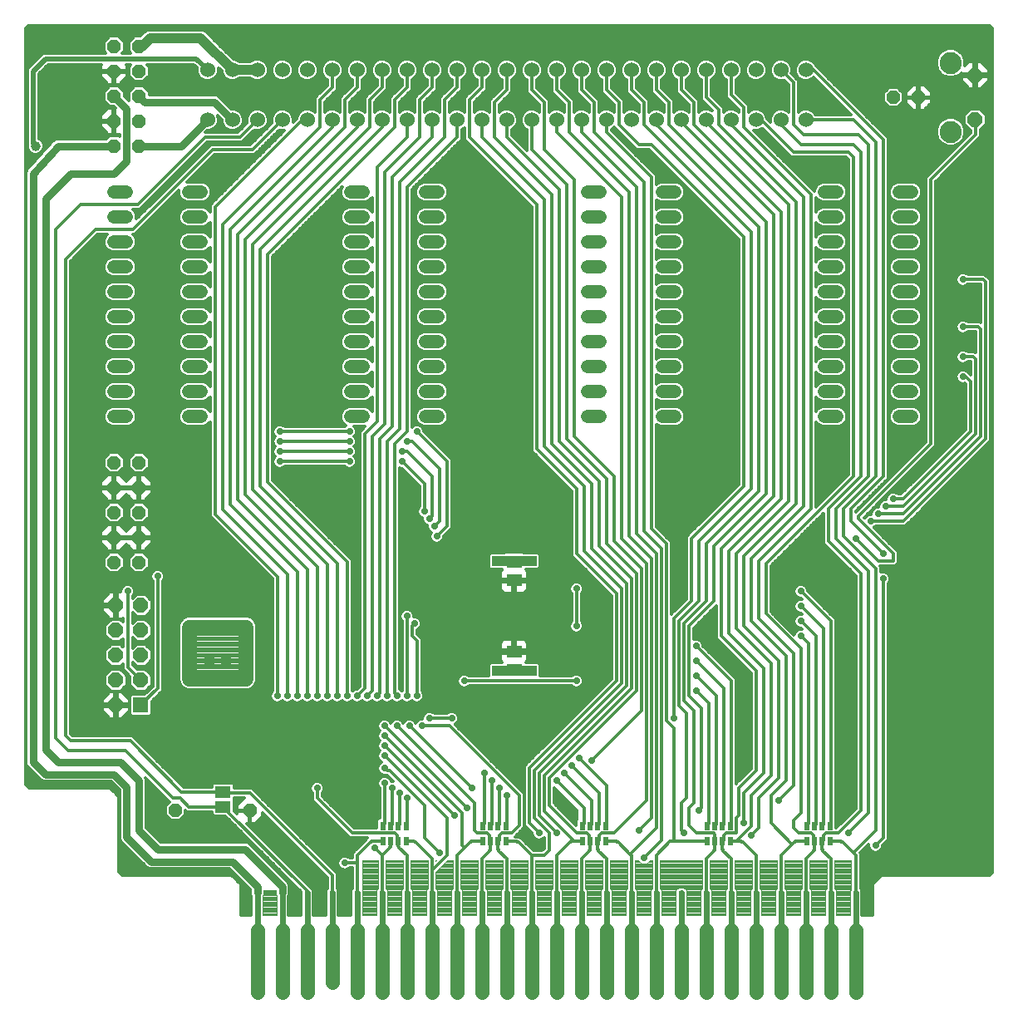
<source format=gtl>
G75*
%MOIN*%
%OFA0B0*%
%FSLAX25Y25*%
%IPPOS*%
%LPD*%
%AMOC8*
5,1,8,0,0,1.08239X$1,22.5*
%
%ADD10C,0.06000*%
%ADD11C,0.05200*%
%ADD12C,0.05600*%
%ADD13R,0.02400X0.01200*%
%ADD14C,0.02400*%
%ADD15OC8,0.05600*%
%ADD16OC8,0.05200*%
%ADD17R,0.06300X0.04600*%
%ADD18R,0.06000X0.06000*%
%ADD19OC8,0.06000*%
%ADD20R,0.01969X0.03543*%
%ADD21R,0.05906X0.05118*%
%ADD22C,0.08850*%
%ADD23C,0.01181*%
%ADD24C,0.03962*%
%ADD25C,0.01969*%
%ADD26C,0.02781*%
%ADD27C,0.01000*%
%ADD28C,0.03937*%
%ADD29C,0.03000*%
%ADD30C,0.02953*%
%ADD31R,0.03569X0.03569*%
%ADD32R,0.03962X0.03962*%
%ADD33C,0.00394*%
%ADD34C,0.05906*%
D10*
X0076591Y0360031D03*
X0086591Y0360031D03*
X0096591Y0360031D03*
X0106591Y0360031D03*
X0116591Y0360031D03*
X0126591Y0360031D03*
X0136591Y0360031D03*
X0146591Y0360031D03*
X0156591Y0360031D03*
X0166591Y0360031D03*
X0176591Y0360031D03*
X0186591Y0360031D03*
X0196591Y0360031D03*
X0206591Y0360031D03*
X0216591Y0360031D03*
X0226591Y0360031D03*
X0236591Y0360031D03*
X0246591Y0360031D03*
X0256591Y0360031D03*
X0266591Y0360031D03*
X0276591Y0360031D03*
X0286591Y0360031D03*
X0296591Y0360031D03*
X0306591Y0360031D03*
X0316591Y0360031D03*
X0316591Y0380031D03*
X0306591Y0380031D03*
X0296591Y0380031D03*
X0286591Y0380031D03*
X0276591Y0380031D03*
X0266591Y0380031D03*
X0256591Y0380031D03*
X0246591Y0380031D03*
X0236591Y0380031D03*
X0226591Y0380031D03*
X0216591Y0380031D03*
X0206591Y0380031D03*
X0196591Y0380031D03*
X0186591Y0380031D03*
X0176591Y0380031D03*
X0166591Y0380031D03*
X0156591Y0380031D03*
X0146591Y0380031D03*
X0136591Y0380031D03*
X0126591Y0380031D03*
X0116591Y0380031D03*
X0106591Y0380031D03*
X0096591Y0380031D03*
X0086591Y0380031D03*
X0076591Y0380031D03*
D11*
X0074191Y0331000D02*
X0068991Y0331000D01*
X0068991Y0321000D02*
X0074191Y0321000D01*
X0074191Y0311000D02*
X0068991Y0311000D01*
X0068991Y0301000D02*
X0074191Y0301000D01*
X0074191Y0291000D02*
X0068991Y0291000D01*
X0068991Y0281000D02*
X0074191Y0281000D01*
X0074191Y0271000D02*
X0068991Y0271000D01*
X0068991Y0261000D02*
X0074191Y0261000D01*
X0074191Y0251000D02*
X0068991Y0251000D01*
X0068991Y0241000D02*
X0074191Y0241000D01*
X0044191Y0241000D02*
X0038991Y0241000D01*
X0038991Y0251000D02*
X0044191Y0251000D01*
X0044191Y0261000D02*
X0038991Y0261000D01*
X0038991Y0271000D02*
X0044191Y0271000D01*
X0044191Y0281000D02*
X0038991Y0281000D01*
X0038991Y0291000D02*
X0044191Y0291000D01*
X0044191Y0301000D02*
X0038991Y0301000D01*
X0038991Y0311000D02*
X0044191Y0311000D01*
X0044191Y0321000D02*
X0038991Y0321000D01*
X0038991Y0331000D02*
X0044191Y0331000D01*
X0133991Y0331000D02*
X0139191Y0331000D01*
X0139191Y0321000D02*
X0133991Y0321000D01*
X0133991Y0311000D02*
X0139191Y0311000D01*
X0139191Y0301000D02*
X0133991Y0301000D01*
X0133991Y0291000D02*
X0139191Y0291000D01*
X0139191Y0281000D02*
X0133991Y0281000D01*
X0133991Y0271000D02*
X0139191Y0271000D01*
X0139191Y0261000D02*
X0133991Y0261000D01*
X0133991Y0251000D02*
X0139191Y0251000D01*
X0139191Y0241000D02*
X0133991Y0241000D01*
X0163991Y0241000D02*
X0169191Y0241000D01*
X0169191Y0251000D02*
X0163991Y0251000D01*
X0163991Y0261000D02*
X0169191Y0261000D01*
X0169191Y0271000D02*
X0163991Y0271000D01*
X0163991Y0281000D02*
X0169191Y0281000D01*
X0169191Y0291000D02*
X0163991Y0291000D01*
X0163991Y0301000D02*
X0169191Y0301000D01*
X0169191Y0311000D02*
X0163991Y0311000D01*
X0163991Y0321000D02*
X0169191Y0321000D01*
X0169191Y0331000D02*
X0163991Y0331000D01*
X0228991Y0331000D02*
X0234191Y0331000D01*
X0234191Y0321000D02*
X0228991Y0321000D01*
X0228991Y0311000D02*
X0234191Y0311000D01*
X0234191Y0301000D02*
X0228991Y0301000D01*
X0228991Y0291000D02*
X0234191Y0291000D01*
X0234191Y0281000D02*
X0228991Y0281000D01*
X0228991Y0271000D02*
X0234191Y0271000D01*
X0234191Y0261000D02*
X0228991Y0261000D01*
X0228991Y0251000D02*
X0234191Y0251000D01*
X0234191Y0241000D02*
X0228991Y0241000D01*
X0258991Y0241000D02*
X0264191Y0241000D01*
X0264191Y0251000D02*
X0258991Y0251000D01*
X0258991Y0261000D02*
X0264191Y0261000D01*
X0264191Y0271000D02*
X0258991Y0271000D01*
X0258991Y0281000D02*
X0264191Y0281000D01*
X0264191Y0291000D02*
X0258991Y0291000D01*
X0258991Y0301000D02*
X0264191Y0301000D01*
X0264191Y0311000D02*
X0258991Y0311000D01*
X0258991Y0321000D02*
X0264191Y0321000D01*
X0264191Y0331000D02*
X0258991Y0331000D01*
X0323991Y0331000D02*
X0329191Y0331000D01*
X0329191Y0321000D02*
X0323991Y0321000D01*
X0323991Y0311000D02*
X0329191Y0311000D01*
X0329191Y0301000D02*
X0323991Y0301000D01*
X0323991Y0291000D02*
X0329191Y0291000D01*
X0329191Y0281000D02*
X0323991Y0281000D01*
X0323991Y0271000D02*
X0329191Y0271000D01*
X0329191Y0261000D02*
X0323991Y0261000D01*
X0323991Y0251000D02*
X0329191Y0251000D01*
X0329191Y0241000D02*
X0323991Y0241000D01*
X0353991Y0241000D02*
X0359191Y0241000D01*
X0359191Y0251000D02*
X0353991Y0251000D01*
X0353991Y0261000D02*
X0359191Y0261000D01*
X0359191Y0271000D02*
X0353991Y0271000D01*
X0353991Y0281000D02*
X0359191Y0281000D01*
X0359191Y0291000D02*
X0353991Y0291000D01*
X0353991Y0301000D02*
X0359191Y0301000D01*
X0359191Y0311000D02*
X0353991Y0311000D01*
X0353991Y0321000D02*
X0359191Y0321000D01*
X0359191Y0331000D02*
X0353991Y0331000D01*
D12*
X0336591Y0035000D02*
X0336591Y0010000D01*
X0326591Y0010000D02*
X0326591Y0035000D01*
X0316591Y0035000D02*
X0316591Y0010000D01*
X0306591Y0010000D02*
X0306591Y0035000D01*
X0296591Y0035000D02*
X0296591Y0010000D01*
X0286591Y0010000D02*
X0286591Y0035000D01*
X0276591Y0035000D02*
X0276591Y0010000D01*
X0266591Y0010000D02*
X0266591Y0035000D01*
X0256591Y0035000D02*
X0256591Y0010000D01*
X0246591Y0010000D02*
X0246591Y0035000D01*
X0236591Y0035000D02*
X0236591Y0010000D01*
X0226591Y0010000D02*
X0226591Y0035000D01*
X0216591Y0035000D02*
X0216591Y0010000D01*
X0206591Y0010000D02*
X0206591Y0035000D01*
X0196591Y0035000D02*
X0196591Y0010000D01*
X0186591Y0010000D02*
X0186591Y0035000D01*
X0176591Y0035000D02*
X0176591Y0010000D01*
X0166591Y0010000D02*
X0166591Y0035000D01*
X0156591Y0035000D02*
X0156591Y0010000D01*
X0146591Y0010000D02*
X0146591Y0035000D01*
X0136591Y0035000D02*
X0136591Y0010000D01*
X0126591Y0014000D02*
X0126591Y0035000D01*
X0116591Y0035000D02*
X0116591Y0010000D01*
X0106591Y0010000D02*
X0106591Y0035000D01*
X0096591Y0035000D02*
X0096591Y0010000D01*
D13*
X0096591Y0050000D03*
X0106591Y0050000D03*
X0116591Y0050000D03*
X0126591Y0050000D03*
X0136591Y0050000D03*
X0146591Y0050000D03*
X0156591Y0050000D03*
X0166591Y0050000D03*
X0176591Y0050000D03*
X0186591Y0050000D03*
X0196591Y0050000D03*
X0206591Y0050000D03*
X0216591Y0050000D03*
X0226591Y0050000D03*
X0236591Y0050000D03*
X0246591Y0050000D03*
X0256591Y0050000D03*
X0266591Y0050000D03*
X0276591Y0050000D03*
X0286591Y0050000D03*
X0296591Y0050000D03*
X0306591Y0050000D03*
X0316591Y0050000D03*
X0326591Y0050000D03*
X0336591Y0050000D03*
D14*
X0336591Y0035000D01*
X0326591Y0035000D02*
X0326591Y0050000D01*
X0316591Y0050000D02*
X0316591Y0035000D01*
X0306591Y0035000D02*
X0306591Y0050000D01*
X0296591Y0050000D02*
X0296591Y0035000D01*
X0286591Y0035000D02*
X0286591Y0050000D01*
X0276591Y0050000D02*
X0276591Y0035000D01*
X0266591Y0035000D02*
X0266591Y0050000D01*
X0256591Y0050000D02*
X0256591Y0035000D01*
X0246591Y0035000D02*
X0246591Y0050000D01*
X0236591Y0050000D02*
X0236591Y0035000D01*
X0226591Y0035000D02*
X0226591Y0050000D01*
X0216591Y0050000D02*
X0216591Y0035000D01*
X0206591Y0035000D02*
X0206591Y0050000D01*
X0196591Y0050000D02*
X0196591Y0035000D01*
X0186591Y0035000D02*
X0186591Y0050000D01*
X0176591Y0050000D02*
X0176591Y0035000D01*
X0166591Y0035000D02*
X0166591Y0050000D01*
X0156591Y0050000D02*
X0156591Y0035000D01*
X0146591Y0035000D02*
X0146591Y0050000D01*
X0136591Y0050000D02*
X0136591Y0035000D01*
X0126591Y0035000D02*
X0126591Y0050000D01*
X0116591Y0050000D02*
X0116591Y0035000D01*
X0106591Y0035000D02*
X0106591Y0050000D01*
X0096591Y0050000D02*
X0096591Y0035000D01*
D15*
X0049091Y0182500D03*
X0049091Y0192500D03*
X0049091Y0202500D03*
X0049091Y0212500D03*
X0049091Y0222500D03*
X0039091Y0222500D03*
X0039091Y0212500D03*
X0039091Y0202500D03*
X0039091Y0192500D03*
X0039091Y0182500D03*
X0039091Y0349500D03*
X0039091Y0359500D03*
X0049091Y0359500D03*
X0049091Y0349500D03*
X0049091Y0369500D03*
X0049091Y0379500D03*
X0049091Y0389500D03*
X0039091Y0389500D03*
X0039091Y0379500D03*
X0039091Y0369500D03*
D16*
X0063591Y0083000D03*
X0093591Y0083000D03*
X0351732Y0369000D03*
X0361732Y0369000D03*
D17*
X0082841Y0090500D03*
X0082841Y0084500D03*
D18*
X0049819Y0125256D03*
D19*
X0049819Y0135256D03*
X0039819Y0135256D03*
X0039819Y0125256D03*
X0039819Y0145256D03*
X0039819Y0155256D03*
X0049819Y0155256D03*
X0049819Y0145256D03*
X0049819Y0165256D03*
X0039819Y0165256D03*
X0384491Y0360100D03*
X0384491Y0377900D03*
D20*
X0326315Y0076900D03*
X0323165Y0076900D03*
X0320016Y0076900D03*
X0316866Y0076900D03*
X0316866Y0070600D03*
X0320016Y0070600D03*
X0323165Y0070600D03*
X0326315Y0070600D03*
X0286315Y0070600D03*
X0283165Y0070600D03*
X0280016Y0070600D03*
X0276866Y0070600D03*
X0276866Y0076900D03*
X0280016Y0076900D03*
X0283165Y0076900D03*
X0286315Y0076900D03*
X0236315Y0076900D03*
X0233165Y0076900D03*
X0230016Y0076900D03*
X0226866Y0076900D03*
X0226866Y0070600D03*
X0230016Y0070600D03*
X0233165Y0070600D03*
X0236315Y0070600D03*
X0196315Y0070600D03*
X0193165Y0070600D03*
X0190016Y0070600D03*
X0186866Y0070600D03*
X0186866Y0076900D03*
X0190016Y0076900D03*
X0193165Y0076900D03*
X0196315Y0076900D03*
X0156315Y0076900D03*
X0153165Y0076900D03*
X0150016Y0076900D03*
X0146866Y0076900D03*
X0146866Y0070600D03*
X0150016Y0070600D03*
X0153165Y0070600D03*
X0156315Y0070600D03*
D21*
X0199591Y0139260D03*
X0199591Y0146740D03*
X0199591Y0175260D03*
X0199591Y0182740D03*
D22*
X0374691Y0355200D03*
X0374691Y0382800D03*
D23*
X0042456Y0057091D02*
X0041181Y0058366D01*
X0041181Y0088366D01*
X0039591Y0089956D01*
X0039591Y0090000D01*
X0039547Y0090000D01*
X0037456Y0092091D01*
X0004956Y0092091D01*
X0003681Y0093366D01*
X0003681Y0338828D01*
X0003700Y0338431D01*
X0003700Y0101925D01*
X0004140Y0100863D01*
X0004953Y0100050D01*
X0009953Y0095050D01*
X0011016Y0094609D01*
X0037893Y0094609D01*
X0041200Y0091303D01*
X0041200Y0071925D01*
X0041640Y0070863D01*
X0042453Y0070050D01*
X0052453Y0060050D01*
X0053516Y0059609D01*
X0085393Y0059609D01*
X0093700Y0051303D01*
X0093700Y0049425D01*
X0094000Y0048701D01*
X0094000Y0041000D01*
X0089931Y0041000D01*
X0089931Y0053366D01*
X0086206Y0057091D01*
X0042456Y0057091D01*
X0041464Y0058083D02*
X0086920Y0058083D01*
X0086394Y0056903D02*
X0088100Y0056903D01*
X0087574Y0055723D02*
X0089279Y0055723D01*
X0088753Y0054544D02*
X0090459Y0054544D01*
X0089931Y0053364D02*
X0091639Y0053364D01*
X0092818Y0052185D02*
X0089931Y0052185D01*
X0089931Y0051005D02*
X0093700Y0051005D01*
X0093700Y0049825D02*
X0089931Y0049825D01*
X0089931Y0048646D02*
X0094000Y0048646D01*
X0094000Y0047466D02*
X0089931Y0047466D01*
X0089931Y0046286D02*
X0094000Y0046286D01*
X0094000Y0045107D02*
X0089931Y0045107D01*
X0089931Y0043927D02*
X0094000Y0043927D01*
X0094000Y0042748D02*
X0089931Y0042748D01*
X0089931Y0041568D02*
X0094000Y0041568D01*
X0109181Y0041568D02*
X0114000Y0041568D01*
X0114000Y0041000D02*
X0109181Y0041000D01*
X0109181Y0048701D01*
X0109481Y0049425D01*
X0109481Y0053075D01*
X0109041Y0054137D01*
X0094041Y0069137D01*
X0093228Y0069950D01*
X0092166Y0070391D01*
X0057788Y0070391D01*
X0051981Y0076197D01*
X0051981Y0095575D01*
X0051816Y0095972D01*
X0061368Y0086421D01*
X0059600Y0084653D01*
X0059600Y0081347D01*
X0061938Y0079009D01*
X0065243Y0079009D01*
X0067581Y0081347D01*
X0067581Y0083208D01*
X0068270Y0082519D01*
X0078300Y0082519D01*
X0078300Y0081624D01*
X0079115Y0080809D01*
X0083729Y0080809D01*
X0114000Y0050539D01*
X0114000Y0041000D01*
X0114000Y0042748D02*
X0109181Y0042748D01*
X0109181Y0043927D02*
X0114000Y0043927D01*
X0114000Y0045107D02*
X0109181Y0045107D01*
X0109181Y0046286D02*
X0114000Y0046286D01*
X0114000Y0047466D02*
X0109181Y0047466D01*
X0109181Y0048646D02*
X0114000Y0048646D01*
X0114000Y0049825D02*
X0109481Y0049825D01*
X0109481Y0051005D02*
X0113534Y0051005D01*
X0112354Y0052185D02*
X0109481Y0052185D01*
X0109361Y0053364D02*
X0111175Y0053364D01*
X0109995Y0054544D02*
X0108635Y0054544D01*
X0108815Y0055723D02*
X0107455Y0055723D01*
X0107636Y0056903D02*
X0106275Y0056903D01*
X0106456Y0058083D02*
X0105096Y0058083D01*
X0105277Y0059262D02*
X0103916Y0059262D01*
X0104097Y0060442D02*
X0102737Y0060442D01*
X0102917Y0061621D02*
X0101557Y0061621D01*
X0101738Y0062801D02*
X0100377Y0062801D01*
X0100558Y0063981D02*
X0099198Y0063981D01*
X0099379Y0065160D02*
X0098018Y0065160D01*
X0098199Y0066340D02*
X0096838Y0066340D01*
X0097019Y0067520D02*
X0095659Y0067520D01*
X0095840Y0068699D02*
X0094479Y0068699D01*
X0094660Y0069879D02*
X0093300Y0069879D01*
X0093480Y0071058D02*
X0057120Y0071058D01*
X0057353Y0072238D02*
X0089353Y0072238D01*
X0090532Y0071058D02*
X0058532Y0071058D01*
X0058591Y0071000D02*
X0090591Y0071000D01*
X0083591Y0078000D01*
X0057591Y0078000D01*
X0057591Y0087000D01*
X0052591Y0092000D01*
X0052591Y0077000D01*
X0058591Y0071000D01*
X0055940Y0072238D02*
X0092301Y0072238D01*
X0091121Y0073418D02*
X0054761Y0073418D01*
X0054993Y0074597D02*
X0086993Y0074597D01*
X0085814Y0075777D02*
X0053814Y0075777D01*
X0053581Y0074597D02*
X0089942Y0074597D01*
X0088762Y0075777D02*
X0052402Y0075777D01*
X0052634Y0076956D02*
X0084634Y0076956D01*
X0086403Y0078136D02*
X0051981Y0078136D01*
X0052591Y0078136D02*
X0057591Y0078136D01*
X0057591Y0079316D02*
X0052591Y0079316D01*
X0051981Y0079316D02*
X0061631Y0079316D01*
X0060452Y0080495D02*
X0051981Y0080495D01*
X0052591Y0080495D02*
X0057591Y0080495D01*
X0057591Y0081675D02*
X0052591Y0081675D01*
X0051981Y0081675D02*
X0059600Y0081675D01*
X0059600Y0082855D02*
X0051981Y0082855D01*
X0052591Y0082855D02*
X0057591Y0082855D01*
X0057591Y0084034D02*
X0052591Y0084034D01*
X0051981Y0084034D02*
X0059600Y0084034D01*
X0060161Y0085214D02*
X0051981Y0085214D01*
X0052591Y0085214D02*
X0057591Y0085214D01*
X0057591Y0086393D02*
X0052591Y0086393D01*
X0051981Y0086393D02*
X0061340Y0086393D01*
X0060216Y0087573D02*
X0051981Y0087573D01*
X0052591Y0087573D02*
X0057018Y0087573D01*
X0055838Y0088753D02*
X0052591Y0088753D01*
X0051981Y0088753D02*
X0059036Y0088753D01*
X0057857Y0089932D02*
X0051981Y0089932D01*
X0052591Y0089932D02*
X0054658Y0089932D01*
X0053479Y0091112D02*
X0052591Y0091112D01*
X0051981Y0091112D02*
X0056677Y0091112D01*
X0055497Y0092291D02*
X0051981Y0092291D01*
X0051981Y0093471D02*
X0054318Y0093471D01*
X0053138Y0094651D02*
X0051981Y0094651D01*
X0051959Y0095830D02*
X0051875Y0095830D01*
X0057664Y0101728D02*
X0145386Y0101728D01*
X0145233Y0101575D02*
X0144809Y0100553D01*
X0144809Y0099447D01*
X0145233Y0098425D01*
X0146015Y0097642D01*
X0147037Y0097219D01*
X0147570Y0097219D01*
X0147770Y0097019D01*
X0148770Y0097019D01*
X0151008Y0094781D01*
X0150277Y0094781D01*
X0149948Y0095575D01*
X0149166Y0096358D01*
X0148144Y0096781D01*
X0147037Y0096781D01*
X0146015Y0096358D01*
X0145233Y0095575D01*
X0144809Y0094553D01*
X0144809Y0093447D01*
X0145233Y0092425D01*
X0145609Y0092048D01*
X0145609Y0080062D01*
X0145306Y0080062D01*
X0144491Y0079247D01*
X0144491Y0075981D01*
X0135411Y0075981D01*
X0122572Y0088821D01*
X0122572Y0090048D01*
X0122948Y0090425D01*
X0123372Y0091447D01*
X0123372Y0092553D01*
X0122948Y0093575D01*
X0122166Y0094358D01*
X0121144Y0094781D01*
X0120037Y0094781D01*
X0119015Y0094358D01*
X0118233Y0093575D01*
X0117809Y0092553D01*
X0117809Y0091447D01*
X0118233Y0090425D01*
X0118609Y0090048D01*
X0118609Y0087179D01*
X0132609Y0073179D01*
X0133770Y0072019D01*
X0140808Y0072019D01*
X0140472Y0071683D01*
X0139917Y0071128D01*
X0135770Y0066981D01*
X0134609Y0065821D01*
X0134609Y0063981D01*
X0133543Y0063981D01*
X0133166Y0064358D01*
X0132144Y0064781D01*
X0131037Y0064781D01*
X0130015Y0064358D01*
X0129233Y0063575D01*
X0128809Y0062553D01*
X0128809Y0061447D01*
X0129233Y0060425D01*
X0130015Y0059642D01*
X0131037Y0059219D01*
X0132144Y0059219D01*
X0133166Y0059642D01*
X0133543Y0060019D01*
X0134609Y0060019D01*
X0134609Y0051785D01*
X0134000Y0051176D01*
X0134000Y0041000D01*
X0129181Y0041000D01*
X0129181Y0051176D01*
X0128572Y0051785D01*
X0128572Y0057821D01*
X0127411Y0058981D01*
X0095572Y0090821D01*
X0094411Y0091981D01*
X0087381Y0091981D01*
X0087381Y0093376D01*
X0086567Y0094191D01*
X0079115Y0094191D01*
X0078300Y0093376D01*
X0078300Y0092481D01*
X0066911Y0092481D01*
X0047572Y0111821D01*
X0046411Y0112981D01*
X0022411Y0112981D01*
X0021572Y0113821D01*
X0021572Y0303179D01*
X0032411Y0314019D01*
X0036366Y0314019D01*
X0035608Y0313260D01*
X0035000Y0311794D01*
X0035000Y0310206D01*
X0035608Y0308740D01*
X0036730Y0307617D01*
X0038197Y0307009D01*
X0044984Y0307009D01*
X0046451Y0307617D01*
X0047574Y0308740D01*
X0048181Y0310206D01*
X0048181Y0311794D01*
X0047574Y0313260D01*
X0046815Y0314019D01*
X0047411Y0314019D01*
X0065000Y0331608D01*
X0065000Y0330206D01*
X0065608Y0328740D01*
X0066730Y0327617D01*
X0068197Y0327009D01*
X0074984Y0327009D01*
X0076451Y0327617D01*
X0077574Y0328740D01*
X0078181Y0330206D01*
X0078181Y0331794D01*
X0077574Y0333260D01*
X0076451Y0334383D01*
X0074984Y0334991D01*
X0068383Y0334991D01*
X0079411Y0346019D01*
X0095380Y0346019D01*
X0096540Y0347179D01*
X0096540Y0347179D01*
X0105211Y0355851D01*
X0105717Y0355641D01*
X0107430Y0355641D01*
X0078770Y0326981D01*
X0077609Y0325821D01*
X0077609Y0323174D01*
X0077574Y0323260D01*
X0076451Y0324383D01*
X0074984Y0324991D01*
X0068197Y0324991D01*
X0066730Y0324383D01*
X0065608Y0323260D01*
X0065000Y0321794D01*
X0065000Y0320206D01*
X0065608Y0318740D01*
X0066730Y0317617D01*
X0068197Y0317009D01*
X0074984Y0317009D01*
X0076451Y0317617D01*
X0077574Y0318740D01*
X0077609Y0318826D01*
X0077609Y0313174D01*
X0077574Y0313260D01*
X0076451Y0314383D01*
X0074984Y0314991D01*
X0068197Y0314991D01*
X0066730Y0314383D01*
X0065608Y0313260D01*
X0065000Y0311794D01*
X0065000Y0310206D01*
X0065608Y0308740D01*
X0066730Y0307617D01*
X0068197Y0307009D01*
X0074984Y0307009D01*
X0076451Y0307617D01*
X0077574Y0308740D01*
X0077609Y0308826D01*
X0077609Y0303174D01*
X0077574Y0303260D01*
X0076451Y0304383D01*
X0074984Y0304991D01*
X0068197Y0304991D01*
X0066730Y0304383D01*
X0065608Y0303260D01*
X0065000Y0301794D01*
X0065000Y0300206D01*
X0065608Y0298740D01*
X0066730Y0297617D01*
X0068197Y0297009D01*
X0074984Y0297009D01*
X0076451Y0297617D01*
X0077574Y0298740D01*
X0077609Y0298826D01*
X0077609Y0293174D01*
X0077574Y0293260D01*
X0076451Y0294383D01*
X0074984Y0294991D01*
X0068197Y0294991D01*
X0066730Y0294383D01*
X0065608Y0293260D01*
X0065000Y0291794D01*
X0065000Y0290206D01*
X0065608Y0288740D01*
X0066730Y0287617D01*
X0068197Y0287009D01*
X0074984Y0287009D01*
X0076451Y0287617D01*
X0077574Y0288740D01*
X0077609Y0288826D01*
X0077609Y0283174D01*
X0077574Y0283260D01*
X0076451Y0284383D01*
X0074984Y0284991D01*
X0068197Y0284991D01*
X0066730Y0284383D01*
X0065608Y0283260D01*
X0065000Y0281794D01*
X0065000Y0280206D01*
X0065608Y0278740D01*
X0066730Y0277617D01*
X0068197Y0277009D01*
X0074984Y0277009D01*
X0076451Y0277617D01*
X0077574Y0278740D01*
X0077609Y0278826D01*
X0077609Y0273174D01*
X0077574Y0273260D01*
X0076451Y0274383D01*
X0074984Y0274991D01*
X0068197Y0274991D01*
X0066730Y0274383D01*
X0065608Y0273260D01*
X0065000Y0271794D01*
X0065000Y0270206D01*
X0065608Y0268740D01*
X0066730Y0267617D01*
X0068197Y0267009D01*
X0074984Y0267009D01*
X0076451Y0267617D01*
X0077574Y0268740D01*
X0077609Y0268826D01*
X0077609Y0263174D01*
X0077574Y0263260D01*
X0076451Y0264383D01*
X0074984Y0264991D01*
X0068197Y0264991D01*
X0066730Y0264383D01*
X0065608Y0263260D01*
X0065000Y0261794D01*
X0065000Y0260206D01*
X0065608Y0258740D01*
X0066730Y0257617D01*
X0068197Y0257009D01*
X0074984Y0257009D01*
X0076451Y0257617D01*
X0077574Y0258740D01*
X0077609Y0258826D01*
X0077609Y0253174D01*
X0077574Y0253260D01*
X0076451Y0254383D01*
X0074984Y0254991D01*
X0068197Y0254991D01*
X0066730Y0254383D01*
X0065608Y0253260D01*
X0065000Y0251794D01*
X0065000Y0250206D01*
X0065608Y0248740D01*
X0066730Y0247617D01*
X0068197Y0247009D01*
X0074984Y0247009D01*
X0076451Y0247617D01*
X0077574Y0248740D01*
X0077609Y0248826D01*
X0077609Y0243174D01*
X0077574Y0243260D01*
X0076451Y0244383D01*
X0074984Y0244991D01*
X0068197Y0244991D01*
X0066730Y0244383D01*
X0065608Y0243260D01*
X0065000Y0241794D01*
X0065000Y0240206D01*
X0065608Y0238740D01*
X0066730Y0237617D01*
X0068197Y0237009D01*
X0074984Y0237009D01*
X0076451Y0237617D01*
X0077574Y0238740D01*
X0077609Y0238826D01*
X0077609Y0201030D01*
X0102609Y0176030D01*
X0102609Y0130952D01*
X0102233Y0130575D01*
X0101809Y0129553D01*
X0101809Y0128447D01*
X0102233Y0127425D01*
X0103015Y0126642D01*
X0104037Y0126219D01*
X0105144Y0126219D01*
X0106166Y0126642D01*
X0106591Y0127067D01*
X0107015Y0126642D01*
X0108037Y0126219D01*
X0109144Y0126219D01*
X0110166Y0126642D01*
X0110591Y0127067D01*
X0111015Y0126642D01*
X0112037Y0126219D01*
X0113144Y0126219D01*
X0114166Y0126642D01*
X0114591Y0127067D01*
X0115015Y0126642D01*
X0116037Y0126219D01*
X0117144Y0126219D01*
X0118166Y0126642D01*
X0118591Y0127067D01*
X0119015Y0126642D01*
X0120037Y0126219D01*
X0121144Y0126219D01*
X0122166Y0126642D01*
X0122591Y0127067D01*
X0123015Y0126642D01*
X0124037Y0126219D01*
X0125144Y0126219D01*
X0126166Y0126642D01*
X0126591Y0127067D01*
X0127015Y0126642D01*
X0128037Y0126219D01*
X0129144Y0126219D01*
X0130166Y0126642D01*
X0130591Y0127067D01*
X0131015Y0126642D01*
X0132037Y0126219D01*
X0133144Y0126219D01*
X0134166Y0126642D01*
X0134591Y0127067D01*
X0135015Y0126642D01*
X0136037Y0126219D01*
X0137144Y0126219D01*
X0138166Y0126642D01*
X0138591Y0127067D01*
X0139015Y0126642D01*
X0140037Y0126219D01*
X0141144Y0126219D01*
X0142166Y0126642D01*
X0142591Y0127067D01*
X0143015Y0126642D01*
X0144037Y0126219D01*
X0145144Y0126219D01*
X0146166Y0126642D01*
X0146591Y0127067D01*
X0147015Y0126642D01*
X0148037Y0126219D01*
X0149144Y0126219D01*
X0150166Y0126642D01*
X0150591Y0127067D01*
X0151015Y0126642D01*
X0152037Y0126219D01*
X0153144Y0126219D01*
X0154166Y0126642D01*
X0154591Y0127067D01*
X0155015Y0126642D01*
X0156037Y0126219D01*
X0157144Y0126219D01*
X0158166Y0126642D01*
X0158591Y0127067D01*
X0159015Y0126642D01*
X0160037Y0126219D01*
X0161144Y0126219D01*
X0162166Y0126642D01*
X0162948Y0127425D01*
X0163372Y0128447D01*
X0163372Y0129553D01*
X0162948Y0130575D01*
X0162572Y0130952D01*
X0162572Y0151821D01*
X0161411Y0152981D01*
X0160572Y0153821D01*
X0160572Y0155396D01*
X0161166Y0155642D01*
X0161948Y0156425D01*
X0162372Y0157447D01*
X0162372Y0158553D01*
X0161948Y0159575D01*
X0161166Y0160358D01*
X0160144Y0160781D01*
X0159372Y0160781D01*
X0159372Y0161553D01*
X0158948Y0162575D01*
X0158166Y0163358D01*
X0157144Y0163781D01*
X0156037Y0163781D01*
X0155015Y0163358D01*
X0154233Y0162575D01*
X0153809Y0161553D01*
X0153809Y0160447D01*
X0154233Y0159425D01*
X0154609Y0159048D01*
X0154609Y0130952D01*
X0154591Y0130933D01*
X0154166Y0131358D01*
X0153572Y0131604D01*
X0153572Y0220412D01*
X0154037Y0220219D01*
X0154570Y0220219D01*
X0161609Y0213179D01*
X0161609Y0204952D01*
X0161233Y0204575D01*
X0160809Y0203553D01*
X0160809Y0202447D01*
X0161233Y0201425D01*
X0162015Y0200642D01*
X0162809Y0200313D01*
X0162809Y0199447D01*
X0163233Y0198425D01*
X0164015Y0197642D01*
X0164809Y0197313D01*
X0164809Y0196447D01*
X0165233Y0195425D01*
X0166015Y0194642D01*
X0166225Y0194556D01*
X0165809Y0193553D01*
X0165809Y0192447D01*
X0166233Y0191425D01*
X0167015Y0190642D01*
X0168037Y0190219D01*
X0169144Y0190219D01*
X0170166Y0190642D01*
X0170948Y0191425D01*
X0171372Y0192447D01*
X0171372Y0192979D01*
X0173411Y0195019D01*
X0174572Y0196179D01*
X0174572Y0223821D01*
X0163372Y0235021D01*
X0163372Y0235553D01*
X0162948Y0236575D01*
X0162166Y0237358D01*
X0161144Y0237781D01*
X0160037Y0237781D01*
X0159015Y0237358D01*
X0158572Y0236914D01*
X0158572Y0332179D01*
X0178572Y0352179D01*
X0178572Y0356100D01*
X0179078Y0356309D01*
X0179609Y0356841D01*
X0179609Y0352179D01*
X0206609Y0325179D01*
X0206609Y0227179D01*
X0222609Y0211179D01*
X0222609Y0185179D01*
X0238609Y0169179D01*
X0238609Y0135821D01*
X0204770Y0101981D01*
X0203609Y0100821D01*
X0203609Y0077179D01*
X0206809Y0073979D01*
X0206809Y0073447D01*
X0207233Y0072425D01*
X0208015Y0071642D01*
X0209037Y0071219D01*
X0210144Y0071219D01*
X0211166Y0071642D01*
X0211609Y0072086D01*
X0211609Y0067821D01*
X0210770Y0066981D01*
X0207411Y0066981D01*
X0203264Y0071128D01*
X0203264Y0071128D01*
X0202734Y0071658D01*
X0202104Y0072289D01*
X0201876Y0072289D01*
X0201557Y0072421D01*
X0201397Y0072581D01*
X0199974Y0072581D01*
X0200572Y0073179D01*
X0203572Y0076179D01*
X0203572Y0089821D01*
X0202411Y0090981D01*
X0175872Y0117520D01*
X0176166Y0117642D01*
X0176948Y0118425D01*
X0177372Y0119447D01*
X0177372Y0120553D01*
X0176948Y0121575D01*
X0176166Y0122358D01*
X0175144Y0122781D01*
X0174037Y0122781D01*
X0173015Y0122358D01*
X0172639Y0121981D01*
X0167543Y0121981D01*
X0167166Y0122358D01*
X0166144Y0122781D01*
X0165037Y0122781D01*
X0164015Y0122358D01*
X0163233Y0121575D01*
X0162809Y0120553D01*
X0162809Y0119781D01*
X0162037Y0119781D01*
X0161015Y0119358D01*
X0160233Y0118575D01*
X0160091Y0118232D01*
X0159948Y0118575D01*
X0159166Y0119358D01*
X0158144Y0119781D01*
X0157037Y0119781D01*
X0156015Y0119358D01*
X0155233Y0118575D01*
X0155091Y0118232D01*
X0154948Y0118575D01*
X0154166Y0119358D01*
X0153144Y0119781D01*
X0152037Y0119781D01*
X0151015Y0119358D01*
X0150233Y0118575D01*
X0150091Y0118232D01*
X0149948Y0118575D01*
X0149166Y0119358D01*
X0148144Y0119781D01*
X0147037Y0119781D01*
X0146015Y0119358D01*
X0145233Y0118575D01*
X0144809Y0117553D01*
X0144809Y0116447D01*
X0145233Y0115425D01*
X0145657Y0115000D01*
X0145233Y0114575D01*
X0144809Y0113553D01*
X0144809Y0112447D01*
X0145233Y0111425D01*
X0145657Y0111000D01*
X0145233Y0110575D01*
X0144809Y0109553D01*
X0144809Y0108447D01*
X0145233Y0107425D01*
X0145657Y0107000D01*
X0145233Y0106575D01*
X0144809Y0105553D01*
X0144809Y0104447D01*
X0145233Y0103425D01*
X0146015Y0102642D01*
X0146359Y0102500D01*
X0146015Y0102358D01*
X0145233Y0101575D01*
X0144809Y0100549D02*
X0058844Y0100549D01*
X0060023Y0099369D02*
X0144842Y0099369D01*
X0145468Y0098189D02*
X0061203Y0098189D01*
X0062382Y0097010D02*
X0148779Y0097010D01*
X0149693Y0095830D02*
X0149959Y0095830D01*
X0147591Y0094000D02*
X0147591Y0077624D01*
X0146866Y0076900D01*
X0144491Y0076956D02*
X0134436Y0076956D01*
X0133256Y0078136D02*
X0144491Y0078136D01*
X0144560Y0079316D02*
X0132077Y0079316D01*
X0130897Y0080495D02*
X0145609Y0080495D01*
X0145609Y0081675D02*
X0129717Y0081675D01*
X0128538Y0082855D02*
X0145609Y0082855D01*
X0145609Y0084034D02*
X0127358Y0084034D01*
X0126179Y0085214D02*
X0145609Y0085214D01*
X0145609Y0086393D02*
X0124999Y0086393D01*
X0123819Y0087573D02*
X0145609Y0087573D01*
X0145609Y0088753D02*
X0122640Y0088753D01*
X0122572Y0089932D02*
X0145609Y0089932D01*
X0145609Y0091112D02*
X0123233Y0091112D01*
X0123372Y0092291D02*
X0145366Y0092291D01*
X0144809Y0093471D02*
X0122991Y0093471D01*
X0121459Y0094651D02*
X0144850Y0094651D01*
X0145488Y0095830D02*
X0063562Y0095830D01*
X0064742Y0094651D02*
X0119722Y0094651D01*
X0118190Y0093471D02*
X0087286Y0093471D01*
X0087381Y0092291D02*
X0117809Y0092291D01*
X0117948Y0091112D02*
X0095280Y0091112D01*
X0095572Y0090821D02*
X0095572Y0090821D01*
X0096460Y0089932D02*
X0118609Y0089932D01*
X0118609Y0088753D02*
X0097640Y0088753D01*
X0098819Y0087573D02*
X0118609Y0087573D01*
X0119395Y0086393D02*
X0099999Y0086393D01*
X0101179Y0085214D02*
X0120575Y0085214D01*
X0121755Y0084034D02*
X0102358Y0084034D01*
X0103538Y0082855D02*
X0122934Y0082855D01*
X0124114Y0081675D02*
X0104717Y0081675D01*
X0105897Y0080495D02*
X0125294Y0080495D01*
X0126473Y0079316D02*
X0107077Y0079316D01*
X0108256Y0078136D02*
X0127653Y0078136D01*
X0128832Y0076956D02*
X0109436Y0076956D01*
X0110615Y0075777D02*
X0130012Y0075777D01*
X0131192Y0074597D02*
X0111795Y0074597D01*
X0112975Y0073418D02*
X0132371Y0073418D01*
X0133551Y0072238D02*
X0114154Y0072238D01*
X0115334Y0071058D02*
X0139847Y0071058D01*
X0139917Y0071128D02*
X0139917Y0071128D01*
X0138668Y0069879D02*
X0116513Y0069879D01*
X0117693Y0068699D02*
X0137488Y0068699D01*
X0136308Y0067520D02*
X0118873Y0067520D01*
X0120052Y0066340D02*
X0135129Y0066340D01*
X0134609Y0065160D02*
X0121232Y0065160D01*
X0122412Y0063981D02*
X0129638Y0063981D01*
X0128912Y0062801D02*
X0123591Y0062801D01*
X0124771Y0061621D02*
X0128809Y0061621D01*
X0129226Y0060442D02*
X0125950Y0060442D01*
X0127130Y0059262D02*
X0130933Y0059262D01*
X0132248Y0059262D02*
X0134609Y0059262D01*
X0134609Y0058083D02*
X0128310Y0058083D01*
X0128572Y0056903D02*
X0134609Y0056903D01*
X0134609Y0055723D02*
X0128572Y0055723D01*
X0128572Y0054544D02*
X0134609Y0054544D01*
X0134609Y0053364D02*
X0128572Y0053364D01*
X0128572Y0052185D02*
X0134609Y0052185D01*
X0134000Y0051005D02*
X0129181Y0051005D01*
X0129181Y0049825D02*
X0134000Y0049825D01*
X0134000Y0048646D02*
X0129181Y0048646D01*
X0129181Y0047466D02*
X0134000Y0047466D01*
X0134000Y0046286D02*
X0129181Y0046286D01*
X0129181Y0045107D02*
X0134000Y0045107D01*
X0134000Y0043927D02*
X0129181Y0043927D01*
X0129181Y0042748D02*
X0134000Y0042748D01*
X0134000Y0041568D02*
X0129181Y0041568D01*
X0124000Y0041568D02*
X0119181Y0041568D01*
X0119181Y0041000D02*
X0119181Y0051176D01*
X0118367Y0051991D01*
X0118264Y0051991D01*
X0118058Y0052196D01*
X0117867Y0052275D01*
X0117673Y0052469D01*
X0117118Y0053024D01*
X0092333Y0077809D01*
X0093381Y0077809D01*
X0093381Y0082790D01*
X0093800Y0082790D01*
X0093800Y0077809D01*
X0095741Y0077809D01*
X0098781Y0080850D01*
X0098781Y0082008D01*
X0124609Y0056179D01*
X0124609Y0051785D01*
X0124000Y0051176D01*
X0124000Y0041000D01*
X0119181Y0041000D01*
X0119181Y0042748D02*
X0124000Y0042748D01*
X0124000Y0043927D02*
X0119181Y0043927D01*
X0119181Y0045107D02*
X0124000Y0045107D01*
X0124000Y0046286D02*
X0119181Y0046286D01*
X0119181Y0047466D02*
X0124000Y0047466D01*
X0124000Y0048646D02*
X0119181Y0048646D01*
X0119181Y0049825D02*
X0124000Y0049825D01*
X0124000Y0051005D02*
X0119181Y0051005D01*
X0118070Y0052185D02*
X0124609Y0052185D01*
X0124609Y0053364D02*
X0116778Y0053364D01*
X0117118Y0053024D02*
X0117118Y0053024D01*
X0116298Y0051043D02*
X0082841Y0084500D01*
X0069091Y0084500D01*
X0065591Y0088000D01*
X0062591Y0088000D01*
X0043591Y0107000D01*
X0020591Y0107000D01*
X0015591Y0112000D01*
X0015591Y0316000D01*
X0025591Y0326000D01*
X0048591Y0326000D01*
X0075591Y0353000D01*
X0089559Y0353000D01*
X0096591Y0360031D01*
X0100981Y0360064D02*
X0102200Y0360064D01*
X0102200Y0360905D02*
X0102200Y0359158D01*
X0102410Y0358652D01*
X0093738Y0349981D01*
X0077770Y0349981D01*
X0076609Y0348821D01*
X0048181Y0320392D01*
X0048181Y0321794D01*
X0047574Y0323260D01*
X0046815Y0324019D01*
X0049411Y0324019D01*
X0076411Y0351019D01*
X0090380Y0351019D01*
X0095211Y0355851D01*
X0095717Y0355641D01*
X0097464Y0355641D01*
X0099078Y0356309D01*
X0100313Y0357544D01*
X0100981Y0359158D01*
X0100981Y0360905D01*
X0100313Y0362519D01*
X0099078Y0363754D01*
X0097464Y0364422D01*
X0095717Y0364422D01*
X0094103Y0363754D01*
X0092868Y0362519D01*
X0092200Y0360905D01*
X0092200Y0359158D01*
X0092410Y0358652D01*
X0088738Y0354981D01*
X0075595Y0354981D01*
X0076254Y0355641D01*
X0077464Y0355641D01*
X0079078Y0356309D01*
X0080313Y0357544D01*
X0080981Y0359158D01*
X0080981Y0360905D01*
X0080605Y0361813D01*
X0082200Y0360218D01*
X0082200Y0359158D01*
X0082868Y0357544D01*
X0084103Y0356309D01*
X0085717Y0355641D01*
X0087464Y0355641D01*
X0089078Y0356309D01*
X0090313Y0357544D01*
X0090981Y0359158D01*
X0090981Y0360905D01*
X0090313Y0362519D01*
X0089078Y0363754D01*
X0087464Y0364422D01*
X0086105Y0364422D01*
X0081698Y0368829D01*
X0080892Y0369635D01*
X0079838Y0370072D01*
X0053281Y0370072D01*
X0053281Y0371236D01*
X0050826Y0373691D01*
X0047355Y0373691D01*
X0044900Y0371236D01*
X0044900Y0367778D01*
X0043281Y0369397D01*
X0043281Y0371236D01*
X0040826Y0373691D01*
X0037355Y0373691D01*
X0034900Y0371236D01*
X0034900Y0367764D01*
X0037355Y0365309D01*
X0039193Y0365309D01*
X0039612Y0364891D01*
X0039400Y0364891D01*
X0039400Y0359810D01*
X0038781Y0359810D01*
X0038781Y0364891D01*
X0036858Y0364891D01*
X0033700Y0361733D01*
X0033700Y0359809D01*
X0038781Y0359809D01*
X0038781Y0359191D01*
X0033700Y0359191D01*
X0033700Y0357267D01*
X0036858Y0354109D01*
X0038781Y0354109D01*
X0038781Y0359190D01*
X0039400Y0359190D01*
X0039400Y0354109D01*
X0041200Y0354109D01*
X0041200Y0353317D01*
X0040826Y0353691D01*
X0037355Y0353691D01*
X0036055Y0352391D01*
X0017094Y0352391D01*
X0017027Y0352415D01*
X0016522Y0352391D01*
X0016016Y0352391D01*
X0015950Y0352363D01*
X0015879Y0352360D01*
X0015421Y0352144D01*
X0014953Y0351950D01*
X0014903Y0351900D01*
X0014838Y0351870D01*
X0014498Y0351495D01*
X0014140Y0351137D01*
X0014113Y0351072D01*
X0004498Y0340495D01*
X0004140Y0340137D01*
X0004113Y0340072D01*
X0004065Y0340019D01*
X0003894Y0339543D01*
X0003700Y0339075D01*
X0003700Y0339004D01*
X0003681Y0338951D01*
X0003681Y0396634D01*
X0004956Y0397909D01*
X0390225Y0397909D01*
X0391500Y0396634D01*
X0391500Y0058366D01*
X0390225Y0057091D01*
X0346975Y0057091D01*
X0343250Y0053366D01*
X0343250Y0041000D01*
X0339181Y0041000D01*
X0339181Y0051176D01*
X0338572Y0051785D01*
X0338572Y0065821D01*
X0338392Y0066000D01*
X0341809Y0069417D01*
X0341809Y0068447D01*
X0342233Y0067425D01*
X0343015Y0066642D01*
X0344037Y0066219D01*
X0345144Y0066219D01*
X0346166Y0066642D01*
X0346948Y0067425D01*
X0347372Y0068447D01*
X0347372Y0068979D01*
X0349572Y0071179D01*
X0349572Y0174048D01*
X0349948Y0174425D01*
X0350372Y0175447D01*
X0350372Y0176553D01*
X0349948Y0177575D01*
X0349166Y0178358D01*
X0348144Y0178781D01*
X0347037Y0178781D01*
X0346572Y0178588D01*
X0346572Y0180821D01*
X0346373Y0181019D01*
X0352411Y0181019D01*
X0353572Y0182179D01*
X0353572Y0186821D01*
X0343872Y0196520D01*
X0344166Y0196642D01*
X0344543Y0197019D01*
X0356411Y0197019D01*
X0357572Y0198179D01*
X0389411Y0230019D01*
X0390572Y0231179D01*
X0390572Y0295821D01*
X0389572Y0296821D01*
X0388411Y0297981D01*
X0381543Y0297981D01*
X0381166Y0298358D01*
X0380144Y0298781D01*
X0379037Y0298781D01*
X0378015Y0298358D01*
X0377233Y0297575D01*
X0376809Y0296553D01*
X0376809Y0295447D01*
X0377233Y0294425D01*
X0378015Y0293642D01*
X0379037Y0293219D01*
X0380144Y0293219D01*
X0381166Y0293642D01*
X0381543Y0294019D01*
X0386609Y0294019D01*
X0386609Y0278783D01*
X0386411Y0278981D01*
X0381543Y0278981D01*
X0381166Y0279358D01*
X0380144Y0279781D01*
X0379037Y0279781D01*
X0378015Y0279358D01*
X0377233Y0278575D01*
X0376809Y0277553D01*
X0376809Y0276447D01*
X0377233Y0275425D01*
X0378015Y0274642D01*
X0379037Y0274219D01*
X0380144Y0274219D01*
X0381166Y0274642D01*
X0381543Y0275019D01*
X0384609Y0275019D01*
X0384609Y0266783D01*
X0384411Y0266981D01*
X0381542Y0266981D01*
X0381166Y0267358D01*
X0380144Y0267781D01*
X0379037Y0267781D01*
X0378015Y0267358D01*
X0377233Y0266575D01*
X0376809Y0265553D01*
X0376809Y0264447D01*
X0377233Y0263425D01*
X0378015Y0262642D01*
X0379037Y0262219D01*
X0380144Y0262219D01*
X0381166Y0262642D01*
X0381542Y0263019D01*
X0382609Y0263019D01*
X0382609Y0257783D01*
X0382572Y0257821D01*
X0382041Y0258351D01*
X0381948Y0258575D01*
X0381166Y0259358D01*
X0380144Y0259781D01*
X0379037Y0259781D01*
X0378015Y0259358D01*
X0377233Y0258575D01*
X0376809Y0257553D01*
X0376809Y0256447D01*
X0377233Y0255425D01*
X0378015Y0254642D01*
X0379037Y0254219D01*
X0380144Y0254219D01*
X0380445Y0254344D01*
X0380609Y0254179D01*
X0380609Y0235821D01*
X0354770Y0209981D01*
X0353543Y0209981D01*
X0353166Y0210358D01*
X0352144Y0210781D01*
X0351037Y0210781D01*
X0350015Y0210358D01*
X0349233Y0209575D01*
X0348809Y0208553D01*
X0348809Y0207781D01*
X0348037Y0207781D01*
X0347015Y0207358D01*
X0346233Y0206575D01*
X0345809Y0205553D01*
X0345809Y0204781D01*
X0345037Y0204781D01*
X0344015Y0204358D01*
X0343233Y0203575D01*
X0342809Y0202553D01*
X0342809Y0201781D01*
X0342037Y0201781D01*
X0341015Y0201358D01*
X0340233Y0200575D01*
X0340111Y0200281D01*
X0339892Y0200500D01*
X0367411Y0228019D01*
X0368572Y0229179D01*
X0368572Y0335179D01*
X0385411Y0352019D01*
X0386572Y0353179D01*
X0386572Y0355972D01*
X0388881Y0358281D01*
X0388881Y0361919D01*
X0386309Y0364491D01*
X0382672Y0364491D01*
X0380100Y0361919D01*
X0380100Y0358281D01*
X0382609Y0355772D01*
X0382609Y0354821D01*
X0364609Y0336821D01*
X0364609Y0230821D01*
X0336572Y0202783D01*
X0336572Y0203179D01*
X0349572Y0216179D01*
X0349572Y0352821D01*
X0348411Y0353981D01*
X0320623Y0381769D01*
X0320313Y0382519D01*
X0319078Y0383754D01*
X0317464Y0384422D01*
X0315717Y0384422D01*
X0314103Y0383754D01*
X0312868Y0382519D01*
X0312200Y0380905D01*
X0312200Y0379158D01*
X0312868Y0377544D01*
X0314103Y0376309D01*
X0315717Y0375641D01*
X0317464Y0375641D01*
X0319078Y0376309D01*
X0319779Y0377010D01*
X0334776Y0362013D01*
X0320522Y0362013D01*
X0320313Y0362519D01*
X0319078Y0363754D01*
X0317464Y0364422D01*
X0315717Y0364422D01*
X0314103Y0363754D01*
X0313572Y0363222D01*
X0313572Y0375821D01*
X0312411Y0376981D01*
X0310762Y0378630D01*
X0310981Y0379158D01*
X0310981Y0380905D01*
X0310313Y0382519D01*
X0309078Y0383754D01*
X0307464Y0384422D01*
X0305717Y0384422D01*
X0304103Y0383754D01*
X0302868Y0382519D01*
X0302200Y0380905D01*
X0302200Y0379158D01*
X0302868Y0377544D01*
X0304103Y0376309D01*
X0305717Y0375641D01*
X0307464Y0375641D01*
X0307948Y0375841D01*
X0309609Y0374179D01*
X0309609Y0363222D01*
X0309078Y0363754D01*
X0307464Y0364422D01*
X0305717Y0364422D01*
X0304103Y0363754D01*
X0302868Y0362519D01*
X0302200Y0360905D01*
X0302200Y0359192D01*
X0300981Y0360411D01*
X0300981Y0360905D01*
X0300313Y0362519D01*
X0299078Y0363754D01*
X0297464Y0364422D01*
X0295717Y0364422D01*
X0294103Y0363754D01*
X0293572Y0363222D01*
X0293572Y0365821D01*
X0292411Y0366981D01*
X0288572Y0370821D01*
X0288572Y0376100D01*
X0289078Y0376309D01*
X0290313Y0377544D01*
X0290981Y0379158D01*
X0290981Y0380905D01*
X0290313Y0382519D01*
X0289078Y0383754D01*
X0287464Y0384422D01*
X0285717Y0384422D01*
X0284103Y0383754D01*
X0282868Y0382519D01*
X0282200Y0380905D01*
X0282200Y0379158D01*
X0282868Y0377544D01*
X0284103Y0376309D01*
X0284609Y0376100D01*
X0284609Y0369179D01*
X0289609Y0364179D01*
X0289609Y0363222D01*
X0289078Y0363754D01*
X0287464Y0364422D01*
X0285717Y0364422D01*
X0284103Y0363754D01*
X0283572Y0363222D01*
X0283572Y0364821D01*
X0282411Y0365981D01*
X0278572Y0369821D01*
X0278572Y0376100D01*
X0279078Y0376309D01*
X0280313Y0377544D01*
X0280981Y0379158D01*
X0280981Y0380905D01*
X0280313Y0382519D01*
X0279078Y0383754D01*
X0277464Y0384422D01*
X0275717Y0384422D01*
X0274103Y0383754D01*
X0272868Y0382519D01*
X0272200Y0380905D01*
X0272200Y0379158D01*
X0272868Y0377544D01*
X0274103Y0376309D01*
X0274609Y0376100D01*
X0274609Y0368179D01*
X0279005Y0363784D01*
X0277464Y0364422D01*
X0275717Y0364422D01*
X0274103Y0363754D01*
X0273572Y0363222D01*
X0273572Y0367821D01*
X0272411Y0368981D01*
X0268572Y0372821D01*
X0268572Y0376100D01*
X0269078Y0376309D01*
X0270313Y0377544D01*
X0270981Y0379158D01*
X0270981Y0380905D01*
X0270313Y0382519D01*
X0269078Y0383754D01*
X0267464Y0384422D01*
X0265717Y0384422D01*
X0264103Y0383754D01*
X0262868Y0382519D01*
X0262200Y0380905D01*
X0262200Y0379158D01*
X0262868Y0377544D01*
X0264103Y0376309D01*
X0264609Y0376100D01*
X0264609Y0371179D01*
X0269609Y0366179D01*
X0269609Y0363222D01*
X0269078Y0363754D01*
X0267464Y0364422D01*
X0265717Y0364422D01*
X0264103Y0363754D01*
X0263572Y0363222D01*
X0263572Y0367821D01*
X0262411Y0368981D01*
X0258572Y0372821D01*
X0258572Y0376100D01*
X0259078Y0376309D01*
X0260313Y0377544D01*
X0260981Y0379158D01*
X0260981Y0380905D01*
X0260313Y0382519D01*
X0259078Y0383754D01*
X0257464Y0384422D01*
X0255717Y0384422D01*
X0254103Y0383754D01*
X0252868Y0382519D01*
X0252200Y0380905D01*
X0252200Y0379158D01*
X0252868Y0377544D01*
X0254103Y0376309D01*
X0254609Y0376100D01*
X0254609Y0371179D01*
X0259609Y0366179D01*
X0259609Y0363222D01*
X0259078Y0363754D01*
X0257464Y0364422D01*
X0255717Y0364422D01*
X0254103Y0363754D01*
X0253572Y0363222D01*
X0253572Y0367821D01*
X0252411Y0368981D01*
X0248572Y0372821D01*
X0248572Y0376100D01*
X0249078Y0376309D01*
X0250313Y0377544D01*
X0250981Y0379158D01*
X0250981Y0380905D01*
X0250313Y0382519D01*
X0249078Y0383754D01*
X0247464Y0384422D01*
X0245717Y0384422D01*
X0244103Y0383754D01*
X0242868Y0382519D01*
X0242200Y0380905D01*
X0242200Y0379158D01*
X0242868Y0377544D01*
X0244103Y0376309D01*
X0244609Y0376100D01*
X0244609Y0371179D01*
X0249609Y0366179D01*
X0249609Y0363222D01*
X0249078Y0363754D01*
X0247464Y0364422D01*
X0245717Y0364422D01*
X0244103Y0363754D01*
X0243572Y0363222D01*
X0243572Y0367821D01*
X0242411Y0368981D01*
X0238572Y0372821D01*
X0238572Y0376100D01*
X0239078Y0376309D01*
X0240313Y0377544D01*
X0240981Y0379158D01*
X0240981Y0380905D01*
X0240313Y0382519D01*
X0239078Y0383754D01*
X0237464Y0384422D01*
X0235717Y0384422D01*
X0234103Y0383754D01*
X0232868Y0382519D01*
X0232200Y0380905D01*
X0232200Y0379158D01*
X0232868Y0377544D01*
X0234103Y0376309D01*
X0234609Y0376100D01*
X0234609Y0371179D01*
X0239609Y0366179D01*
X0239609Y0363222D01*
X0239078Y0363754D01*
X0237464Y0364422D01*
X0235717Y0364422D01*
X0234103Y0363754D01*
X0233572Y0363222D01*
X0233572Y0367821D01*
X0232411Y0368981D01*
X0228572Y0372821D01*
X0228572Y0376100D01*
X0229078Y0376309D01*
X0230313Y0377544D01*
X0230981Y0379158D01*
X0230981Y0380905D01*
X0230313Y0382519D01*
X0229078Y0383754D01*
X0227464Y0384422D01*
X0225717Y0384422D01*
X0224103Y0383754D01*
X0222868Y0382519D01*
X0222200Y0380905D01*
X0222200Y0379158D01*
X0222868Y0377544D01*
X0224103Y0376309D01*
X0224609Y0376100D01*
X0224609Y0371179D01*
X0229609Y0366179D01*
X0229609Y0363222D01*
X0229078Y0363754D01*
X0227464Y0364422D01*
X0225717Y0364422D01*
X0224103Y0363754D01*
X0223572Y0363222D01*
X0223572Y0367821D01*
X0222411Y0368981D01*
X0218572Y0372821D01*
X0218572Y0376100D01*
X0219078Y0376309D01*
X0220313Y0377544D01*
X0220981Y0379158D01*
X0220981Y0380905D01*
X0220313Y0382519D01*
X0219078Y0383754D01*
X0217464Y0384422D01*
X0215717Y0384422D01*
X0214103Y0383754D01*
X0212868Y0382519D01*
X0212200Y0380905D01*
X0212200Y0379158D01*
X0212868Y0377544D01*
X0214103Y0376309D01*
X0214609Y0376100D01*
X0214609Y0371179D01*
X0219609Y0366179D01*
X0219609Y0363222D01*
X0219078Y0363754D01*
X0217464Y0364422D01*
X0215717Y0364422D01*
X0214103Y0363754D01*
X0213572Y0363222D01*
X0213572Y0367821D01*
X0212411Y0368981D01*
X0208572Y0372821D01*
X0208572Y0376100D01*
X0209078Y0376309D01*
X0210313Y0377544D01*
X0210981Y0379158D01*
X0210981Y0380905D01*
X0210313Y0382519D01*
X0209078Y0383754D01*
X0207464Y0384422D01*
X0205717Y0384422D01*
X0204103Y0383754D01*
X0202868Y0382519D01*
X0202200Y0380905D01*
X0202200Y0379158D01*
X0202868Y0377544D01*
X0204103Y0376309D01*
X0204609Y0376100D01*
X0204609Y0371179D01*
X0209609Y0366179D01*
X0209609Y0363222D01*
X0209078Y0363754D01*
X0207464Y0364422D01*
X0205717Y0364422D01*
X0204103Y0363754D01*
X0202868Y0362519D01*
X0202200Y0360905D01*
X0202200Y0359158D01*
X0202868Y0357544D01*
X0204103Y0356309D01*
X0204609Y0356100D01*
X0204609Y0347783D01*
X0198572Y0353821D01*
X0198572Y0356100D01*
X0199078Y0356309D01*
X0200313Y0357544D01*
X0200981Y0359158D01*
X0200981Y0360905D01*
X0200313Y0362519D01*
X0199078Y0363754D01*
X0197464Y0364422D01*
X0195717Y0364422D01*
X0194103Y0363754D01*
X0193572Y0363222D01*
X0193572Y0366179D01*
X0198572Y0371179D01*
X0198572Y0376100D01*
X0199078Y0376309D01*
X0200313Y0377544D01*
X0200981Y0379158D01*
X0200981Y0380905D01*
X0200313Y0382519D01*
X0199078Y0383754D01*
X0197464Y0384422D01*
X0195717Y0384422D01*
X0194103Y0383754D01*
X0192868Y0382519D01*
X0192200Y0380905D01*
X0192200Y0379158D01*
X0192868Y0377544D01*
X0194103Y0376309D01*
X0194609Y0376100D01*
X0194609Y0372821D01*
X0190770Y0368981D01*
X0189609Y0367821D01*
X0189609Y0363222D01*
X0189078Y0363754D01*
X0187464Y0364422D01*
X0185717Y0364422D01*
X0184103Y0363754D01*
X0183572Y0363222D01*
X0183572Y0367179D01*
X0188572Y0372179D01*
X0188572Y0376100D01*
X0189078Y0376309D01*
X0190313Y0377544D01*
X0190981Y0379158D01*
X0190981Y0380905D01*
X0190313Y0382519D01*
X0189078Y0383754D01*
X0187464Y0384422D01*
X0185717Y0384422D01*
X0184103Y0383754D01*
X0182868Y0382519D01*
X0182200Y0380905D01*
X0182200Y0379158D01*
X0182868Y0377544D01*
X0184103Y0376309D01*
X0184609Y0376100D01*
X0184609Y0373821D01*
X0180770Y0369981D01*
X0179609Y0368821D01*
X0179609Y0363222D01*
X0179078Y0363754D01*
X0177464Y0364422D01*
X0175717Y0364422D01*
X0174103Y0363754D01*
X0173572Y0363222D01*
X0173572Y0367179D01*
X0178572Y0372179D01*
X0178572Y0376100D01*
X0179078Y0376309D01*
X0180313Y0377544D01*
X0180981Y0379158D01*
X0180981Y0380905D01*
X0180313Y0382519D01*
X0179078Y0383754D01*
X0177464Y0384422D01*
X0175717Y0384422D01*
X0174103Y0383754D01*
X0172868Y0382519D01*
X0172200Y0380905D01*
X0172200Y0379158D01*
X0172868Y0377544D01*
X0174103Y0376309D01*
X0174609Y0376100D01*
X0174609Y0373821D01*
X0170770Y0369981D01*
X0169609Y0368821D01*
X0169609Y0363222D01*
X0169078Y0363754D01*
X0167464Y0364422D01*
X0165717Y0364422D01*
X0164103Y0363754D01*
X0163572Y0363222D01*
X0163572Y0367179D01*
X0168572Y0372179D01*
X0168572Y0376100D01*
X0169078Y0376309D01*
X0170313Y0377544D01*
X0170981Y0379158D01*
X0170981Y0380905D01*
X0170313Y0382519D01*
X0169078Y0383754D01*
X0167464Y0384422D01*
X0165717Y0384422D01*
X0164103Y0383754D01*
X0162868Y0382519D01*
X0162200Y0380905D01*
X0162200Y0379158D01*
X0162868Y0377544D01*
X0164103Y0376309D01*
X0164609Y0376100D01*
X0164609Y0373821D01*
X0160770Y0369981D01*
X0159609Y0368821D01*
X0159609Y0363222D01*
X0159078Y0363754D01*
X0157464Y0364422D01*
X0155717Y0364422D01*
X0154103Y0363754D01*
X0153572Y0363222D01*
X0153572Y0367179D01*
X0158572Y0372179D01*
X0158572Y0376100D01*
X0159078Y0376309D01*
X0160313Y0377544D01*
X0160981Y0379158D01*
X0160981Y0380905D01*
X0160313Y0382519D01*
X0159078Y0383754D01*
X0157464Y0384422D01*
X0155717Y0384422D01*
X0154103Y0383754D01*
X0152868Y0382519D01*
X0152200Y0380905D01*
X0152200Y0379158D01*
X0152868Y0377544D01*
X0154103Y0376309D01*
X0154609Y0376100D01*
X0154609Y0373821D01*
X0150770Y0369981D01*
X0149609Y0368821D01*
X0149609Y0363222D01*
X0149078Y0363754D01*
X0147464Y0364422D01*
X0145717Y0364422D01*
X0144103Y0363754D01*
X0143572Y0363222D01*
X0143572Y0367179D01*
X0147411Y0371019D01*
X0147411Y0371019D01*
X0148572Y0372179D01*
X0148572Y0376100D01*
X0149078Y0376309D01*
X0150313Y0377544D01*
X0150981Y0379158D01*
X0150981Y0380905D01*
X0150313Y0382519D01*
X0149078Y0383754D01*
X0147464Y0384422D01*
X0145717Y0384422D01*
X0144103Y0383754D01*
X0142868Y0382519D01*
X0142200Y0380905D01*
X0142200Y0379158D01*
X0142868Y0377544D01*
X0144103Y0376309D01*
X0144609Y0376100D01*
X0144609Y0373821D01*
X0140770Y0369981D01*
X0139609Y0368821D01*
X0139609Y0363222D01*
X0139078Y0363754D01*
X0137464Y0364422D01*
X0135717Y0364422D01*
X0134103Y0363754D01*
X0133572Y0363222D01*
X0133572Y0367179D01*
X0138572Y0372179D01*
X0138572Y0376100D01*
X0139078Y0376309D01*
X0140313Y0377544D01*
X0140981Y0379158D01*
X0140981Y0380905D01*
X0140313Y0382519D01*
X0139078Y0383754D01*
X0137464Y0384422D01*
X0135717Y0384422D01*
X0134103Y0383754D01*
X0132868Y0382519D01*
X0132200Y0380905D01*
X0132200Y0379158D01*
X0132868Y0377544D01*
X0134103Y0376309D01*
X0134609Y0376100D01*
X0134609Y0373821D01*
X0130770Y0369981D01*
X0129609Y0368821D01*
X0129609Y0363222D01*
X0129078Y0363754D01*
X0127464Y0364422D01*
X0125717Y0364422D01*
X0124103Y0363754D01*
X0123572Y0363222D01*
X0123572Y0367179D01*
X0128572Y0372179D01*
X0128572Y0376100D01*
X0129078Y0376309D01*
X0130313Y0377544D01*
X0130981Y0379158D01*
X0130981Y0380905D01*
X0130313Y0382519D01*
X0129078Y0383754D01*
X0127464Y0384422D01*
X0125717Y0384422D01*
X0124103Y0383754D01*
X0122868Y0382519D01*
X0122200Y0380905D01*
X0122200Y0379158D01*
X0122868Y0377544D01*
X0124103Y0376309D01*
X0124609Y0376100D01*
X0124609Y0373821D01*
X0120770Y0369981D01*
X0119609Y0368821D01*
X0119609Y0363222D01*
X0119078Y0363754D01*
X0117464Y0364422D01*
X0115717Y0364422D01*
X0114103Y0363754D01*
X0112868Y0362519D01*
X0112200Y0360905D01*
X0112200Y0360411D01*
X0110981Y0359192D01*
X0110981Y0360905D01*
X0110313Y0362519D01*
X0109078Y0363754D01*
X0107464Y0364422D01*
X0105717Y0364422D01*
X0104103Y0363754D01*
X0102868Y0362519D01*
X0102200Y0360905D01*
X0102340Y0361243D02*
X0100841Y0361243D01*
X0100352Y0362423D02*
X0102829Y0362423D01*
X0103952Y0363603D02*
X0099229Y0363603D01*
X0100868Y0358884D02*
X0102314Y0358884D01*
X0101462Y0357704D02*
X0100379Y0357704D01*
X0100282Y0356525D02*
X0099293Y0356525D01*
X0099103Y0355345D02*
X0094706Y0355345D01*
X0093526Y0354166D02*
X0097923Y0354166D01*
X0096743Y0352986D02*
X0092347Y0352986D01*
X0091167Y0351806D02*
X0095564Y0351806D01*
X0094384Y0350627D02*
X0076019Y0350627D01*
X0074839Y0349447D02*
X0077236Y0349447D01*
X0076056Y0348268D02*
X0073660Y0348268D01*
X0072480Y0347088D02*
X0074877Y0347088D01*
X0073697Y0345908D02*
X0071301Y0345908D01*
X0070121Y0344729D02*
X0072518Y0344729D01*
X0071338Y0343549D02*
X0068941Y0343549D01*
X0067762Y0342370D02*
X0070158Y0342370D01*
X0068979Y0341190D02*
X0066582Y0341190D01*
X0065403Y0340010D02*
X0067799Y0340010D01*
X0066620Y0338831D02*
X0064223Y0338831D01*
X0063043Y0337651D02*
X0065440Y0337651D01*
X0064260Y0336471D02*
X0061864Y0336471D01*
X0060684Y0335292D02*
X0063081Y0335292D01*
X0061901Y0334112D02*
X0059504Y0334112D01*
X0058325Y0332933D02*
X0060721Y0332933D01*
X0059542Y0331753D02*
X0057145Y0331753D01*
X0055966Y0330573D02*
X0058362Y0330573D01*
X0057183Y0329394D02*
X0054786Y0329394D01*
X0053606Y0328214D02*
X0056003Y0328214D01*
X0054823Y0327035D02*
X0052427Y0327035D01*
X0051247Y0325855D02*
X0053644Y0325855D01*
X0052464Y0324675D02*
X0050068Y0324675D01*
X0051285Y0323496D02*
X0047338Y0323496D01*
X0047965Y0322316D02*
X0050105Y0322316D01*
X0048925Y0321136D02*
X0048181Y0321136D01*
X0050990Y0317598D02*
X0066777Y0317598D01*
X0065592Y0318777D02*
X0052169Y0318777D01*
X0053349Y0319957D02*
X0065103Y0319957D01*
X0065000Y0321136D02*
X0054529Y0321136D01*
X0055708Y0322316D02*
X0065216Y0322316D01*
X0065843Y0323496D02*
X0056888Y0323496D01*
X0058068Y0324675D02*
X0067436Y0324675D01*
X0068136Y0327035D02*
X0060427Y0327035D01*
X0061606Y0328214D02*
X0066133Y0328214D01*
X0065337Y0329394D02*
X0062786Y0329394D01*
X0063966Y0330573D02*
X0065000Y0330573D01*
X0068684Y0335292D02*
X0087081Y0335292D01*
X0088260Y0336471D02*
X0069864Y0336471D01*
X0071043Y0337651D02*
X0089440Y0337651D01*
X0090620Y0338831D02*
X0072223Y0338831D01*
X0073403Y0340010D02*
X0091799Y0340010D01*
X0092979Y0341190D02*
X0074582Y0341190D01*
X0075762Y0342370D02*
X0094158Y0342370D01*
X0095338Y0343549D02*
X0076941Y0343549D01*
X0078121Y0344729D02*
X0096518Y0344729D01*
X0097697Y0345908D02*
X0079301Y0345908D01*
X0078591Y0348000D02*
X0094559Y0348000D01*
X0106591Y0360031D01*
X0110981Y0360064D02*
X0111853Y0360064D01*
X0112340Y0361243D02*
X0110841Y0361243D01*
X0110352Y0362423D02*
X0112829Y0362423D01*
X0113952Y0363603D02*
X0109229Y0363603D01*
X0114622Y0360031D02*
X0079591Y0325000D01*
X0079591Y0201850D01*
X0104591Y0176850D01*
X0104591Y0129000D01*
X0102011Y0130039D02*
X0057404Y0130039D01*
X0058572Y0131207D02*
X0058572Y0175048D01*
X0058948Y0175425D01*
X0059372Y0176447D01*
X0059372Y0177553D01*
X0058948Y0178575D01*
X0058166Y0179358D01*
X0057144Y0179781D01*
X0056037Y0179781D01*
X0055015Y0179358D01*
X0054233Y0178575D01*
X0053809Y0177553D01*
X0053809Y0176447D01*
X0054233Y0175425D01*
X0054609Y0175048D01*
X0054609Y0132848D01*
X0051408Y0129646D01*
X0046243Y0129646D01*
X0045428Y0128832D01*
X0045428Y0121680D01*
X0046243Y0120865D01*
X0053395Y0120865D01*
X0054209Y0121680D01*
X0054209Y0126845D01*
X0058572Y0131207D01*
X0058572Y0131219D02*
X0102609Y0131219D01*
X0102609Y0132398D02*
X0094698Y0132398D01*
X0094523Y0132223D02*
X0095745Y0133445D01*
X0096406Y0135042D01*
X0096406Y0157439D01*
X0095745Y0159035D01*
X0094523Y0160257D01*
X0092927Y0160918D01*
X0068561Y0160918D01*
X0066965Y0160257D01*
X0065743Y0159035D01*
X0065082Y0157439D01*
X0065082Y0135042D01*
X0065743Y0133445D01*
X0066965Y0132223D01*
X0068561Y0131562D01*
X0070289Y0131562D01*
X0092927Y0131562D01*
X0094523Y0132223D01*
X0095800Y0133578D02*
X0102609Y0133578D01*
X0102609Y0134758D02*
X0096289Y0134758D01*
X0096406Y0135937D02*
X0102609Y0135937D01*
X0102609Y0137117D02*
X0096406Y0137117D01*
X0096406Y0138296D02*
X0102609Y0138296D01*
X0102609Y0139476D02*
X0096406Y0139476D01*
X0096406Y0140656D02*
X0102609Y0140656D01*
X0102609Y0141835D02*
X0096406Y0141835D01*
X0096406Y0143015D02*
X0102609Y0143015D01*
X0102609Y0144194D02*
X0096406Y0144194D01*
X0096406Y0145374D02*
X0102609Y0145374D01*
X0102609Y0146554D02*
X0096406Y0146554D01*
X0096406Y0147733D02*
X0102609Y0147733D01*
X0102609Y0148913D02*
X0096406Y0148913D01*
X0096406Y0150092D02*
X0102609Y0150092D01*
X0102609Y0151272D02*
X0096406Y0151272D01*
X0096406Y0152452D02*
X0102609Y0152452D01*
X0102609Y0153631D02*
X0096406Y0153631D01*
X0096406Y0154811D02*
X0102609Y0154811D01*
X0102609Y0155991D02*
X0096406Y0155991D01*
X0096406Y0157170D02*
X0102609Y0157170D01*
X0102609Y0158350D02*
X0096029Y0158350D01*
X0095251Y0159529D02*
X0102609Y0159529D01*
X0102609Y0160709D02*
X0093432Y0160709D01*
X0102609Y0161889D02*
X0058572Y0161889D01*
X0058572Y0163068D02*
X0102609Y0163068D01*
X0102609Y0164248D02*
X0058572Y0164248D01*
X0058572Y0165427D02*
X0102609Y0165427D01*
X0102609Y0166607D02*
X0058572Y0166607D01*
X0058572Y0167787D02*
X0102609Y0167787D01*
X0102609Y0168966D02*
X0058572Y0168966D01*
X0058572Y0170146D02*
X0102609Y0170146D01*
X0102609Y0171326D02*
X0058572Y0171326D01*
X0058572Y0172505D02*
X0102609Y0172505D01*
X0102609Y0173685D02*
X0058572Y0173685D01*
X0058572Y0174864D02*
X0102609Y0174864D01*
X0102595Y0176044D02*
X0059205Y0176044D01*
X0059372Y0177224D02*
X0101416Y0177224D01*
X0100236Y0178403D02*
X0059020Y0178403D01*
X0057622Y0179583D02*
X0099056Y0179583D01*
X0097877Y0180762D02*
X0053279Y0180762D01*
X0053281Y0180764D02*
X0050826Y0178309D01*
X0047355Y0178309D01*
X0044900Y0180764D01*
X0044900Y0184236D01*
X0047355Y0186691D01*
X0050826Y0186691D01*
X0053281Y0184236D01*
X0053281Y0180764D01*
X0053281Y0181942D02*
X0096697Y0181942D01*
X0095518Y0183122D02*
X0053281Y0183122D01*
X0053216Y0184301D02*
X0094338Y0184301D01*
X0093158Y0185481D02*
X0052036Y0185481D01*
X0050856Y0186661D02*
X0091979Y0186661D01*
X0090799Y0187840D02*
X0052054Y0187840D01*
X0051323Y0187109D02*
X0054481Y0190267D01*
X0054481Y0192191D01*
X0049400Y0192191D01*
X0049400Y0192809D01*
X0054481Y0192809D01*
X0054481Y0194733D01*
X0051323Y0197891D01*
X0049400Y0197891D01*
X0049400Y0192810D01*
X0048781Y0192810D01*
X0048781Y0197891D01*
X0046858Y0197891D01*
X0044091Y0195123D01*
X0041323Y0197891D01*
X0039400Y0197891D01*
X0039400Y0192810D01*
X0038781Y0192810D01*
X0038781Y0197891D01*
X0036858Y0197891D01*
X0033700Y0194733D01*
X0033700Y0192809D01*
X0038781Y0192809D01*
X0038781Y0192191D01*
X0033700Y0192191D01*
X0033700Y0190267D01*
X0036858Y0187109D01*
X0038781Y0187109D01*
X0038781Y0192190D01*
X0039400Y0192190D01*
X0039400Y0187109D01*
X0041323Y0187109D01*
X0044091Y0189877D01*
X0046858Y0187109D01*
X0048781Y0187109D01*
X0048781Y0192190D01*
X0049400Y0192190D01*
X0049400Y0187109D01*
X0051323Y0187109D01*
X0049400Y0187840D02*
X0048781Y0187840D01*
X0048781Y0189020D02*
X0049400Y0189020D01*
X0049400Y0190199D02*
X0048781Y0190199D01*
X0048781Y0191379D02*
X0049400Y0191379D01*
X0048781Y0192191D02*
X0039400Y0192191D01*
X0039400Y0192809D01*
X0044481Y0192809D01*
X0048781Y0192809D01*
X0048781Y0192191D01*
X0048781Y0192559D02*
X0039400Y0192559D01*
X0038781Y0192559D02*
X0021572Y0192559D01*
X0021572Y0193738D02*
X0033700Y0193738D01*
X0033885Y0194918D02*
X0021572Y0194918D01*
X0021572Y0196097D02*
X0035065Y0196097D01*
X0036244Y0197277D02*
X0021572Y0197277D01*
X0021572Y0198457D02*
X0037208Y0198457D01*
X0037355Y0198309D02*
X0040826Y0198309D01*
X0043281Y0200764D01*
X0043281Y0204236D01*
X0040826Y0206691D01*
X0037355Y0206691D01*
X0034900Y0204236D01*
X0034900Y0200764D01*
X0037355Y0198309D01*
X0038781Y0197277D02*
X0039400Y0197277D01*
X0039400Y0196097D02*
X0038781Y0196097D01*
X0038781Y0194918D02*
X0039400Y0194918D01*
X0039400Y0193738D02*
X0038781Y0193738D01*
X0038781Y0191379D02*
X0039400Y0191379D01*
X0039400Y0190199D02*
X0038781Y0190199D01*
X0038781Y0189020D02*
X0039400Y0189020D01*
X0039400Y0187840D02*
X0038781Y0187840D01*
X0037355Y0186691D02*
X0034900Y0184236D01*
X0034900Y0180764D01*
X0037355Y0178309D01*
X0040826Y0178309D01*
X0043281Y0180764D01*
X0043281Y0184236D01*
X0040826Y0186691D01*
X0037355Y0186691D01*
X0037325Y0186661D02*
X0021572Y0186661D01*
X0021572Y0187840D02*
X0036127Y0187840D01*
X0034947Y0189020D02*
X0021572Y0189020D01*
X0021572Y0190199D02*
X0033768Y0190199D01*
X0033700Y0191379D02*
X0021572Y0191379D01*
X0021572Y0185481D02*
X0036145Y0185481D01*
X0034966Y0184301D02*
X0021572Y0184301D01*
X0021572Y0183122D02*
X0034900Y0183122D01*
X0034900Y0181942D02*
X0021572Y0181942D01*
X0021572Y0180762D02*
X0034902Y0180762D01*
X0036081Y0179583D02*
X0021572Y0179583D01*
X0021572Y0178403D02*
X0037261Y0178403D01*
X0040920Y0178403D02*
X0047261Y0178403D01*
X0046081Y0179583D02*
X0042100Y0179583D01*
X0043279Y0180762D02*
X0044902Y0180762D01*
X0044900Y0181942D02*
X0043281Y0181942D01*
X0043281Y0183122D02*
X0044900Y0183122D01*
X0044966Y0184301D02*
X0043216Y0184301D01*
X0042036Y0185481D02*
X0046145Y0185481D01*
X0047325Y0186661D02*
X0040856Y0186661D01*
X0042054Y0187840D02*
X0046127Y0187840D01*
X0044947Y0189020D02*
X0043234Y0189020D01*
X0043116Y0196097D02*
X0045065Y0196097D01*
X0046244Y0197277D02*
X0041937Y0197277D01*
X0040974Y0198457D02*
X0047208Y0198457D01*
X0047355Y0198309D02*
X0050826Y0198309D01*
X0053281Y0200764D01*
X0053281Y0204236D01*
X0050826Y0206691D01*
X0047355Y0206691D01*
X0044900Y0204236D01*
X0044900Y0200764D01*
X0047355Y0198309D01*
X0048781Y0197277D02*
X0049400Y0197277D01*
X0049400Y0196097D02*
X0048781Y0196097D01*
X0048781Y0194918D02*
X0049400Y0194918D01*
X0049400Y0193738D02*
X0048781Y0193738D01*
X0049400Y0192559D02*
X0086081Y0192559D01*
X0084901Y0193738D02*
X0054481Y0193738D01*
X0054296Y0194918D02*
X0083721Y0194918D01*
X0082542Y0196097D02*
X0053116Y0196097D01*
X0051937Y0197277D02*
X0081362Y0197277D01*
X0080183Y0198457D02*
X0050974Y0198457D01*
X0052153Y0199636D02*
X0079003Y0199636D01*
X0077823Y0200816D02*
X0053281Y0200816D01*
X0053281Y0201995D02*
X0077609Y0201995D01*
X0077609Y0203175D02*
X0053281Y0203175D01*
X0053162Y0204355D02*
X0077609Y0204355D01*
X0077609Y0205534D02*
X0051983Y0205534D01*
X0051323Y0207109D02*
X0054481Y0210267D01*
X0054481Y0212191D01*
X0049400Y0212191D01*
X0049400Y0212809D01*
X0054481Y0212809D01*
X0054481Y0214733D01*
X0051323Y0217891D01*
X0049400Y0217891D01*
X0049400Y0212810D01*
X0048781Y0212810D01*
X0048781Y0217891D01*
X0046858Y0217891D01*
X0044091Y0215123D01*
X0041323Y0217891D01*
X0039400Y0217891D01*
X0039400Y0212810D01*
X0038781Y0212810D01*
X0038781Y0217891D01*
X0036858Y0217891D01*
X0033700Y0214733D01*
X0033700Y0212809D01*
X0038781Y0212809D01*
X0038781Y0212191D01*
X0033700Y0212191D01*
X0033700Y0210267D01*
X0036858Y0207109D01*
X0038781Y0207109D01*
X0038781Y0212190D01*
X0039400Y0212190D01*
X0039400Y0207109D01*
X0041323Y0207109D01*
X0044091Y0209877D01*
X0046858Y0207109D01*
X0048781Y0207109D01*
X0048781Y0212190D01*
X0049400Y0212190D01*
X0049400Y0207109D01*
X0051323Y0207109D01*
X0052107Y0207894D02*
X0077609Y0207894D01*
X0077609Y0209073D02*
X0053287Y0209073D01*
X0054467Y0210253D02*
X0077609Y0210253D01*
X0077609Y0211432D02*
X0054481Y0211432D01*
X0054481Y0213792D02*
X0077609Y0213792D01*
X0077609Y0214971D02*
X0054243Y0214971D01*
X0053063Y0216151D02*
X0077609Y0216151D01*
X0077609Y0217330D02*
X0051883Y0217330D01*
X0050826Y0218309D02*
X0053281Y0220764D01*
X0053281Y0224236D01*
X0050826Y0226691D01*
X0047355Y0226691D01*
X0044900Y0224236D01*
X0044900Y0220764D01*
X0047355Y0218309D01*
X0050826Y0218309D01*
X0051027Y0218510D02*
X0077609Y0218510D01*
X0077609Y0219690D02*
X0052207Y0219690D01*
X0053281Y0220869D02*
X0077609Y0220869D01*
X0077609Y0222049D02*
X0053281Y0222049D01*
X0053281Y0223229D02*
X0077609Y0223229D01*
X0077609Y0224408D02*
X0053109Y0224408D01*
X0051929Y0225588D02*
X0077609Y0225588D01*
X0077609Y0226767D02*
X0021572Y0226767D01*
X0021572Y0225588D02*
X0036252Y0225588D01*
X0037355Y0226691D02*
X0034900Y0224236D01*
X0034900Y0220764D01*
X0037355Y0218309D01*
X0040826Y0218309D01*
X0043281Y0220764D01*
X0043281Y0224236D01*
X0040826Y0226691D01*
X0037355Y0226691D01*
X0035072Y0224408D02*
X0021572Y0224408D01*
X0021572Y0223229D02*
X0034900Y0223229D01*
X0034900Y0222049D02*
X0021572Y0222049D01*
X0021572Y0220869D02*
X0034900Y0220869D01*
X0035975Y0219690D02*
X0021572Y0219690D01*
X0021572Y0218510D02*
X0037154Y0218510D01*
X0036298Y0217330D02*
X0021572Y0217330D01*
X0021572Y0216151D02*
X0035118Y0216151D01*
X0033938Y0214971D02*
X0021572Y0214971D01*
X0021572Y0213792D02*
X0033700Y0213792D01*
X0033700Y0211432D02*
X0021572Y0211432D01*
X0021572Y0210253D02*
X0033714Y0210253D01*
X0034894Y0209073D02*
X0021572Y0209073D01*
X0021572Y0207894D02*
X0036074Y0207894D01*
X0036199Y0205534D02*
X0021572Y0205534D01*
X0021572Y0204355D02*
X0035019Y0204355D01*
X0034900Y0203175D02*
X0021572Y0203175D01*
X0021572Y0201995D02*
X0034900Y0201995D01*
X0034900Y0200816D02*
X0021572Y0200816D01*
X0021572Y0199636D02*
X0036028Y0199636D01*
X0042153Y0199636D02*
X0046028Y0199636D01*
X0044900Y0200816D02*
X0043281Y0200816D01*
X0043281Y0201995D02*
X0044900Y0201995D01*
X0044900Y0203175D02*
X0043281Y0203175D01*
X0043162Y0204355D02*
X0045019Y0204355D01*
X0046199Y0205534D02*
X0041983Y0205534D01*
X0042107Y0207894D02*
X0046074Y0207894D01*
X0044894Y0209073D02*
X0043287Y0209073D01*
X0039400Y0209073D02*
X0038781Y0209073D01*
X0038781Y0207894D02*
X0039400Y0207894D01*
X0039400Y0210253D02*
X0038781Y0210253D01*
X0038781Y0211432D02*
X0039400Y0211432D01*
X0039400Y0212191D02*
X0039400Y0212809D01*
X0044481Y0212809D01*
X0048781Y0212809D01*
X0048781Y0212191D01*
X0039400Y0212191D01*
X0039400Y0212612D02*
X0048781Y0212612D01*
X0049400Y0212612D02*
X0077609Y0212612D01*
X0077609Y0206714D02*
X0021572Y0206714D01*
X0021572Y0212612D02*
X0038781Y0212612D01*
X0038781Y0213792D02*
X0039400Y0213792D01*
X0039400Y0214971D02*
X0038781Y0214971D01*
X0038781Y0216151D02*
X0039400Y0216151D01*
X0039400Y0217330D02*
X0038781Y0217330D01*
X0041027Y0218510D02*
X0047154Y0218510D01*
X0046298Y0217330D02*
X0041883Y0217330D01*
X0043063Y0216151D02*
X0045118Y0216151D01*
X0045975Y0219690D02*
X0042207Y0219690D01*
X0043281Y0220869D02*
X0044900Y0220869D01*
X0044900Y0222049D02*
X0043281Y0222049D01*
X0043281Y0223229D02*
X0044900Y0223229D01*
X0045072Y0224408D02*
X0043109Y0224408D01*
X0041929Y0225588D02*
X0046252Y0225588D01*
X0048781Y0217330D02*
X0049400Y0217330D01*
X0049400Y0216151D02*
X0048781Y0216151D01*
X0048781Y0214971D02*
X0049400Y0214971D01*
X0049400Y0213792D02*
X0048781Y0213792D01*
X0048781Y0211432D02*
X0049400Y0211432D01*
X0049400Y0210253D02*
X0048781Y0210253D01*
X0048781Y0209073D02*
X0049400Y0209073D01*
X0049400Y0207894D02*
X0048781Y0207894D01*
X0054481Y0191379D02*
X0087260Y0191379D01*
X0088440Y0190199D02*
X0054413Y0190199D01*
X0053234Y0189020D02*
X0089620Y0189020D01*
X0082591Y0203819D02*
X0108591Y0177819D01*
X0108591Y0129000D01*
X0109823Y0126500D02*
X0111358Y0126500D01*
X0113823Y0126500D02*
X0115358Y0126500D01*
X0117823Y0126500D02*
X0119358Y0126500D01*
X0121823Y0126500D02*
X0123358Y0126500D01*
X0125823Y0126500D02*
X0127358Y0126500D01*
X0129823Y0126500D02*
X0131358Y0126500D01*
X0133823Y0126500D02*
X0135358Y0126500D01*
X0137823Y0126500D02*
X0139358Y0126500D01*
X0141823Y0126500D02*
X0143358Y0126500D01*
X0145823Y0126500D02*
X0147358Y0126500D01*
X0149823Y0126500D02*
X0151358Y0126500D01*
X0153823Y0126500D02*
X0155358Y0126500D01*
X0157823Y0126500D02*
X0159358Y0126500D01*
X0161823Y0126500D02*
X0229289Y0126500D01*
X0228109Y0125321D02*
X0054209Y0125321D01*
X0054209Y0126500D02*
X0103358Y0126500D01*
X0102127Y0127680D02*
X0055045Y0127680D01*
X0056224Y0128859D02*
X0101809Y0128859D01*
X0105823Y0126500D02*
X0107358Y0126500D01*
X0112591Y0129000D02*
X0112591Y0178787D01*
X0085591Y0205787D01*
X0085591Y0316000D01*
X0126591Y0357000D01*
X0126591Y0360031D01*
X0129229Y0363603D02*
X0129609Y0363603D01*
X0129609Y0364782D02*
X0123572Y0364782D01*
X0123572Y0363603D02*
X0123952Y0363603D01*
X0123572Y0365962D02*
X0129609Y0365962D01*
X0129609Y0367141D02*
X0123572Y0367141D01*
X0124713Y0368321D02*
X0129609Y0368321D01*
X0130289Y0369501D02*
X0125893Y0369501D01*
X0127072Y0370680D02*
X0131469Y0370680D01*
X0132649Y0371860D02*
X0128252Y0371860D01*
X0128572Y0373039D02*
X0133828Y0373039D01*
X0134609Y0374219D02*
X0128572Y0374219D01*
X0128572Y0375399D02*
X0134609Y0375399D01*
X0133835Y0376578D02*
X0129347Y0376578D01*
X0130401Y0377758D02*
X0132780Y0377758D01*
X0132291Y0378938D02*
X0130890Y0378938D01*
X0130981Y0380117D02*
X0132200Y0380117D01*
X0132362Y0381297D02*
X0130819Y0381297D01*
X0130330Y0382476D02*
X0132851Y0382476D01*
X0134006Y0383656D02*
X0129175Y0383656D01*
X0126591Y0380031D02*
X0126591Y0373000D01*
X0121591Y0368000D01*
X0121591Y0357000D01*
X0082591Y0318000D01*
X0082591Y0203819D01*
X0088591Y0207756D02*
X0116591Y0179756D01*
X0116591Y0129000D01*
X0120591Y0129000D02*
X0120591Y0180724D01*
X0091591Y0209724D01*
X0091591Y0312000D01*
X0136591Y0357000D01*
X0136591Y0360031D01*
X0139229Y0363603D02*
X0139609Y0363603D01*
X0139609Y0364782D02*
X0133572Y0364782D01*
X0133572Y0363603D02*
X0133952Y0363603D01*
X0133572Y0365962D02*
X0139609Y0365962D01*
X0139609Y0367141D02*
X0133572Y0367141D01*
X0134713Y0368321D02*
X0139609Y0368321D01*
X0140289Y0369501D02*
X0135893Y0369501D01*
X0137072Y0370680D02*
X0141469Y0370680D01*
X0140770Y0369981D02*
X0140770Y0369981D01*
X0141591Y0368000D02*
X0141591Y0357000D01*
X0094591Y0310000D01*
X0094591Y0211693D01*
X0124591Y0181693D01*
X0124591Y0129000D01*
X0128591Y0129000D02*
X0128591Y0182055D01*
X0097591Y0213055D01*
X0097591Y0308000D01*
X0146591Y0357000D01*
X0146591Y0360031D01*
X0149229Y0363603D02*
X0149609Y0363603D01*
X0149609Y0364782D02*
X0143572Y0364782D01*
X0143572Y0363603D02*
X0143952Y0363603D01*
X0143572Y0365962D02*
X0149609Y0365962D01*
X0149609Y0367141D02*
X0143572Y0367141D01*
X0144713Y0368321D02*
X0149609Y0368321D01*
X0150289Y0369501D02*
X0145893Y0369501D01*
X0147072Y0370680D02*
X0151469Y0370680D01*
X0152649Y0371860D02*
X0148252Y0371860D01*
X0148572Y0373039D02*
X0153828Y0373039D01*
X0154609Y0374219D02*
X0148572Y0374219D01*
X0148572Y0375399D02*
X0154609Y0375399D01*
X0153835Y0376578D02*
X0149347Y0376578D01*
X0150401Y0377758D02*
X0152780Y0377758D01*
X0152291Y0378938D02*
X0150890Y0378938D01*
X0150981Y0380117D02*
X0152200Y0380117D01*
X0152362Y0381297D02*
X0150819Y0381297D01*
X0150330Y0382476D02*
X0152851Y0382476D01*
X0154006Y0383656D02*
X0149175Y0383656D01*
X0146591Y0380031D02*
X0146591Y0373000D01*
X0141591Y0368000D01*
X0142649Y0371860D02*
X0138252Y0371860D01*
X0138572Y0373039D02*
X0143828Y0373039D01*
X0144609Y0374219D02*
X0138572Y0374219D01*
X0138572Y0375399D02*
X0144609Y0375399D01*
X0143835Y0376578D02*
X0139347Y0376578D01*
X0140401Y0377758D02*
X0142780Y0377758D01*
X0142291Y0378938D02*
X0140890Y0378938D01*
X0140981Y0380117D02*
X0142200Y0380117D01*
X0142362Y0381297D02*
X0140819Y0381297D01*
X0140330Y0382476D02*
X0142851Y0382476D01*
X0144006Y0383656D02*
X0139175Y0383656D01*
X0136591Y0380031D02*
X0136591Y0373000D01*
X0131591Y0368000D01*
X0131591Y0357000D01*
X0088591Y0314000D01*
X0088591Y0207756D01*
X0100591Y0214646D02*
X0132591Y0182646D01*
X0132591Y0129000D01*
X0134572Y0130952D02*
X0134572Y0183466D01*
X0102591Y0215447D01*
X0102591Y0220000D01*
X0137591Y0220000D01*
X0137591Y0134000D01*
X0134572Y0134000D01*
X0134572Y0183466D01*
X0102572Y0215466D01*
X0102572Y0305179D01*
X0130576Y0333183D01*
X0130000Y0331794D01*
X0130000Y0330206D01*
X0130608Y0328740D01*
X0131730Y0327617D01*
X0133197Y0327009D01*
X0139984Y0327009D01*
X0141451Y0327617D01*
X0142574Y0328740D01*
X0142609Y0328826D01*
X0142609Y0323174D01*
X0142574Y0323260D01*
X0141451Y0324383D01*
X0139984Y0324991D01*
X0133197Y0324991D01*
X0131730Y0324383D01*
X0130608Y0323260D01*
X0130000Y0321794D01*
X0130000Y0320206D01*
X0130608Y0318740D01*
X0131730Y0317617D01*
X0133197Y0317009D01*
X0139984Y0317009D01*
X0141451Y0317617D01*
X0142574Y0318740D01*
X0142609Y0318826D01*
X0142609Y0313174D01*
X0142574Y0313260D01*
X0141451Y0314383D01*
X0139984Y0314991D01*
X0133197Y0314991D01*
X0131730Y0314383D01*
X0130608Y0313260D01*
X0130000Y0311794D01*
X0130000Y0310206D01*
X0130608Y0308740D01*
X0131730Y0307617D01*
X0133197Y0307009D01*
X0139984Y0307009D01*
X0141451Y0307617D01*
X0142574Y0308740D01*
X0142609Y0308826D01*
X0142609Y0303174D01*
X0142574Y0303260D01*
X0141451Y0304383D01*
X0139984Y0304991D01*
X0133197Y0304991D01*
X0131730Y0304383D01*
X0130608Y0303260D01*
X0130000Y0301794D01*
X0130000Y0300206D01*
X0130608Y0298740D01*
X0131730Y0297617D01*
X0133197Y0297009D01*
X0139984Y0297009D01*
X0141451Y0297617D01*
X0142574Y0298740D01*
X0142609Y0298826D01*
X0142609Y0293174D01*
X0142574Y0293260D01*
X0141451Y0294383D01*
X0139984Y0294991D01*
X0133197Y0294991D01*
X0131730Y0294383D01*
X0130608Y0293260D01*
X0130000Y0291794D01*
X0130000Y0290206D01*
X0130608Y0288740D01*
X0131730Y0287617D01*
X0133197Y0287009D01*
X0139984Y0287009D01*
X0141451Y0287617D01*
X0142574Y0288740D01*
X0142609Y0288826D01*
X0142609Y0283174D01*
X0142574Y0283260D01*
X0141451Y0284383D01*
X0139984Y0284991D01*
X0133197Y0284991D01*
X0131730Y0284383D01*
X0130608Y0283260D01*
X0130000Y0281794D01*
X0130000Y0280206D01*
X0130608Y0278740D01*
X0131730Y0277617D01*
X0133197Y0277009D01*
X0139984Y0277009D01*
X0141451Y0277617D01*
X0142574Y0278740D01*
X0142609Y0278826D01*
X0142609Y0273174D01*
X0142574Y0273260D01*
X0141451Y0274383D01*
X0139984Y0274991D01*
X0133197Y0274991D01*
X0131730Y0274383D01*
X0130608Y0273260D01*
X0130000Y0271794D01*
X0130000Y0270206D01*
X0130608Y0268740D01*
X0131730Y0267617D01*
X0133197Y0267009D01*
X0139984Y0267009D01*
X0141451Y0267617D01*
X0142574Y0268740D01*
X0142609Y0268826D01*
X0142609Y0263174D01*
X0142574Y0263260D01*
X0141451Y0264383D01*
X0139984Y0264991D01*
X0133197Y0264991D01*
X0131730Y0264383D01*
X0130608Y0263260D01*
X0130000Y0261794D01*
X0130000Y0260206D01*
X0130608Y0258740D01*
X0131730Y0257617D01*
X0133197Y0257009D01*
X0139984Y0257009D01*
X0141451Y0257617D01*
X0142574Y0258740D01*
X0142609Y0258826D01*
X0142609Y0253174D01*
X0142574Y0253260D01*
X0141451Y0254383D01*
X0139984Y0254991D01*
X0133197Y0254991D01*
X0131730Y0254383D01*
X0130608Y0253260D01*
X0130000Y0251794D01*
X0130000Y0250206D01*
X0130608Y0248740D01*
X0131730Y0247617D01*
X0133197Y0247009D01*
X0139984Y0247009D01*
X0141451Y0247617D01*
X0142574Y0248740D01*
X0142609Y0248826D01*
X0142609Y0243174D01*
X0142574Y0243260D01*
X0141451Y0244383D01*
X0139984Y0244991D01*
X0133197Y0244991D01*
X0131730Y0244383D01*
X0130608Y0243260D01*
X0130000Y0241794D01*
X0130000Y0240206D01*
X0130608Y0238740D01*
X0131730Y0237617D01*
X0132186Y0237428D01*
X0132015Y0237358D01*
X0131639Y0236981D01*
X0107543Y0236981D01*
X0107166Y0237358D01*
X0106144Y0237781D01*
X0105037Y0237781D01*
X0104015Y0237358D01*
X0103233Y0236575D01*
X0102809Y0235553D01*
X0102809Y0234447D01*
X0103233Y0233425D01*
X0103657Y0233000D01*
X0103233Y0232575D01*
X0102809Y0231553D01*
X0102809Y0230447D01*
X0103233Y0229425D01*
X0103657Y0229000D01*
X0103233Y0228575D01*
X0102809Y0227553D01*
X0102809Y0226447D01*
X0103233Y0225425D01*
X0103657Y0225000D01*
X0103233Y0224575D01*
X0102809Y0223553D01*
X0102809Y0222447D01*
X0103233Y0221425D01*
X0104015Y0220642D01*
X0105037Y0220219D01*
X0106144Y0220219D01*
X0107166Y0220642D01*
X0107543Y0221019D01*
X0131639Y0221019D01*
X0132015Y0220642D01*
X0133037Y0220219D01*
X0134144Y0220219D01*
X0135166Y0220642D01*
X0135948Y0221425D01*
X0136372Y0222447D01*
X0136372Y0223553D01*
X0135948Y0224575D01*
X0135524Y0225000D01*
X0135948Y0225425D01*
X0136372Y0226447D01*
X0136372Y0227553D01*
X0135948Y0228575D01*
X0135524Y0229000D01*
X0135948Y0229425D01*
X0136372Y0230447D01*
X0136372Y0231553D01*
X0135948Y0232575D01*
X0135524Y0233000D01*
X0135948Y0233425D01*
X0136372Y0234447D01*
X0136372Y0235553D01*
X0135948Y0236575D01*
X0135514Y0237009D01*
X0139798Y0237009D01*
X0138770Y0235981D01*
X0137609Y0234821D01*
X0137609Y0132821D01*
X0136570Y0131781D01*
X0136037Y0131781D01*
X0135015Y0131358D01*
X0134591Y0130933D01*
X0134572Y0130952D01*
X0134572Y0131219D02*
X0134876Y0131219D01*
X0134572Y0132398D02*
X0137187Y0132398D01*
X0137609Y0133578D02*
X0134572Y0133578D01*
X0134572Y0134758D02*
X0137591Y0134758D01*
X0137609Y0134758D02*
X0134572Y0134758D01*
X0134572Y0135937D02*
X0137591Y0135937D01*
X0137609Y0135937D02*
X0134572Y0135937D01*
X0134572Y0137117D02*
X0137591Y0137117D01*
X0137609Y0137117D02*
X0134572Y0137117D01*
X0134572Y0138296D02*
X0137591Y0138296D01*
X0137609Y0138296D02*
X0134572Y0138296D01*
X0134572Y0139476D02*
X0137591Y0139476D01*
X0137609Y0139476D02*
X0134572Y0139476D01*
X0134572Y0140656D02*
X0137591Y0140656D01*
X0137609Y0140656D02*
X0134572Y0140656D01*
X0134572Y0141835D02*
X0137591Y0141835D01*
X0137609Y0141835D02*
X0134572Y0141835D01*
X0134572Y0143015D02*
X0137591Y0143015D01*
X0137609Y0143015D02*
X0134572Y0143015D01*
X0134572Y0144194D02*
X0137591Y0144194D01*
X0137609Y0144194D02*
X0134572Y0144194D01*
X0134572Y0145374D02*
X0137591Y0145374D01*
X0137609Y0145374D02*
X0134572Y0145374D01*
X0134572Y0146554D02*
X0137591Y0146554D01*
X0137609Y0146554D02*
X0134572Y0146554D01*
X0134572Y0147733D02*
X0137591Y0147733D01*
X0137609Y0147733D02*
X0134572Y0147733D01*
X0134572Y0148913D02*
X0137591Y0148913D01*
X0137609Y0148913D02*
X0134572Y0148913D01*
X0134572Y0150092D02*
X0137591Y0150092D01*
X0137609Y0150092D02*
X0134572Y0150092D01*
X0134572Y0151272D02*
X0137591Y0151272D01*
X0137609Y0151272D02*
X0134572Y0151272D01*
X0134572Y0152452D02*
X0137591Y0152452D01*
X0137609Y0152452D02*
X0134572Y0152452D01*
X0134572Y0153631D02*
X0137591Y0153631D01*
X0137609Y0153631D02*
X0134572Y0153631D01*
X0134572Y0154811D02*
X0137591Y0154811D01*
X0137609Y0154811D02*
X0134572Y0154811D01*
X0134572Y0155991D02*
X0137591Y0155991D01*
X0137609Y0155991D02*
X0134572Y0155991D01*
X0134572Y0157170D02*
X0137591Y0157170D01*
X0137609Y0157170D02*
X0134572Y0157170D01*
X0134572Y0158350D02*
X0137591Y0158350D01*
X0137609Y0158350D02*
X0134572Y0158350D01*
X0134572Y0159529D02*
X0137591Y0159529D01*
X0137609Y0159529D02*
X0134572Y0159529D01*
X0134572Y0160709D02*
X0137591Y0160709D01*
X0137609Y0160709D02*
X0134572Y0160709D01*
X0134572Y0161889D02*
X0137591Y0161889D01*
X0137609Y0161889D02*
X0134572Y0161889D01*
X0134572Y0163068D02*
X0137591Y0163068D01*
X0137609Y0163068D02*
X0134572Y0163068D01*
X0134572Y0164248D02*
X0137591Y0164248D01*
X0137609Y0164248D02*
X0134572Y0164248D01*
X0134572Y0165427D02*
X0137591Y0165427D01*
X0137609Y0165427D02*
X0134572Y0165427D01*
X0134572Y0166607D02*
X0137591Y0166607D01*
X0137609Y0166607D02*
X0134572Y0166607D01*
X0134572Y0167787D02*
X0137591Y0167787D01*
X0137609Y0167787D02*
X0134572Y0167787D01*
X0134572Y0168966D02*
X0137591Y0168966D01*
X0137609Y0168966D02*
X0134572Y0168966D01*
X0134572Y0170146D02*
X0137591Y0170146D01*
X0137609Y0170146D02*
X0134572Y0170146D01*
X0134572Y0171326D02*
X0137591Y0171326D01*
X0137609Y0171326D02*
X0134572Y0171326D01*
X0134572Y0172505D02*
X0137591Y0172505D01*
X0137609Y0172505D02*
X0134572Y0172505D01*
X0134572Y0173685D02*
X0137591Y0173685D01*
X0137609Y0173685D02*
X0134572Y0173685D01*
X0134572Y0174864D02*
X0137591Y0174864D01*
X0137609Y0174864D02*
X0134572Y0174864D01*
X0134572Y0176044D02*
X0137591Y0176044D01*
X0137609Y0176044D02*
X0134572Y0176044D01*
X0134572Y0177224D02*
X0137591Y0177224D01*
X0137609Y0177224D02*
X0134572Y0177224D01*
X0134572Y0178403D02*
X0137591Y0178403D01*
X0137609Y0178403D02*
X0134572Y0178403D01*
X0134572Y0179583D02*
X0137591Y0179583D01*
X0137609Y0179583D02*
X0134572Y0179583D01*
X0134572Y0180762D02*
X0137591Y0180762D01*
X0137609Y0180762D02*
X0134572Y0180762D01*
X0134572Y0181942D02*
X0137591Y0181942D01*
X0137609Y0181942D02*
X0134572Y0181942D01*
X0134572Y0183122D02*
X0137591Y0183122D01*
X0137609Y0183122D02*
X0134572Y0183122D01*
X0133737Y0184301D02*
X0137591Y0184301D01*
X0137609Y0184301D02*
X0133737Y0184301D01*
X0132557Y0185481D02*
X0137591Y0185481D01*
X0137609Y0185481D02*
X0132557Y0185481D01*
X0131377Y0186661D02*
X0137591Y0186661D01*
X0137609Y0186661D02*
X0131377Y0186661D01*
X0130198Y0187840D02*
X0137591Y0187840D01*
X0137609Y0187840D02*
X0130198Y0187840D01*
X0129018Y0189020D02*
X0137591Y0189020D01*
X0137609Y0189020D02*
X0129018Y0189020D01*
X0127839Y0190199D02*
X0137591Y0190199D01*
X0137609Y0190199D02*
X0127839Y0190199D01*
X0126659Y0191379D02*
X0137591Y0191379D01*
X0137609Y0191379D02*
X0126659Y0191379D01*
X0125479Y0192559D02*
X0137591Y0192559D01*
X0137609Y0192559D02*
X0125479Y0192559D01*
X0124300Y0193738D02*
X0137591Y0193738D01*
X0137609Y0193738D02*
X0124300Y0193738D01*
X0123120Y0194918D02*
X0137591Y0194918D01*
X0137609Y0194918D02*
X0123120Y0194918D01*
X0121940Y0196097D02*
X0137591Y0196097D01*
X0137609Y0196097D02*
X0121940Y0196097D01*
X0120761Y0197277D02*
X0137591Y0197277D01*
X0137609Y0197277D02*
X0120761Y0197277D01*
X0119581Y0198457D02*
X0137591Y0198457D01*
X0137609Y0198457D02*
X0119581Y0198457D01*
X0118402Y0199636D02*
X0137591Y0199636D01*
X0137609Y0199636D02*
X0118402Y0199636D01*
X0117222Y0200816D02*
X0137591Y0200816D01*
X0137609Y0200816D02*
X0117222Y0200816D01*
X0116042Y0201995D02*
X0137591Y0201995D01*
X0137609Y0201995D02*
X0116042Y0201995D01*
X0114863Y0203175D02*
X0137591Y0203175D01*
X0137609Y0203175D02*
X0114863Y0203175D01*
X0113683Y0204355D02*
X0137591Y0204355D01*
X0137609Y0204355D02*
X0113683Y0204355D01*
X0112504Y0205534D02*
X0137591Y0205534D01*
X0137609Y0205534D02*
X0112504Y0205534D01*
X0111324Y0206714D02*
X0137591Y0206714D01*
X0137609Y0206714D02*
X0111324Y0206714D01*
X0110144Y0207894D02*
X0137591Y0207894D01*
X0137609Y0207894D02*
X0110144Y0207894D01*
X0108965Y0209073D02*
X0137591Y0209073D01*
X0137609Y0209073D02*
X0108965Y0209073D01*
X0107785Y0210253D02*
X0137591Y0210253D01*
X0137609Y0210253D02*
X0107785Y0210253D01*
X0106606Y0211432D02*
X0137591Y0211432D01*
X0137609Y0211432D02*
X0106606Y0211432D01*
X0105426Y0212612D02*
X0137591Y0212612D01*
X0137609Y0212612D02*
X0105426Y0212612D01*
X0104246Y0213792D02*
X0137591Y0213792D01*
X0137609Y0213792D02*
X0104246Y0213792D01*
X0103067Y0214971D02*
X0137591Y0214971D01*
X0137609Y0214971D02*
X0103067Y0214971D01*
X0102591Y0216151D02*
X0137591Y0216151D01*
X0137609Y0216151D02*
X0102572Y0216151D01*
X0102572Y0217330D02*
X0137609Y0217330D01*
X0137591Y0217330D02*
X0102591Y0217330D01*
X0102591Y0218510D02*
X0137591Y0218510D01*
X0137609Y0218510D02*
X0102572Y0218510D01*
X0102572Y0219690D02*
X0137609Y0219690D01*
X0137591Y0219690D02*
X0102591Y0219690D01*
X0102572Y0220869D02*
X0103788Y0220869D01*
X0102974Y0222049D02*
X0102572Y0222049D01*
X0102572Y0223229D02*
X0102809Y0223229D01*
X0102572Y0224408D02*
X0103164Y0224408D01*
X0103165Y0225588D02*
X0102572Y0225588D01*
X0102572Y0226767D02*
X0102809Y0226767D01*
X0102973Y0227947D02*
X0102572Y0227947D01*
X0102572Y0229127D02*
X0103531Y0229127D01*
X0102868Y0230306D02*
X0102572Y0230306D01*
X0102572Y0231486D02*
X0102809Y0231486D01*
X0102572Y0232665D02*
X0103323Y0232665D01*
X0103059Y0233845D02*
X0102572Y0233845D01*
X0102572Y0235025D02*
X0102809Y0235025D01*
X0102572Y0236204D02*
X0103079Y0236204D01*
X0102572Y0237384D02*
X0104078Y0237384D01*
X0102572Y0238564D02*
X0130784Y0238564D01*
X0130192Y0239743D02*
X0102572Y0239743D01*
X0102591Y0239743D02*
X0128591Y0239743D01*
X0128591Y0239000D02*
X0102591Y0239000D01*
X0102591Y0305000D01*
X0128591Y0331000D01*
X0128591Y0239000D01*
X0128591Y0240923D02*
X0102591Y0240923D01*
X0102572Y0240923D02*
X0130000Y0240923D01*
X0130128Y0242102D02*
X0102572Y0242102D01*
X0102591Y0242102D02*
X0128591Y0242102D01*
X0128591Y0243282D02*
X0102591Y0243282D01*
X0102572Y0243282D02*
X0130629Y0243282D01*
X0131920Y0244462D02*
X0102572Y0244462D01*
X0102591Y0244462D02*
X0128591Y0244462D01*
X0128591Y0245641D02*
X0102591Y0245641D01*
X0102572Y0245641D02*
X0142609Y0245641D01*
X0142609Y0244462D02*
X0141261Y0244462D01*
X0142552Y0243282D02*
X0142609Y0243282D01*
X0142609Y0246821D02*
X0102572Y0246821D01*
X0102591Y0246821D02*
X0128591Y0246821D01*
X0128591Y0248000D02*
X0102591Y0248000D01*
X0102572Y0248000D02*
X0131347Y0248000D01*
X0130425Y0249180D02*
X0102572Y0249180D01*
X0102591Y0249180D02*
X0128591Y0249180D01*
X0128591Y0250360D02*
X0102591Y0250360D01*
X0102572Y0250360D02*
X0130000Y0250360D01*
X0130000Y0251539D02*
X0102572Y0251539D01*
X0102591Y0251539D02*
X0128591Y0251539D01*
X0128591Y0252719D02*
X0102591Y0252719D01*
X0102572Y0252719D02*
X0130383Y0252719D01*
X0131246Y0253898D02*
X0102572Y0253898D01*
X0102591Y0253898D02*
X0128591Y0253898D01*
X0128591Y0255078D02*
X0102591Y0255078D01*
X0102572Y0255078D02*
X0142609Y0255078D01*
X0142609Y0253898D02*
X0141936Y0253898D01*
X0142609Y0256258D02*
X0102572Y0256258D01*
X0102591Y0256258D02*
X0128591Y0256258D01*
X0128591Y0257437D02*
X0102591Y0257437D01*
X0102572Y0257437D02*
X0132164Y0257437D01*
X0130730Y0258617D02*
X0102572Y0258617D01*
X0102591Y0258617D02*
X0128591Y0258617D01*
X0128591Y0259797D02*
X0102591Y0259797D01*
X0102572Y0259797D02*
X0130170Y0259797D01*
X0130000Y0260976D02*
X0102572Y0260976D01*
X0102591Y0260976D02*
X0128591Y0260976D01*
X0128591Y0262156D02*
X0102591Y0262156D01*
X0102572Y0262156D02*
X0130150Y0262156D01*
X0130682Y0263335D02*
X0102572Y0263335D01*
X0102591Y0263335D02*
X0128591Y0263335D01*
X0128591Y0264515D02*
X0102591Y0264515D01*
X0102572Y0264515D02*
X0132049Y0264515D01*
X0131293Y0268054D02*
X0102572Y0268054D01*
X0102591Y0268054D02*
X0128591Y0268054D01*
X0128591Y0269233D02*
X0102591Y0269233D01*
X0102572Y0269233D02*
X0130403Y0269233D01*
X0130000Y0270413D02*
X0102572Y0270413D01*
X0102591Y0270413D02*
X0128591Y0270413D01*
X0128591Y0271593D02*
X0102591Y0271593D01*
X0102572Y0271593D02*
X0130000Y0271593D01*
X0130405Y0272772D02*
X0102572Y0272772D01*
X0102591Y0272772D02*
X0128591Y0272772D01*
X0128591Y0273952D02*
X0102591Y0273952D01*
X0102572Y0273952D02*
X0131299Y0273952D01*
X0128591Y0275132D02*
X0102591Y0275132D01*
X0102572Y0275132D02*
X0142609Y0275132D01*
X0142609Y0276311D02*
X0102572Y0276311D01*
X0102591Y0276311D02*
X0128591Y0276311D01*
X0128591Y0277491D02*
X0102591Y0277491D01*
X0102572Y0277491D02*
X0132035Y0277491D01*
X0130677Y0278670D02*
X0102572Y0278670D01*
X0102591Y0278670D02*
X0128591Y0278670D01*
X0128591Y0279850D02*
X0102591Y0279850D01*
X0102572Y0279850D02*
X0130148Y0279850D01*
X0130000Y0281030D02*
X0102572Y0281030D01*
X0102591Y0281030D02*
X0128591Y0281030D01*
X0128591Y0282209D02*
X0102591Y0282209D01*
X0102572Y0282209D02*
X0130172Y0282209D01*
X0130736Y0283389D02*
X0102572Y0283389D01*
X0102591Y0283389D02*
X0128591Y0283389D01*
X0128591Y0284568D02*
X0102591Y0284568D01*
X0102572Y0284568D02*
X0132178Y0284568D01*
X0131240Y0288107D02*
X0102572Y0288107D01*
X0102591Y0288107D02*
X0128591Y0288107D01*
X0128591Y0286928D02*
X0102591Y0286928D01*
X0102572Y0286928D02*
X0142609Y0286928D01*
X0142609Y0288107D02*
X0141941Y0288107D01*
X0142609Y0285748D02*
X0102572Y0285748D01*
X0102591Y0285748D02*
X0128591Y0285748D01*
X0128591Y0289287D02*
X0102591Y0289287D01*
X0102572Y0289287D02*
X0130381Y0289287D01*
X0130000Y0290467D02*
X0102572Y0290467D01*
X0102591Y0290467D02*
X0128591Y0290467D01*
X0128591Y0291646D02*
X0102591Y0291646D01*
X0102572Y0291646D02*
X0130000Y0291646D01*
X0130427Y0292826D02*
X0102572Y0292826D01*
X0102591Y0292826D02*
X0128591Y0292826D01*
X0128591Y0294005D02*
X0102591Y0294005D01*
X0102572Y0294005D02*
X0131352Y0294005D01*
X0128591Y0295185D02*
X0102591Y0295185D01*
X0102572Y0295185D02*
X0142609Y0295185D01*
X0142609Y0296365D02*
X0102572Y0296365D01*
X0102591Y0296365D02*
X0128591Y0296365D01*
X0128591Y0297544D02*
X0102591Y0297544D01*
X0102572Y0297544D02*
X0131906Y0297544D01*
X0130623Y0298724D02*
X0102572Y0298724D01*
X0102591Y0298724D02*
X0128591Y0298724D01*
X0128591Y0299903D02*
X0102591Y0299903D01*
X0102572Y0299903D02*
X0130125Y0299903D01*
X0130000Y0301083D02*
X0102572Y0301083D01*
X0102591Y0301083D02*
X0128591Y0301083D01*
X0128591Y0302263D02*
X0102591Y0302263D01*
X0102572Y0302263D02*
X0130194Y0302263D01*
X0130789Y0303442D02*
X0102572Y0303442D01*
X0102591Y0303442D02*
X0128591Y0303442D01*
X0128591Y0304622D02*
X0102591Y0304622D01*
X0102572Y0304622D02*
X0132307Y0304622D01*
X0131186Y0308161D02*
X0105553Y0308161D01*
X0105751Y0308161D02*
X0128591Y0308161D01*
X0128591Y0309340D02*
X0106931Y0309340D01*
X0106733Y0309340D02*
X0130359Y0309340D01*
X0130000Y0310520D02*
X0107912Y0310520D01*
X0108110Y0310520D02*
X0128591Y0310520D01*
X0128591Y0311700D02*
X0109290Y0311700D01*
X0109092Y0311700D02*
X0130000Y0311700D01*
X0130450Y0312879D02*
X0110271Y0312879D01*
X0110470Y0312879D02*
X0128591Y0312879D01*
X0128591Y0314059D02*
X0111649Y0314059D01*
X0111451Y0314059D02*
X0131406Y0314059D01*
X0128591Y0315238D02*
X0112829Y0315238D01*
X0112631Y0315238D02*
X0142609Y0315238D01*
X0142609Y0314059D02*
X0141775Y0314059D01*
X0142609Y0316418D02*
X0113810Y0316418D01*
X0114009Y0316418D02*
X0128591Y0316418D01*
X0128591Y0317598D02*
X0115188Y0317598D01*
X0114990Y0317598D02*
X0131777Y0317598D01*
X0130592Y0318777D02*
X0116169Y0318777D01*
X0116368Y0318777D02*
X0128591Y0318777D01*
X0128591Y0319957D02*
X0117547Y0319957D01*
X0117349Y0319957D02*
X0130103Y0319957D01*
X0130000Y0321136D02*
X0118529Y0321136D01*
X0118727Y0321136D02*
X0128591Y0321136D01*
X0128591Y0322316D02*
X0119907Y0322316D01*
X0119708Y0322316D02*
X0130216Y0322316D01*
X0130843Y0323496D02*
X0120888Y0323496D01*
X0121086Y0323496D02*
X0128591Y0323496D01*
X0128591Y0324675D02*
X0122266Y0324675D01*
X0122068Y0324675D02*
X0132436Y0324675D01*
X0133136Y0327035D02*
X0124427Y0327035D01*
X0124625Y0327035D02*
X0128591Y0327035D01*
X0128591Y0328214D02*
X0125805Y0328214D01*
X0125606Y0328214D02*
X0131133Y0328214D01*
X0130337Y0329394D02*
X0126786Y0329394D01*
X0126984Y0329394D02*
X0128591Y0329394D01*
X0128591Y0330573D02*
X0128164Y0330573D01*
X0127966Y0330573D02*
X0130000Y0330573D01*
X0130000Y0331753D02*
X0129145Y0331753D01*
X0130325Y0332933D02*
X0130472Y0332933D01*
X0128591Y0325855D02*
X0123445Y0325855D01*
X0123247Y0325855D02*
X0142609Y0325855D01*
X0142609Y0327035D02*
X0140045Y0327035D01*
X0142048Y0328214D02*
X0142609Y0328214D01*
X0142609Y0324675D02*
X0140745Y0324675D01*
X0142338Y0323496D02*
X0142609Y0323496D01*
X0142589Y0318777D02*
X0142609Y0318777D01*
X0142609Y0317598D02*
X0141404Y0317598D01*
X0141995Y0308161D02*
X0142609Y0308161D01*
X0142609Y0306981D02*
X0104373Y0306981D01*
X0104572Y0306981D02*
X0128591Y0306981D01*
X0128591Y0305801D02*
X0103392Y0305801D01*
X0103194Y0305801D02*
X0142609Y0305801D01*
X0142609Y0304622D02*
X0140874Y0304622D01*
X0142392Y0303442D02*
X0142609Y0303442D01*
X0142558Y0298724D02*
X0142609Y0298724D01*
X0142609Y0297544D02*
X0141275Y0297544D01*
X0141829Y0294005D02*
X0142609Y0294005D01*
X0142609Y0284568D02*
X0141003Y0284568D01*
X0142445Y0283389D02*
X0142609Y0283389D01*
X0142609Y0278670D02*
X0142504Y0278670D01*
X0142609Y0277491D02*
X0141146Y0277491D01*
X0141882Y0273952D02*
X0142609Y0273952D01*
X0142609Y0268054D02*
X0141888Y0268054D01*
X0142609Y0266874D02*
X0102572Y0266874D01*
X0102591Y0266874D02*
X0128591Y0266874D01*
X0128591Y0265695D02*
X0102591Y0265695D01*
X0102572Y0265695D02*
X0142609Y0265695D01*
X0142609Y0264515D02*
X0141132Y0264515D01*
X0142499Y0263335D02*
X0142609Y0263335D01*
X0142609Y0258617D02*
X0142451Y0258617D01*
X0142609Y0257437D02*
X0141017Y0257437D01*
X0141834Y0248000D02*
X0142609Y0248000D01*
X0144591Y0239000D02*
X0139591Y0234000D01*
X0139591Y0132000D01*
X0136591Y0129000D01*
X0140591Y0129000D02*
X0142591Y0131000D01*
X0142591Y0233000D01*
X0147591Y0238000D01*
X0147591Y0339000D01*
X0161591Y0353000D01*
X0161591Y0368000D01*
X0166591Y0373000D01*
X0166591Y0380031D01*
X0162200Y0380117D02*
X0160981Y0380117D01*
X0160890Y0378938D02*
X0162291Y0378938D01*
X0162780Y0377758D02*
X0160401Y0377758D01*
X0159347Y0376578D02*
X0163835Y0376578D01*
X0164609Y0375399D02*
X0158572Y0375399D01*
X0158572Y0374219D02*
X0164609Y0374219D01*
X0163828Y0373039D02*
X0158572Y0373039D01*
X0158252Y0371860D02*
X0162649Y0371860D01*
X0161469Y0370680D02*
X0157072Y0370680D01*
X0155893Y0369501D02*
X0160289Y0369501D01*
X0159609Y0368321D02*
X0154713Y0368321D01*
X0153572Y0367141D02*
X0159609Y0367141D01*
X0159609Y0365962D02*
X0153572Y0365962D01*
X0153572Y0364782D02*
X0159609Y0364782D01*
X0159609Y0363603D02*
X0159229Y0363603D01*
X0163572Y0363603D02*
X0163952Y0363603D01*
X0163572Y0364782D02*
X0169609Y0364782D01*
X0169609Y0363603D02*
X0169229Y0363603D01*
X0169609Y0365962D02*
X0163572Y0365962D01*
X0163572Y0367141D02*
X0169609Y0367141D01*
X0169609Y0368321D02*
X0164713Y0368321D01*
X0165893Y0369501D02*
X0170289Y0369501D01*
X0171469Y0370680D02*
X0167072Y0370680D01*
X0168252Y0371860D02*
X0172649Y0371860D01*
X0173828Y0373039D02*
X0168572Y0373039D01*
X0168572Y0374219D02*
X0174609Y0374219D01*
X0174609Y0375399D02*
X0168572Y0375399D01*
X0169347Y0376578D02*
X0173835Y0376578D01*
X0172780Y0377758D02*
X0170401Y0377758D01*
X0170890Y0378938D02*
X0172291Y0378938D01*
X0172200Y0380117D02*
X0170981Y0380117D01*
X0170819Y0381297D02*
X0172362Y0381297D01*
X0172851Y0382476D02*
X0170330Y0382476D01*
X0169175Y0383656D02*
X0174006Y0383656D01*
X0176591Y0380031D02*
X0176591Y0373000D01*
X0171591Y0368000D01*
X0171591Y0353000D01*
X0153591Y0335000D01*
X0153591Y0236000D01*
X0148591Y0231000D01*
X0148591Y0129000D01*
X0151591Y0130000D02*
X0152591Y0129000D01*
X0151591Y0130000D02*
X0151591Y0230000D01*
X0156591Y0235000D01*
X0156591Y0333000D01*
X0176591Y0353000D01*
X0176591Y0360031D01*
X0179293Y0356525D02*
X0179609Y0356525D01*
X0179609Y0355345D02*
X0178572Y0355345D01*
X0178572Y0354166D02*
X0179609Y0354166D01*
X0179609Y0352986D02*
X0178572Y0352986D01*
X0178199Y0351806D02*
X0179982Y0351806D01*
X0181162Y0350627D02*
X0177019Y0350627D01*
X0175839Y0349447D02*
X0182342Y0349447D01*
X0183521Y0348268D02*
X0174660Y0348268D01*
X0173480Y0347088D02*
X0184701Y0347088D01*
X0185880Y0345908D02*
X0172301Y0345908D01*
X0171121Y0344729D02*
X0187060Y0344729D01*
X0188240Y0343549D02*
X0169941Y0343549D01*
X0168762Y0342370D02*
X0189419Y0342370D01*
X0190599Y0341190D02*
X0167582Y0341190D01*
X0166403Y0340010D02*
X0191779Y0340010D01*
X0192958Y0338831D02*
X0165223Y0338831D01*
X0164043Y0337651D02*
X0194138Y0337651D01*
X0195317Y0336471D02*
X0162864Y0336471D01*
X0163197Y0334991D02*
X0161730Y0334383D01*
X0160608Y0333260D01*
X0160000Y0331794D01*
X0160000Y0330206D01*
X0160608Y0328740D01*
X0161730Y0327617D01*
X0163197Y0327009D01*
X0169984Y0327009D01*
X0171451Y0327617D01*
X0172574Y0328740D01*
X0173181Y0330206D01*
X0173181Y0331794D01*
X0172574Y0333260D01*
X0171451Y0334383D01*
X0169984Y0334991D01*
X0163197Y0334991D01*
X0161684Y0335292D02*
X0196497Y0335292D01*
X0197677Y0334112D02*
X0171722Y0334112D01*
X0172709Y0332933D02*
X0198856Y0332933D01*
X0200036Y0331753D02*
X0173181Y0331753D01*
X0173181Y0330573D02*
X0201215Y0330573D01*
X0202395Y0329394D02*
X0172845Y0329394D01*
X0172048Y0328214D02*
X0203575Y0328214D01*
X0204754Y0327035D02*
X0170045Y0327035D01*
X0169984Y0324991D02*
X0163197Y0324991D01*
X0161730Y0324383D01*
X0160608Y0323260D01*
X0160000Y0321794D01*
X0160000Y0320206D01*
X0160608Y0318740D01*
X0161730Y0317617D01*
X0163197Y0317009D01*
X0169984Y0317009D01*
X0171451Y0317617D01*
X0172574Y0318740D01*
X0173181Y0320206D01*
X0173181Y0321794D01*
X0172574Y0323260D01*
X0171451Y0324383D01*
X0169984Y0324991D01*
X0170745Y0324675D02*
X0206609Y0324675D01*
X0206609Y0323496D02*
X0172338Y0323496D01*
X0172965Y0322316D02*
X0206609Y0322316D01*
X0206609Y0321136D02*
X0173181Y0321136D01*
X0173078Y0319957D02*
X0206609Y0319957D01*
X0206609Y0318777D02*
X0172589Y0318777D01*
X0171404Y0317598D02*
X0206609Y0317598D01*
X0206609Y0316418D02*
X0158572Y0316418D01*
X0158572Y0315238D02*
X0206609Y0315238D01*
X0206609Y0314059D02*
X0171775Y0314059D01*
X0171451Y0314383D02*
X0169984Y0314991D01*
X0163197Y0314991D01*
X0161730Y0314383D01*
X0160608Y0313260D01*
X0160000Y0311794D01*
X0160000Y0310206D01*
X0160608Y0308740D01*
X0161730Y0307617D01*
X0163197Y0307009D01*
X0169984Y0307009D01*
X0171451Y0307617D01*
X0172574Y0308740D01*
X0173181Y0310206D01*
X0173181Y0311794D01*
X0172574Y0313260D01*
X0171451Y0314383D01*
X0172732Y0312879D02*
X0206609Y0312879D01*
X0206609Y0311700D02*
X0173181Y0311700D01*
X0173181Y0310520D02*
X0206609Y0310520D01*
X0206609Y0309340D02*
X0172822Y0309340D01*
X0171995Y0308161D02*
X0206609Y0308161D01*
X0206609Y0306981D02*
X0158572Y0306981D01*
X0158572Y0305801D02*
X0206609Y0305801D01*
X0206609Y0304622D02*
X0170874Y0304622D01*
X0171451Y0304383D02*
X0169984Y0304991D01*
X0163197Y0304991D01*
X0161730Y0304383D01*
X0160608Y0303260D01*
X0160000Y0301794D01*
X0160000Y0300206D01*
X0160608Y0298740D01*
X0161730Y0297617D01*
X0163197Y0297009D01*
X0169984Y0297009D01*
X0171451Y0297617D01*
X0172574Y0298740D01*
X0173181Y0300206D01*
X0173181Y0301794D01*
X0172574Y0303260D01*
X0171451Y0304383D01*
X0172392Y0303442D02*
X0206609Y0303442D01*
X0206609Y0302263D02*
X0172987Y0302263D01*
X0173181Y0301083D02*
X0206609Y0301083D01*
X0206609Y0299903D02*
X0173056Y0299903D01*
X0172558Y0298724D02*
X0206609Y0298724D01*
X0206609Y0297544D02*
X0171275Y0297544D01*
X0169984Y0294991D02*
X0171451Y0294383D01*
X0172574Y0293260D01*
X0173181Y0291794D01*
X0173181Y0290206D01*
X0172574Y0288740D01*
X0171451Y0287617D01*
X0169984Y0287009D01*
X0163197Y0287009D01*
X0161730Y0287617D01*
X0160608Y0288740D01*
X0160000Y0290206D01*
X0160000Y0291794D01*
X0160608Y0293260D01*
X0161730Y0294383D01*
X0163197Y0294991D01*
X0169984Y0294991D01*
X0171829Y0294005D02*
X0206609Y0294005D01*
X0206609Y0292826D02*
X0172754Y0292826D01*
X0173181Y0291646D02*
X0206609Y0291646D01*
X0206609Y0290467D02*
X0173181Y0290467D01*
X0172800Y0289287D02*
X0206609Y0289287D01*
X0206609Y0288107D02*
X0171941Y0288107D01*
X0171003Y0284568D02*
X0206609Y0284568D01*
X0206609Y0283389D02*
X0172445Y0283389D01*
X0172574Y0283260D02*
X0171451Y0284383D01*
X0169984Y0284991D01*
X0163197Y0284991D01*
X0161730Y0284383D01*
X0160608Y0283260D01*
X0160000Y0281794D01*
X0160000Y0280206D01*
X0160608Y0278740D01*
X0161730Y0277617D01*
X0163197Y0277009D01*
X0169984Y0277009D01*
X0171451Y0277617D01*
X0172574Y0278740D01*
X0173181Y0280206D01*
X0173181Y0281794D01*
X0172574Y0283260D01*
X0173009Y0282209D02*
X0206609Y0282209D01*
X0206609Y0281030D02*
X0173181Y0281030D01*
X0173034Y0279850D02*
X0206609Y0279850D01*
X0206609Y0278670D02*
X0172504Y0278670D01*
X0171146Y0277491D02*
X0206609Y0277491D01*
X0206609Y0276311D02*
X0158572Y0276311D01*
X0158572Y0275132D02*
X0206609Y0275132D01*
X0206609Y0273952D02*
X0171882Y0273952D01*
X0171451Y0274383D02*
X0169984Y0274991D01*
X0163197Y0274991D01*
X0161730Y0274383D01*
X0160608Y0273260D01*
X0160000Y0271794D01*
X0160000Y0270206D01*
X0160608Y0268740D01*
X0161730Y0267617D01*
X0163197Y0267009D01*
X0169984Y0267009D01*
X0171451Y0267617D01*
X0172574Y0268740D01*
X0173181Y0270206D01*
X0173181Y0271794D01*
X0172574Y0273260D01*
X0171451Y0274383D01*
X0172776Y0272772D02*
X0206609Y0272772D01*
X0206609Y0271593D02*
X0173181Y0271593D01*
X0173181Y0270413D02*
X0206609Y0270413D01*
X0206609Y0269233D02*
X0172778Y0269233D01*
X0171888Y0268054D02*
X0206609Y0268054D01*
X0206609Y0266874D02*
X0158572Y0266874D01*
X0158572Y0265695D02*
X0206609Y0265695D01*
X0206609Y0264515D02*
X0171132Y0264515D01*
X0171451Y0264383D02*
X0169984Y0264991D01*
X0163197Y0264991D01*
X0161730Y0264383D01*
X0160608Y0263260D01*
X0160000Y0261794D01*
X0160000Y0260206D01*
X0160608Y0258740D01*
X0161730Y0257617D01*
X0163197Y0257009D01*
X0169984Y0257009D01*
X0171451Y0257617D01*
X0172574Y0258740D01*
X0173181Y0260206D01*
X0173181Y0261794D01*
X0172574Y0263260D01*
X0171451Y0264383D01*
X0172499Y0263335D02*
X0206609Y0263335D01*
X0206609Y0262156D02*
X0173031Y0262156D01*
X0173181Y0260976D02*
X0206609Y0260976D01*
X0206609Y0259797D02*
X0173011Y0259797D01*
X0172451Y0258617D02*
X0206609Y0258617D01*
X0206609Y0257437D02*
X0171017Y0257437D01*
X0169984Y0254991D02*
X0171451Y0254383D01*
X0172574Y0253260D01*
X0173181Y0251794D01*
X0173181Y0250206D01*
X0172574Y0248740D01*
X0171451Y0247617D01*
X0169984Y0247009D01*
X0163197Y0247009D01*
X0161730Y0247617D01*
X0160608Y0248740D01*
X0160000Y0250206D01*
X0160000Y0251794D01*
X0160608Y0253260D01*
X0161730Y0254383D01*
X0163197Y0254991D01*
X0169984Y0254991D01*
X0171936Y0253898D02*
X0206609Y0253898D01*
X0206609Y0252719D02*
X0172798Y0252719D01*
X0173181Y0251539D02*
X0206609Y0251539D01*
X0206609Y0250360D02*
X0173181Y0250360D01*
X0172756Y0249180D02*
X0206609Y0249180D01*
X0206609Y0248000D02*
X0171834Y0248000D01*
X0169984Y0244991D02*
X0171451Y0244383D01*
X0172574Y0243260D01*
X0173181Y0241794D01*
X0173181Y0240206D01*
X0172574Y0238740D01*
X0171451Y0237617D01*
X0169984Y0237009D01*
X0163197Y0237009D01*
X0161730Y0237617D01*
X0160608Y0238740D01*
X0160000Y0240206D01*
X0160000Y0241794D01*
X0160608Y0243260D01*
X0161730Y0244383D01*
X0163197Y0244991D01*
X0169984Y0244991D01*
X0171261Y0244462D02*
X0206609Y0244462D01*
X0206609Y0245641D02*
X0158572Y0245641D01*
X0158572Y0244462D02*
X0161920Y0244462D01*
X0160629Y0243282D02*
X0158572Y0243282D01*
X0158572Y0242102D02*
X0160128Y0242102D01*
X0160000Y0240923D02*
X0158572Y0240923D01*
X0158572Y0239743D02*
X0160192Y0239743D01*
X0160784Y0238564D02*
X0158572Y0238564D01*
X0158572Y0237384D02*
X0159078Y0237384D01*
X0160591Y0235000D02*
X0172591Y0223000D01*
X0172591Y0197000D01*
X0168591Y0193000D01*
X0165886Y0193738D02*
X0153572Y0193738D01*
X0153572Y0192559D02*
X0165809Y0192559D01*
X0166279Y0191379D02*
X0153572Y0191379D01*
X0153572Y0190199D02*
X0222609Y0190199D01*
X0222609Y0189020D02*
X0153572Y0189020D01*
X0153572Y0187840D02*
X0222609Y0187840D01*
X0222609Y0186661D02*
X0203149Y0186661D01*
X0203119Y0186690D02*
X0196062Y0186690D01*
X0195731Y0186359D01*
X0195160Y0186359D01*
X0195148Y0186372D01*
X0190033Y0186372D01*
X0189219Y0185557D01*
X0189219Y0180443D01*
X0190033Y0179628D01*
X0194784Y0179628D01*
X0194626Y0179470D01*
X0194342Y0179046D01*
X0194147Y0178575D01*
X0194047Y0178074D01*
X0194047Y0175850D01*
X0199000Y0175850D01*
X0199000Y0174669D01*
X0200181Y0174669D01*
X0200181Y0170110D01*
X0202798Y0170110D01*
X0203299Y0170210D01*
X0203770Y0170405D01*
X0204195Y0170689D01*
X0204556Y0171049D01*
X0204839Y0171474D01*
X0205034Y0171945D01*
X0205134Y0172446D01*
X0205134Y0174669D01*
X0200181Y0174669D01*
X0200181Y0175850D01*
X0205134Y0175850D01*
X0205134Y0178074D01*
X0205034Y0178575D01*
X0204839Y0179046D01*
X0204556Y0179470D01*
X0204397Y0179628D01*
X0209148Y0179628D01*
X0209962Y0180443D01*
X0209962Y0185557D01*
X0209148Y0186372D01*
X0204033Y0186372D01*
X0204021Y0186359D01*
X0203450Y0186359D01*
X0203119Y0186690D01*
X0209962Y0185481D02*
X0222609Y0185481D01*
X0223488Y0184301D02*
X0209962Y0184301D01*
X0209962Y0183122D02*
X0224667Y0183122D01*
X0225847Y0181942D02*
X0209962Y0181942D01*
X0209962Y0180762D02*
X0227026Y0180762D01*
X0228206Y0179583D02*
X0204443Y0179583D01*
X0205068Y0178403D02*
X0229386Y0178403D01*
X0230565Y0177224D02*
X0205134Y0177224D01*
X0205134Y0176044D02*
X0231745Y0176044D01*
X0232924Y0174864D02*
X0200181Y0174864D01*
X0200181Y0173685D02*
X0199000Y0173685D01*
X0199000Y0174669D02*
X0199000Y0170110D01*
X0196383Y0170110D01*
X0195882Y0170210D01*
X0195411Y0170405D01*
X0194986Y0170689D01*
X0194626Y0171049D01*
X0194342Y0171474D01*
X0194147Y0171945D01*
X0194047Y0172446D01*
X0194047Y0174669D01*
X0199000Y0174669D01*
X0199000Y0174864D02*
X0153572Y0174864D01*
X0153572Y0173685D02*
X0194047Y0173685D01*
X0194047Y0172505D02*
X0153572Y0172505D01*
X0153572Y0171326D02*
X0194441Y0171326D01*
X0196203Y0170146D02*
X0153572Y0170146D01*
X0153572Y0168966D02*
X0222609Y0168966D01*
X0222609Y0170048D02*
X0222609Y0158952D01*
X0222233Y0158575D01*
X0221809Y0157553D01*
X0221809Y0156447D01*
X0222233Y0155425D01*
X0223015Y0154642D01*
X0224037Y0154219D01*
X0225144Y0154219D01*
X0226166Y0154642D01*
X0226948Y0155425D01*
X0227372Y0156447D01*
X0227372Y0157553D01*
X0226948Y0158575D01*
X0226572Y0158952D01*
X0226572Y0170048D01*
X0226948Y0170425D01*
X0227372Y0171447D01*
X0227372Y0172553D01*
X0226948Y0173575D01*
X0226166Y0174358D01*
X0225144Y0174781D01*
X0224037Y0174781D01*
X0223015Y0174358D01*
X0222233Y0173575D01*
X0221809Y0172553D01*
X0221809Y0171447D01*
X0222233Y0170425D01*
X0222609Y0170048D01*
X0222512Y0170146D02*
X0202978Y0170146D01*
X0204740Y0171326D02*
X0221860Y0171326D01*
X0221809Y0172505D02*
X0205134Y0172505D01*
X0205134Y0173685D02*
X0222342Y0173685D01*
X0224591Y0172000D02*
X0224591Y0157000D01*
X0227183Y0155991D02*
X0238609Y0155991D01*
X0238609Y0157170D02*
X0227372Y0157170D01*
X0227042Y0158350D02*
X0238609Y0158350D01*
X0238609Y0159529D02*
X0226572Y0159529D01*
X0226572Y0160709D02*
X0238609Y0160709D01*
X0238609Y0161889D02*
X0226572Y0161889D01*
X0226572Y0163068D02*
X0238609Y0163068D01*
X0238609Y0164248D02*
X0226572Y0164248D01*
X0226572Y0165427D02*
X0238609Y0165427D01*
X0238609Y0166607D02*
X0226572Y0166607D01*
X0226572Y0167787D02*
X0238609Y0167787D01*
X0238609Y0168966D02*
X0226572Y0168966D01*
X0226670Y0170146D02*
X0237643Y0170146D01*
X0236463Y0171326D02*
X0227321Y0171326D01*
X0227372Y0172505D02*
X0235284Y0172505D01*
X0234104Y0173685D02*
X0226839Y0173685D01*
X0222609Y0167787D02*
X0153572Y0167787D01*
X0153572Y0166607D02*
X0222609Y0166607D01*
X0222609Y0165427D02*
X0153572Y0165427D01*
X0153572Y0164248D02*
X0222609Y0164248D01*
X0222609Y0163068D02*
X0158455Y0163068D01*
X0159233Y0161889D02*
X0222609Y0161889D01*
X0222609Y0160709D02*
X0160318Y0160709D01*
X0161967Y0159529D02*
X0222609Y0159529D01*
X0222139Y0158350D02*
X0162372Y0158350D01*
X0162257Y0157170D02*
X0221809Y0157170D01*
X0221998Y0155991D02*
X0161514Y0155991D01*
X0160572Y0154811D02*
X0222847Y0154811D01*
X0226335Y0154811D02*
X0238609Y0154811D01*
X0238609Y0153631D02*
X0160761Y0153631D01*
X0161941Y0152452D02*
X0238609Y0152452D01*
X0238609Y0151272D02*
X0204234Y0151272D01*
X0204195Y0151311D02*
X0203770Y0151595D01*
X0203299Y0151790D01*
X0202798Y0151890D01*
X0200181Y0151890D01*
X0200181Y0147331D01*
X0199000Y0147331D01*
X0199000Y0151890D01*
X0196383Y0151890D01*
X0195882Y0151790D01*
X0195411Y0151595D01*
X0194986Y0151311D01*
X0194626Y0150951D01*
X0194342Y0150526D01*
X0194147Y0150055D01*
X0194047Y0149554D01*
X0194047Y0147331D01*
X0199000Y0147331D01*
X0199000Y0146150D01*
X0194047Y0146150D01*
X0194047Y0143926D01*
X0194147Y0143425D01*
X0194342Y0142954D01*
X0194626Y0142530D01*
X0194784Y0142372D01*
X0190033Y0142372D01*
X0189219Y0141557D01*
X0189219Y0136981D01*
X0181543Y0136981D01*
X0181166Y0137358D01*
X0180144Y0137781D01*
X0179037Y0137781D01*
X0178015Y0137358D01*
X0177233Y0136575D01*
X0176809Y0135553D01*
X0176809Y0134447D01*
X0177233Y0133425D01*
X0178015Y0132642D01*
X0179037Y0132219D01*
X0180144Y0132219D01*
X0181166Y0132642D01*
X0181543Y0133019D01*
X0222639Y0133019D01*
X0223015Y0132642D01*
X0224037Y0132219D01*
X0225144Y0132219D01*
X0226166Y0132642D01*
X0226948Y0133425D01*
X0227372Y0134447D01*
X0227372Y0135553D01*
X0226948Y0136575D01*
X0226166Y0137358D01*
X0225144Y0137781D01*
X0224037Y0137781D01*
X0223015Y0137358D01*
X0222639Y0136981D01*
X0209962Y0136981D01*
X0209962Y0141557D01*
X0209148Y0142372D01*
X0204397Y0142372D01*
X0204556Y0142530D01*
X0204839Y0142954D01*
X0205034Y0143425D01*
X0205134Y0143926D01*
X0205134Y0146150D01*
X0200181Y0146150D01*
X0200181Y0147331D01*
X0205134Y0147331D01*
X0205134Y0149554D01*
X0205034Y0150055D01*
X0204839Y0150526D01*
X0204556Y0150951D01*
X0204195Y0151311D01*
X0205019Y0150092D02*
X0238609Y0150092D01*
X0238609Y0148913D02*
X0205134Y0148913D01*
X0205134Y0147733D02*
X0238609Y0147733D01*
X0238609Y0146554D02*
X0200181Y0146554D01*
X0200181Y0147733D02*
X0199000Y0147733D01*
X0199000Y0146554D02*
X0162572Y0146554D01*
X0162572Y0147733D02*
X0194047Y0147733D01*
X0194047Y0148913D02*
X0162572Y0148913D01*
X0162572Y0150092D02*
X0194162Y0150092D01*
X0194947Y0151272D02*
X0162572Y0151272D01*
X0160591Y0151000D02*
X0160591Y0129000D01*
X0163170Y0130039D02*
X0232828Y0130039D01*
X0234008Y0131219D02*
X0162572Y0131219D01*
X0162572Y0132398D02*
X0178604Y0132398D01*
X0177169Y0133578D02*
X0162572Y0133578D01*
X0162572Y0134758D02*
X0176809Y0134758D01*
X0176968Y0135937D02*
X0162572Y0135937D01*
X0162572Y0137117D02*
X0177774Y0137117D01*
X0179591Y0135000D02*
X0224591Y0135000D01*
X0225577Y0132398D02*
X0235187Y0132398D01*
X0236367Y0133578D02*
X0227012Y0133578D01*
X0227372Y0134758D02*
X0237546Y0134758D01*
X0238609Y0135937D02*
X0227213Y0135937D01*
X0226407Y0137117D02*
X0238609Y0137117D01*
X0238609Y0138296D02*
X0209962Y0138296D01*
X0209962Y0137117D02*
X0222774Y0137117D01*
X0223604Y0132398D02*
X0180577Y0132398D01*
X0181407Y0137117D02*
X0189219Y0137117D01*
X0189219Y0138296D02*
X0162572Y0138296D01*
X0162572Y0139476D02*
X0189219Y0139476D01*
X0189219Y0140656D02*
X0162572Y0140656D01*
X0162572Y0141835D02*
X0189497Y0141835D01*
X0194317Y0143015D02*
X0162572Y0143015D01*
X0162572Y0144194D02*
X0194047Y0144194D01*
X0194047Y0145374D02*
X0162572Y0145374D01*
X0160591Y0151000D02*
X0158591Y0153000D01*
X0158591Y0157000D01*
X0159591Y0158000D01*
X0156591Y0161000D02*
X0156591Y0129000D01*
X0154609Y0131219D02*
X0154305Y0131219D01*
X0154609Y0132398D02*
X0153572Y0132398D01*
X0153572Y0133578D02*
X0154609Y0133578D01*
X0154609Y0134758D02*
X0153572Y0134758D01*
X0153572Y0135937D02*
X0154609Y0135937D01*
X0154609Y0137117D02*
X0153572Y0137117D01*
X0153572Y0138296D02*
X0154609Y0138296D01*
X0154609Y0139476D02*
X0153572Y0139476D01*
X0153572Y0140656D02*
X0154609Y0140656D01*
X0154609Y0141835D02*
X0153572Y0141835D01*
X0153572Y0143015D02*
X0154609Y0143015D01*
X0154609Y0144194D02*
X0153572Y0144194D01*
X0153572Y0145374D02*
X0154609Y0145374D01*
X0154609Y0146554D02*
X0153572Y0146554D01*
X0153572Y0147733D02*
X0154609Y0147733D01*
X0154609Y0148913D02*
X0153572Y0148913D01*
X0153572Y0150092D02*
X0154609Y0150092D01*
X0154609Y0151272D02*
X0153572Y0151272D01*
X0153572Y0152452D02*
X0154609Y0152452D01*
X0154609Y0153631D02*
X0153572Y0153631D01*
X0153572Y0154811D02*
X0154609Y0154811D01*
X0154609Y0155991D02*
X0153572Y0155991D01*
X0153572Y0157170D02*
X0154609Y0157170D01*
X0154609Y0158350D02*
X0153572Y0158350D01*
X0153572Y0159529D02*
X0154189Y0159529D01*
X0153809Y0160709D02*
X0153572Y0160709D01*
X0153572Y0161889D02*
X0153948Y0161889D01*
X0153572Y0163068D02*
X0154726Y0163068D01*
X0153572Y0176044D02*
X0194047Y0176044D01*
X0194047Y0177224D02*
X0153572Y0177224D01*
X0153572Y0178403D02*
X0194113Y0178403D01*
X0194738Y0179583D02*
X0153572Y0179583D01*
X0153572Y0180762D02*
X0189219Y0180762D01*
X0189219Y0181942D02*
X0153572Y0181942D01*
X0153572Y0183122D02*
X0189219Y0183122D01*
X0189219Y0184301D02*
X0153572Y0184301D01*
X0153572Y0185481D02*
X0189219Y0185481D01*
X0196033Y0186661D02*
X0153572Y0186661D01*
X0153572Y0194918D02*
X0165740Y0194918D01*
X0164954Y0196097D02*
X0153572Y0196097D01*
X0153572Y0197277D02*
X0164809Y0197277D01*
X0163220Y0198457D02*
X0153572Y0198457D01*
X0153572Y0199636D02*
X0162809Y0199636D01*
X0161842Y0200816D02*
X0153572Y0200816D01*
X0153572Y0201995D02*
X0160996Y0201995D01*
X0160809Y0203175D02*
X0153572Y0203175D01*
X0153572Y0204355D02*
X0161141Y0204355D01*
X0161609Y0205534D02*
X0153572Y0205534D01*
X0153572Y0206714D02*
X0161609Y0206714D01*
X0161609Y0207894D02*
X0153572Y0207894D01*
X0153572Y0209073D02*
X0161609Y0209073D01*
X0161609Y0210253D02*
X0153572Y0210253D01*
X0153572Y0211432D02*
X0161609Y0211432D01*
X0161609Y0212612D02*
X0153572Y0212612D01*
X0153572Y0213792D02*
X0160997Y0213792D01*
X0159818Y0214971D02*
X0153572Y0214971D01*
X0153572Y0216151D02*
X0158638Y0216151D01*
X0157458Y0217330D02*
X0153572Y0217330D01*
X0153572Y0218510D02*
X0156279Y0218510D01*
X0155099Y0219690D02*
X0153572Y0219690D01*
X0154591Y0223000D02*
X0163591Y0214000D01*
X0163591Y0203000D01*
X0166591Y0201000D02*
X0166591Y0217000D01*
X0156591Y0227000D01*
X0154591Y0227000D01*
X0156591Y0231000D02*
X0158591Y0231000D01*
X0169591Y0220000D01*
X0169591Y0199000D01*
X0167591Y0197000D01*
X0165591Y0200000D02*
X0166591Y0201000D01*
X0174572Y0200816D02*
X0222609Y0200816D01*
X0222609Y0201995D02*
X0174572Y0201995D01*
X0174572Y0203175D02*
X0222609Y0203175D01*
X0222609Y0204355D02*
X0174572Y0204355D01*
X0174572Y0205534D02*
X0222609Y0205534D01*
X0222609Y0206714D02*
X0174572Y0206714D01*
X0174572Y0207894D02*
X0222609Y0207894D01*
X0222609Y0209073D02*
X0174572Y0209073D01*
X0174572Y0210253D02*
X0222609Y0210253D01*
X0222356Y0211432D02*
X0174572Y0211432D01*
X0174572Y0212612D02*
X0221177Y0212612D01*
X0219997Y0213792D02*
X0174572Y0213792D01*
X0174572Y0214971D02*
X0218818Y0214971D01*
X0217638Y0216151D02*
X0174572Y0216151D01*
X0174572Y0217330D02*
X0216458Y0217330D01*
X0215279Y0218510D02*
X0174572Y0218510D01*
X0174572Y0219690D02*
X0214099Y0219690D01*
X0212920Y0220869D02*
X0174572Y0220869D01*
X0174572Y0222049D02*
X0211740Y0222049D01*
X0210560Y0223229D02*
X0174572Y0223229D01*
X0173984Y0224408D02*
X0209381Y0224408D01*
X0208201Y0225588D02*
X0172804Y0225588D01*
X0171625Y0226767D02*
X0207021Y0226767D01*
X0206609Y0227947D02*
X0170445Y0227947D01*
X0169266Y0229127D02*
X0206609Y0229127D01*
X0206609Y0230306D02*
X0168086Y0230306D01*
X0166906Y0231486D02*
X0206609Y0231486D01*
X0206609Y0232665D02*
X0165727Y0232665D01*
X0164547Y0233845D02*
X0206609Y0233845D01*
X0206609Y0235025D02*
X0163372Y0235025D01*
X0163102Y0236204D02*
X0206609Y0236204D01*
X0206609Y0237384D02*
X0170888Y0237384D01*
X0172398Y0238564D02*
X0206609Y0238564D01*
X0206609Y0239743D02*
X0172989Y0239743D01*
X0173181Y0240923D02*
X0206609Y0240923D01*
X0206609Y0242102D02*
X0173053Y0242102D01*
X0172552Y0243282D02*
X0206609Y0243282D01*
X0206609Y0246821D02*
X0158572Y0246821D01*
X0158572Y0248000D02*
X0161347Y0248000D01*
X0160425Y0249180D02*
X0158572Y0249180D01*
X0158572Y0250360D02*
X0160000Y0250360D01*
X0160000Y0251539D02*
X0158572Y0251539D01*
X0158572Y0252719D02*
X0160383Y0252719D01*
X0161246Y0253898D02*
X0158572Y0253898D01*
X0158572Y0255078D02*
X0206609Y0255078D01*
X0206609Y0256258D02*
X0158572Y0256258D01*
X0158572Y0257437D02*
X0162164Y0257437D01*
X0160730Y0258617D02*
X0158572Y0258617D01*
X0158572Y0259797D02*
X0160170Y0259797D01*
X0160000Y0260976D02*
X0158572Y0260976D01*
X0158572Y0262156D02*
X0160150Y0262156D01*
X0160682Y0263335D02*
X0158572Y0263335D01*
X0158572Y0264515D02*
X0162049Y0264515D01*
X0161293Y0268054D02*
X0158572Y0268054D01*
X0158572Y0269233D02*
X0160403Y0269233D01*
X0160000Y0270413D02*
X0158572Y0270413D01*
X0158572Y0271593D02*
X0160000Y0271593D01*
X0160405Y0272772D02*
X0158572Y0272772D01*
X0158572Y0273952D02*
X0161299Y0273952D01*
X0162035Y0277491D02*
X0158572Y0277491D01*
X0158572Y0278670D02*
X0160677Y0278670D01*
X0160148Y0279850D02*
X0158572Y0279850D01*
X0158572Y0281030D02*
X0160000Y0281030D01*
X0160172Y0282209D02*
X0158572Y0282209D01*
X0158572Y0283389D02*
X0160736Y0283389D01*
X0162178Y0284568D02*
X0158572Y0284568D01*
X0158572Y0285748D02*
X0206609Y0285748D01*
X0206609Y0286928D02*
X0158572Y0286928D01*
X0158572Y0288107D02*
X0161240Y0288107D01*
X0160381Y0289287D02*
X0158572Y0289287D01*
X0158572Y0290467D02*
X0160000Y0290467D01*
X0160000Y0291646D02*
X0158572Y0291646D01*
X0158572Y0292826D02*
X0160427Y0292826D01*
X0161352Y0294005D02*
X0158572Y0294005D01*
X0158572Y0295185D02*
X0206609Y0295185D01*
X0206609Y0296365D02*
X0158572Y0296365D01*
X0158572Y0297544D02*
X0161906Y0297544D01*
X0160623Y0298724D02*
X0158572Y0298724D01*
X0158572Y0299903D02*
X0160125Y0299903D01*
X0160000Y0301083D02*
X0158572Y0301083D01*
X0158572Y0302263D02*
X0160194Y0302263D01*
X0160789Y0303442D02*
X0158572Y0303442D01*
X0158572Y0304622D02*
X0162307Y0304622D01*
X0161186Y0308161D02*
X0158572Y0308161D01*
X0158572Y0309340D02*
X0160359Y0309340D01*
X0160000Y0310520D02*
X0158572Y0310520D01*
X0158572Y0311700D02*
X0160000Y0311700D01*
X0160450Y0312879D02*
X0158572Y0312879D01*
X0158572Y0314059D02*
X0161406Y0314059D01*
X0161777Y0317598D02*
X0158572Y0317598D01*
X0158572Y0318777D02*
X0160592Y0318777D01*
X0160103Y0319957D02*
X0158572Y0319957D01*
X0158572Y0321136D02*
X0160000Y0321136D01*
X0160216Y0322316D02*
X0158572Y0322316D01*
X0158572Y0323496D02*
X0160843Y0323496D01*
X0162436Y0324675D02*
X0158572Y0324675D01*
X0158572Y0325855D02*
X0205934Y0325855D01*
X0208591Y0326000D02*
X0208591Y0228000D01*
X0224591Y0212000D01*
X0224591Y0186000D01*
X0240591Y0170000D01*
X0240591Y0135000D01*
X0205591Y0100000D01*
X0205591Y0078000D01*
X0209591Y0074000D01*
X0207420Y0072238D02*
X0202154Y0072238D01*
X0203334Y0071058D02*
X0211609Y0071058D01*
X0211609Y0069879D02*
X0204513Y0069879D01*
X0205693Y0068699D02*
X0211609Y0068699D01*
X0211308Y0067520D02*
X0206873Y0067520D01*
X0206591Y0065000D02*
X0211591Y0065000D01*
X0213591Y0067000D01*
X0213591Y0074000D01*
X0207591Y0080000D01*
X0207591Y0099000D01*
X0242591Y0134000D01*
X0242591Y0172000D01*
X0227591Y0187000D01*
X0227591Y0213000D01*
X0211591Y0229000D01*
X0211591Y0328000D01*
X0186591Y0353000D01*
X0186591Y0360031D01*
X0189229Y0363603D02*
X0189609Y0363603D01*
X0189609Y0364782D02*
X0183572Y0364782D01*
X0183572Y0363603D02*
X0183952Y0363603D01*
X0183572Y0365962D02*
X0189609Y0365962D01*
X0189609Y0367141D02*
X0183572Y0367141D01*
X0184713Y0368321D02*
X0190110Y0368321D01*
X0191289Y0369501D02*
X0185893Y0369501D01*
X0187072Y0370680D02*
X0192469Y0370680D01*
X0193649Y0371860D02*
X0188252Y0371860D01*
X0188572Y0373039D02*
X0194609Y0373039D01*
X0194609Y0374219D02*
X0188572Y0374219D01*
X0188572Y0375399D02*
X0194609Y0375399D01*
X0193835Y0376578D02*
X0189347Y0376578D01*
X0190401Y0377758D02*
X0192780Y0377758D01*
X0192291Y0378938D02*
X0190890Y0378938D01*
X0190981Y0380117D02*
X0192200Y0380117D01*
X0192362Y0381297D02*
X0190819Y0381297D01*
X0190330Y0382476D02*
X0192851Y0382476D01*
X0194006Y0383656D02*
X0189175Y0383656D01*
X0186591Y0380031D02*
X0186591Y0373000D01*
X0181591Y0368000D01*
X0181591Y0353000D01*
X0208591Y0326000D01*
X0214591Y0330000D02*
X0214591Y0230000D01*
X0230591Y0214000D01*
X0230591Y0188000D01*
X0244591Y0174000D01*
X0244591Y0133000D01*
X0209591Y0098000D01*
X0209591Y0081000D01*
X0216591Y0074000D01*
X0221898Y0070308D02*
X0216591Y0065000D01*
X0216591Y0050000D01*
X0226591Y0050000D02*
X0226591Y0063750D01*
X0229723Y0066882D01*
X0230016Y0067589D02*
X0230016Y0070600D01*
X0229591Y0071026D01*
X0229591Y0073000D01*
X0228591Y0074000D01*
X0224591Y0074000D01*
X0213591Y0085000D01*
X0213591Y0096000D01*
X0248591Y0131000D01*
X0248591Y0178000D01*
X0236591Y0190000D01*
X0236591Y0216000D01*
X0220591Y0232000D01*
X0220591Y0334000D01*
X0206591Y0348000D01*
X0206591Y0360031D01*
X0202200Y0360064D02*
X0200981Y0360064D01*
X0200868Y0358884D02*
X0202314Y0358884D01*
X0202802Y0357704D02*
X0200379Y0357704D01*
X0199293Y0356525D02*
X0203888Y0356525D01*
X0204609Y0355345D02*
X0198572Y0355345D01*
X0198572Y0354166D02*
X0204609Y0354166D01*
X0204609Y0352986D02*
X0199406Y0352986D01*
X0200586Y0351806D02*
X0204609Y0351806D01*
X0204609Y0350627D02*
X0201765Y0350627D01*
X0202945Y0349447D02*
X0204609Y0349447D01*
X0204609Y0348268D02*
X0204125Y0348268D01*
X0211591Y0348000D02*
X0223591Y0336000D01*
X0223591Y0233000D01*
X0239591Y0217000D01*
X0239591Y0191000D01*
X0250591Y0180000D01*
X0250591Y0123000D01*
X0230591Y0103000D01*
X0225591Y0104000D02*
X0236591Y0093000D01*
X0236591Y0077175D01*
X0236315Y0076900D01*
X0233591Y0077325D02*
X0233165Y0076900D01*
X0233591Y0077325D02*
X0233591Y0090000D01*
X0222591Y0101000D01*
X0219591Y0098000D02*
X0230591Y0087000D01*
X0230591Y0077474D01*
X0230016Y0076900D01*
X0227591Y0077624D02*
X0226866Y0076900D01*
X0227591Y0077624D02*
X0227591Y0084000D01*
X0216591Y0095000D01*
X0215591Y0092000D02*
X0224591Y0083000D01*
X0224591Y0079346D01*
X0224491Y0079247D01*
X0224491Y0077099D01*
X0215591Y0086000D01*
X0215591Y0092000D01*
X0215591Y0091112D02*
X0216479Y0091112D01*
X0215591Y0089932D02*
X0217658Y0089932D01*
X0218838Y0088753D02*
X0215591Y0088753D01*
X0215591Y0087573D02*
X0220018Y0087573D01*
X0221197Y0086393D02*
X0215591Y0086393D01*
X0216377Y0085214D02*
X0222377Y0085214D01*
X0223556Y0084034D02*
X0217556Y0084034D01*
X0218736Y0082855D02*
X0224591Y0082855D01*
X0224591Y0081675D02*
X0219916Y0081675D01*
X0221095Y0080495D02*
X0224591Y0080495D01*
X0224560Y0079316D02*
X0222275Y0079316D01*
X0223455Y0078136D02*
X0224491Y0078136D01*
X0223591Y0070600D02*
X0211591Y0082600D01*
X0211591Y0097000D01*
X0246591Y0132000D01*
X0246591Y0176000D01*
X0233591Y0189000D01*
X0233591Y0215000D01*
X0217591Y0231000D01*
X0217591Y0332000D01*
X0196591Y0353000D01*
X0196591Y0360031D01*
X0200841Y0361243D02*
X0202340Y0361243D01*
X0202829Y0362423D02*
X0200352Y0362423D01*
X0199229Y0363603D02*
X0203952Y0363603D01*
X0209229Y0363603D02*
X0209609Y0363603D01*
X0209609Y0364782D02*
X0193572Y0364782D01*
X0193572Y0363603D02*
X0193952Y0363603D01*
X0193572Y0365962D02*
X0209609Y0365962D01*
X0208647Y0367141D02*
X0194534Y0367141D01*
X0195713Y0368321D02*
X0207468Y0368321D01*
X0206288Y0369501D02*
X0196893Y0369501D01*
X0198072Y0370680D02*
X0205109Y0370680D01*
X0204609Y0371860D02*
X0198572Y0371860D01*
X0198572Y0373039D02*
X0204609Y0373039D01*
X0204609Y0374219D02*
X0198572Y0374219D01*
X0198572Y0375399D02*
X0204609Y0375399D01*
X0203835Y0376578D02*
X0199347Y0376578D01*
X0200401Y0377758D02*
X0202780Y0377758D01*
X0202291Y0378938D02*
X0200890Y0378938D01*
X0200981Y0380117D02*
X0202200Y0380117D01*
X0202362Y0381297D02*
X0200819Y0381297D01*
X0200330Y0382476D02*
X0202851Y0382476D01*
X0204006Y0383656D02*
X0199175Y0383656D01*
X0196591Y0380031D02*
X0196591Y0372000D01*
X0191591Y0367000D01*
X0191591Y0353000D01*
X0214591Y0330000D01*
X0211591Y0348000D02*
X0211591Y0367000D01*
X0206591Y0372000D01*
X0206591Y0380031D01*
X0209347Y0376578D02*
X0213835Y0376578D01*
X0214609Y0375399D02*
X0208572Y0375399D01*
X0208572Y0374219D02*
X0214609Y0374219D01*
X0214609Y0373039D02*
X0208572Y0373039D01*
X0209532Y0371860D02*
X0214609Y0371860D01*
X0215109Y0370680D02*
X0210712Y0370680D01*
X0211892Y0369501D02*
X0216288Y0369501D01*
X0217468Y0368321D02*
X0213071Y0368321D01*
X0212411Y0368981D02*
X0212411Y0368981D01*
X0213572Y0367141D02*
X0218647Y0367141D01*
X0219609Y0365962D02*
X0213572Y0365962D01*
X0213572Y0364782D02*
X0219609Y0364782D01*
X0219609Y0363603D02*
X0219229Y0363603D01*
X0221591Y0367000D02*
X0221591Y0355000D01*
X0245591Y0331000D01*
X0245591Y0193000D01*
X0254591Y0184000D01*
X0254591Y0080000D01*
X0249591Y0075000D01*
X0256591Y0076000D02*
X0246091Y0065500D01*
X0246591Y0065000D01*
X0246591Y0050000D01*
X0256591Y0050000D02*
X0256591Y0065000D01*
X0262191Y0070600D01*
X0263591Y0070600D01*
X0263591Y0116000D01*
X0260591Y0119000D01*
X0260591Y0190000D01*
X0254591Y0196000D01*
X0254591Y0337000D01*
X0236591Y0355000D01*
X0236591Y0360031D01*
X0239779Y0357010D02*
X0247609Y0349179D01*
X0248770Y0348019D01*
X0253770Y0348019D01*
X0289609Y0312179D01*
X0289609Y0213821D01*
X0269770Y0193981D01*
X0268609Y0192821D01*
X0268609Y0167821D01*
X0262770Y0161981D01*
X0262572Y0161783D01*
X0262572Y0190821D01*
X0261411Y0191981D01*
X0256572Y0196821D01*
X0256572Y0237775D01*
X0256730Y0237617D01*
X0258197Y0237009D01*
X0264984Y0237009D01*
X0266451Y0237617D01*
X0267574Y0238740D01*
X0268181Y0240206D01*
X0268181Y0241794D01*
X0267574Y0243260D01*
X0266451Y0244383D01*
X0264984Y0244991D01*
X0258197Y0244991D01*
X0256730Y0244383D01*
X0256572Y0244225D01*
X0256572Y0247775D01*
X0256730Y0247617D01*
X0258197Y0247009D01*
X0264984Y0247009D01*
X0266451Y0247617D01*
X0267574Y0248740D01*
X0268181Y0250206D01*
X0268181Y0251794D01*
X0267574Y0253260D01*
X0266451Y0254383D01*
X0264984Y0254991D01*
X0258197Y0254991D01*
X0256730Y0254383D01*
X0256572Y0254225D01*
X0256572Y0257775D01*
X0256730Y0257617D01*
X0258197Y0257009D01*
X0264984Y0257009D01*
X0266451Y0257617D01*
X0267574Y0258740D01*
X0268181Y0260206D01*
X0268181Y0261794D01*
X0267574Y0263260D01*
X0266451Y0264383D01*
X0264984Y0264991D01*
X0258197Y0264991D01*
X0256730Y0264383D01*
X0256572Y0264225D01*
X0256572Y0267775D01*
X0256730Y0267617D01*
X0258197Y0267009D01*
X0264984Y0267009D01*
X0266451Y0267617D01*
X0267574Y0268740D01*
X0268181Y0270206D01*
X0268181Y0271794D01*
X0267574Y0273260D01*
X0266451Y0274383D01*
X0264984Y0274991D01*
X0258197Y0274991D01*
X0256730Y0274383D01*
X0256572Y0274225D01*
X0256572Y0277775D01*
X0256730Y0277617D01*
X0258197Y0277009D01*
X0264984Y0277009D01*
X0266451Y0277617D01*
X0267574Y0278740D01*
X0268181Y0280206D01*
X0268181Y0281794D01*
X0267574Y0283260D01*
X0266451Y0284383D01*
X0264984Y0284991D01*
X0258197Y0284991D01*
X0256730Y0284383D01*
X0256572Y0284225D01*
X0256572Y0287775D01*
X0256730Y0287617D01*
X0258197Y0287009D01*
X0264984Y0287009D01*
X0266451Y0287617D01*
X0267574Y0288740D01*
X0268181Y0290206D01*
X0268181Y0291794D01*
X0267574Y0293260D01*
X0266451Y0294383D01*
X0264984Y0294991D01*
X0258197Y0294991D01*
X0256730Y0294383D01*
X0256572Y0294225D01*
X0256572Y0297775D01*
X0256730Y0297617D01*
X0258197Y0297009D01*
X0264984Y0297009D01*
X0266451Y0297617D01*
X0267574Y0298740D01*
X0268181Y0300206D01*
X0268181Y0301794D01*
X0267574Y0303260D01*
X0266451Y0304383D01*
X0264984Y0304991D01*
X0258197Y0304991D01*
X0256730Y0304383D01*
X0256572Y0304225D01*
X0256572Y0307775D01*
X0256730Y0307617D01*
X0258197Y0307009D01*
X0264984Y0307009D01*
X0266451Y0307617D01*
X0267574Y0308740D01*
X0268181Y0310206D01*
X0268181Y0311794D01*
X0267574Y0313260D01*
X0266451Y0314383D01*
X0264984Y0314991D01*
X0258197Y0314991D01*
X0256730Y0314383D01*
X0256572Y0314225D01*
X0256572Y0317775D01*
X0256730Y0317617D01*
X0258197Y0317009D01*
X0264984Y0317009D01*
X0266451Y0317617D01*
X0267574Y0318740D01*
X0268181Y0320206D01*
X0268181Y0321794D01*
X0267574Y0323260D01*
X0266451Y0324383D01*
X0264984Y0324991D01*
X0258197Y0324991D01*
X0256730Y0324383D01*
X0256572Y0324225D01*
X0256572Y0327775D01*
X0256730Y0327617D01*
X0258197Y0327009D01*
X0264984Y0327009D01*
X0266451Y0327617D01*
X0267574Y0328740D01*
X0268181Y0330206D01*
X0268181Y0331794D01*
X0267574Y0333260D01*
X0266451Y0334383D01*
X0264984Y0334991D01*
X0258197Y0334991D01*
X0256730Y0334383D01*
X0256572Y0334225D01*
X0256572Y0337821D01*
X0255411Y0338981D01*
X0238572Y0355821D01*
X0238572Y0356100D01*
X0239078Y0356309D01*
X0239779Y0357010D01*
X0240264Y0356525D02*
X0239293Y0356525D01*
X0239047Y0355345D02*
X0241444Y0355345D01*
X0242623Y0354166D02*
X0240227Y0354166D01*
X0241406Y0352986D02*
X0243803Y0352986D01*
X0244982Y0351806D02*
X0242586Y0351806D01*
X0243765Y0350627D02*
X0246162Y0350627D01*
X0247342Y0349447D02*
X0244945Y0349447D01*
X0246125Y0348268D02*
X0248521Y0348268D01*
X0247304Y0347088D02*
X0254701Y0347088D01*
X0255880Y0345908D02*
X0248484Y0345908D01*
X0249663Y0344729D02*
X0257060Y0344729D01*
X0258240Y0343549D02*
X0250843Y0343549D01*
X0252023Y0342370D02*
X0259419Y0342370D01*
X0260599Y0341190D02*
X0253202Y0341190D01*
X0254382Y0340010D02*
X0261779Y0340010D01*
X0262958Y0338831D02*
X0255562Y0338831D01*
X0256572Y0337651D02*
X0264138Y0337651D01*
X0265317Y0336471D02*
X0256572Y0336471D01*
X0256572Y0335292D02*
X0266497Y0335292D01*
X0266722Y0334112D02*
X0267677Y0334112D01*
X0267709Y0332933D02*
X0268856Y0332933D01*
X0268181Y0331753D02*
X0270036Y0331753D01*
X0271215Y0330573D02*
X0268181Y0330573D01*
X0267845Y0329394D02*
X0272395Y0329394D01*
X0273575Y0328214D02*
X0267048Y0328214D01*
X0265045Y0327035D02*
X0274754Y0327035D01*
X0275934Y0325855D02*
X0256572Y0325855D01*
X0256572Y0327035D02*
X0258136Y0327035D01*
X0257436Y0324675D02*
X0256572Y0324675D01*
X0256572Y0317598D02*
X0256777Y0317598D01*
X0256572Y0316418D02*
X0285371Y0316418D01*
X0286550Y0315238D02*
X0256572Y0315238D01*
X0256572Y0306981D02*
X0289609Y0306981D01*
X0289609Y0305801D02*
X0256572Y0305801D01*
X0256572Y0304622D02*
X0257307Y0304622D01*
X0256906Y0297544D02*
X0256572Y0297544D01*
X0256572Y0296365D02*
X0289609Y0296365D01*
X0289609Y0297544D02*
X0266275Y0297544D01*
X0267558Y0298724D02*
X0289609Y0298724D01*
X0289609Y0299903D02*
X0268056Y0299903D01*
X0268181Y0301083D02*
X0289609Y0301083D01*
X0289609Y0302263D02*
X0267987Y0302263D01*
X0267392Y0303442D02*
X0289609Y0303442D01*
X0289609Y0304622D02*
X0265874Y0304622D01*
X0266995Y0308161D02*
X0289609Y0308161D01*
X0289609Y0309340D02*
X0267822Y0309340D01*
X0268181Y0310520D02*
X0289609Y0310520D01*
X0289609Y0311700D02*
X0268181Y0311700D01*
X0267732Y0312879D02*
X0288910Y0312879D01*
X0287730Y0314059D02*
X0266775Y0314059D01*
X0266404Y0317598D02*
X0284191Y0317598D01*
X0283012Y0318777D02*
X0267589Y0318777D01*
X0268078Y0319957D02*
X0281832Y0319957D01*
X0280652Y0321136D02*
X0268181Y0321136D01*
X0267965Y0322316D02*
X0279473Y0322316D01*
X0278293Y0323496D02*
X0267338Y0323496D01*
X0265745Y0324675D02*
X0277114Y0324675D01*
X0291591Y0313000D02*
X0291591Y0213000D01*
X0270591Y0192000D01*
X0270591Y0167000D01*
X0263591Y0160000D01*
X0263591Y0120000D01*
X0268591Y0122000D02*
X0268591Y0088000D01*
X0266591Y0086000D01*
X0266591Y0075000D01*
X0267591Y0074000D01*
X0269591Y0077000D02*
X0272591Y0074000D01*
X0279591Y0074000D01*
X0280016Y0073575D01*
X0280016Y0070600D01*
X0280016Y0067589D01*
X0279723Y0066882D02*
X0276591Y0063750D01*
X0276591Y0050000D01*
X0286591Y0050000D02*
X0286591Y0063750D01*
X0283458Y0066882D01*
X0283165Y0067589D02*
X0283165Y0070600D01*
X0283591Y0071026D01*
X0283591Y0073000D01*
X0284591Y0074000D01*
X0288591Y0074000D01*
X0288591Y0080000D01*
X0289591Y0081000D01*
X0289591Y0092000D01*
X0296591Y0099000D01*
X0296591Y0139000D01*
X0282591Y0153000D01*
X0282591Y0188000D01*
X0303591Y0209000D01*
X0303591Y0322000D01*
X0266591Y0359000D01*
X0266591Y0360031D01*
X0269229Y0363603D02*
X0269609Y0363603D01*
X0269609Y0364782D02*
X0263572Y0364782D01*
X0263572Y0363603D02*
X0263952Y0363603D01*
X0263572Y0365962D02*
X0269609Y0365962D01*
X0268647Y0367141D02*
X0263572Y0367141D01*
X0263071Y0368321D02*
X0267468Y0368321D01*
X0266288Y0369501D02*
X0261892Y0369501D01*
X0260712Y0370680D02*
X0265109Y0370680D01*
X0264609Y0371860D02*
X0259532Y0371860D01*
X0258572Y0373039D02*
X0264609Y0373039D01*
X0264609Y0374219D02*
X0258572Y0374219D01*
X0258572Y0375399D02*
X0264609Y0375399D01*
X0263835Y0376578D02*
X0259347Y0376578D01*
X0260401Y0377758D02*
X0262780Y0377758D01*
X0262291Y0378938D02*
X0260890Y0378938D01*
X0260981Y0380117D02*
X0262200Y0380117D01*
X0262362Y0381297D02*
X0260819Y0381297D01*
X0260330Y0382476D02*
X0262851Y0382476D01*
X0264006Y0383656D02*
X0259175Y0383656D01*
X0256591Y0380031D02*
X0256591Y0372000D01*
X0261591Y0367000D01*
X0261591Y0358000D01*
X0300591Y0319000D01*
X0300591Y0210000D01*
X0279591Y0189000D01*
X0279591Y0167000D01*
X0269591Y0157000D01*
X0269591Y0129000D01*
X0274591Y0124000D01*
X0274591Y0084000D01*
X0273591Y0083000D01*
X0271591Y0086000D02*
X0269591Y0084000D01*
X0269591Y0077000D01*
X0276866Y0076900D02*
X0277591Y0077624D01*
X0277591Y0126000D01*
X0272591Y0131000D01*
X0267591Y0127000D02*
X0271591Y0123000D01*
X0271591Y0086000D01*
X0280591Y0077474D02*
X0280016Y0076900D01*
X0280591Y0077474D02*
X0280591Y0129000D01*
X0272591Y0137000D01*
X0272591Y0143000D02*
X0283591Y0132000D01*
X0283591Y0077325D01*
X0283165Y0076900D01*
X0286315Y0076900D02*
X0286591Y0077175D01*
X0286591Y0135000D01*
X0272591Y0149000D01*
X0275372Y0149021D02*
X0287411Y0136981D01*
X0288572Y0135821D01*
X0288572Y0093783D01*
X0288770Y0093981D01*
X0294609Y0099821D01*
X0294609Y0138179D01*
X0280609Y0152179D01*
X0280609Y0165217D01*
X0271572Y0156179D01*
X0271572Y0151588D01*
X0272037Y0151781D01*
X0273144Y0151781D01*
X0274166Y0151358D01*
X0274948Y0150575D01*
X0275372Y0149553D01*
X0275372Y0149021D01*
X0275479Y0148913D02*
X0283876Y0148913D01*
X0283472Y0148913D02*
X0276678Y0148913D01*
X0276659Y0147733D02*
X0285056Y0147733D01*
X0284573Y0147733D02*
X0277857Y0147733D01*
X0277839Y0146554D02*
X0286235Y0146554D01*
X0285674Y0146554D02*
X0279037Y0146554D01*
X0279018Y0145374D02*
X0287415Y0145374D01*
X0286775Y0145374D02*
X0280217Y0145374D01*
X0280198Y0144194D02*
X0288594Y0144194D01*
X0287876Y0144194D02*
X0281396Y0144194D01*
X0281377Y0143015D02*
X0289774Y0143015D01*
X0288977Y0143015D02*
X0282576Y0143015D01*
X0282557Y0141835D02*
X0290954Y0141835D01*
X0290078Y0141835D02*
X0283755Y0141835D01*
X0283737Y0140656D02*
X0292133Y0140656D01*
X0291179Y0140656D02*
X0284935Y0140656D01*
X0284916Y0139476D02*
X0293313Y0139476D01*
X0292280Y0139476D02*
X0286115Y0139476D01*
X0286096Y0138296D02*
X0294492Y0138296D01*
X0293381Y0138296D02*
X0287294Y0138296D01*
X0287276Y0137117D02*
X0294609Y0137117D01*
X0294591Y0137000D02*
X0294591Y0101000D01*
X0288591Y0095000D01*
X0288591Y0137000D01*
X0273591Y0152000D01*
X0272591Y0152000D01*
X0272591Y0156000D01*
X0280591Y0164000D01*
X0280591Y0152000D01*
X0294591Y0137000D01*
X0294482Y0137117D02*
X0288474Y0137117D01*
X0288455Y0135937D02*
X0294609Y0135937D01*
X0294591Y0135937D02*
X0288591Y0135937D01*
X0288591Y0134758D02*
X0294591Y0134758D01*
X0294609Y0134758D02*
X0288572Y0134758D01*
X0288572Y0133578D02*
X0294609Y0133578D01*
X0294591Y0133578D02*
X0288591Y0133578D01*
X0288591Y0132398D02*
X0294591Y0132398D01*
X0294609Y0132398D02*
X0288572Y0132398D01*
X0288572Y0131219D02*
X0294609Y0131219D01*
X0294591Y0131219D02*
X0288591Y0131219D01*
X0288591Y0130039D02*
X0294591Y0130039D01*
X0294609Y0130039D02*
X0288572Y0130039D01*
X0288572Y0128859D02*
X0294609Y0128859D01*
X0294591Y0128859D02*
X0288591Y0128859D01*
X0288591Y0127680D02*
X0294591Y0127680D01*
X0294609Y0127680D02*
X0288572Y0127680D01*
X0288572Y0126500D02*
X0294609Y0126500D01*
X0294591Y0126500D02*
X0288591Y0126500D01*
X0288591Y0125321D02*
X0294591Y0125321D01*
X0294609Y0125321D02*
X0288572Y0125321D01*
X0288572Y0124141D02*
X0294609Y0124141D01*
X0294591Y0124141D02*
X0288591Y0124141D01*
X0288591Y0122961D02*
X0294591Y0122961D01*
X0294609Y0122961D02*
X0288572Y0122961D01*
X0288572Y0121782D02*
X0294609Y0121782D01*
X0294591Y0121782D02*
X0288591Y0121782D01*
X0288591Y0120602D02*
X0294591Y0120602D01*
X0294609Y0120602D02*
X0288572Y0120602D01*
X0288572Y0119423D02*
X0294609Y0119423D01*
X0294591Y0119423D02*
X0288591Y0119423D01*
X0288591Y0118243D02*
X0294591Y0118243D01*
X0294609Y0118243D02*
X0288572Y0118243D01*
X0288572Y0117063D02*
X0294609Y0117063D01*
X0294591Y0117063D02*
X0288591Y0117063D01*
X0288591Y0115884D02*
X0294591Y0115884D01*
X0294609Y0115884D02*
X0288572Y0115884D01*
X0288572Y0114704D02*
X0294609Y0114704D01*
X0294591Y0114704D02*
X0288591Y0114704D01*
X0288591Y0113524D02*
X0294591Y0113524D01*
X0294609Y0113524D02*
X0288572Y0113524D01*
X0288572Y0112345D02*
X0294609Y0112345D01*
X0294591Y0112345D02*
X0288591Y0112345D01*
X0288591Y0111165D02*
X0294591Y0111165D01*
X0294609Y0111165D02*
X0288572Y0111165D01*
X0288572Y0109986D02*
X0294609Y0109986D01*
X0294591Y0109986D02*
X0288591Y0109986D01*
X0288591Y0108806D02*
X0294591Y0108806D01*
X0294609Y0108806D02*
X0288572Y0108806D01*
X0288572Y0107626D02*
X0294609Y0107626D01*
X0294591Y0107626D02*
X0288591Y0107626D01*
X0288591Y0106447D02*
X0294591Y0106447D01*
X0294609Y0106447D02*
X0288572Y0106447D01*
X0288572Y0105267D02*
X0294609Y0105267D01*
X0294591Y0105267D02*
X0288591Y0105267D01*
X0288591Y0104088D02*
X0294591Y0104088D01*
X0294609Y0104088D02*
X0288572Y0104088D01*
X0288572Y0102908D02*
X0294609Y0102908D01*
X0294591Y0102908D02*
X0288591Y0102908D01*
X0288591Y0101728D02*
X0294591Y0101728D01*
X0294609Y0101728D02*
X0288572Y0101728D01*
X0288572Y0100549D02*
X0294609Y0100549D01*
X0294139Y0100549D02*
X0288591Y0100549D01*
X0288591Y0099369D02*
X0292960Y0099369D01*
X0292978Y0098189D02*
X0288572Y0098189D01*
X0288591Y0098189D02*
X0291780Y0098189D01*
X0291799Y0097010D02*
X0288572Y0097010D01*
X0288591Y0097010D02*
X0290600Y0097010D01*
X0290619Y0095830D02*
X0288572Y0095830D01*
X0288591Y0095830D02*
X0289421Y0095830D01*
X0289439Y0094651D02*
X0288572Y0094651D01*
X0288572Y0099369D02*
X0294158Y0099369D01*
X0299591Y0098000D02*
X0291591Y0090000D01*
X0291591Y0078000D01*
X0294591Y0076600D02*
X0288591Y0070600D01*
X0290576Y0070600D01*
X0291283Y0070308D02*
X0296591Y0065000D01*
X0296591Y0050000D01*
X0306591Y0050000D02*
X0306591Y0065000D01*
X0311091Y0069500D01*
X0302591Y0078000D01*
X0302591Y0089000D01*
X0308591Y0095000D01*
X0308591Y0145000D01*
X0294591Y0159000D01*
X0294591Y0184000D01*
X0315591Y0205000D01*
X0315591Y0329000D01*
X0286591Y0358000D01*
X0286591Y0360031D01*
X0289229Y0363603D02*
X0289609Y0363603D01*
X0289007Y0364782D02*
X0283572Y0364782D01*
X0283572Y0363603D02*
X0283952Y0363603D01*
X0281591Y0364000D02*
X0281591Y0358000D01*
X0312591Y0327000D01*
X0312591Y0206000D01*
X0291591Y0185000D01*
X0291591Y0157000D01*
X0305591Y0143000D01*
X0305591Y0096000D01*
X0297591Y0088000D01*
X0297591Y0076000D01*
X0294591Y0073000D01*
X0294591Y0076600D02*
X0294591Y0089000D01*
X0302591Y0097000D01*
X0302591Y0142000D01*
X0288591Y0156000D01*
X0288591Y0186000D01*
X0309591Y0207000D01*
X0309591Y0326000D01*
X0276591Y0359000D01*
X0276591Y0360031D01*
X0273952Y0363603D02*
X0273572Y0363603D01*
X0273572Y0364782D02*
X0278007Y0364782D01*
X0276827Y0365962D02*
X0273572Y0365962D01*
X0273572Y0367141D02*
X0275647Y0367141D01*
X0274609Y0368321D02*
X0273071Y0368321D01*
X0272411Y0368981D02*
X0272411Y0368981D01*
X0271892Y0369501D02*
X0274609Y0369501D01*
X0274609Y0370680D02*
X0270712Y0370680D01*
X0269532Y0371860D02*
X0274609Y0371860D01*
X0274609Y0373039D02*
X0268572Y0373039D01*
X0268572Y0374219D02*
X0274609Y0374219D01*
X0274609Y0375399D02*
X0268572Y0375399D01*
X0269347Y0376578D02*
X0273835Y0376578D01*
X0272780Y0377758D02*
X0270401Y0377758D01*
X0270890Y0378938D02*
X0272291Y0378938D01*
X0272200Y0380117D02*
X0270981Y0380117D01*
X0270819Y0381297D02*
X0272362Y0381297D01*
X0272851Y0382476D02*
X0270330Y0382476D01*
X0269175Y0383656D02*
X0274006Y0383656D01*
X0276591Y0380031D02*
X0276591Y0369000D01*
X0281591Y0364000D01*
X0282430Y0365962D02*
X0287827Y0365962D01*
X0286647Y0367141D02*
X0281251Y0367141D01*
X0280071Y0368321D02*
X0285468Y0368321D01*
X0284609Y0369501D02*
X0278892Y0369501D01*
X0278572Y0370680D02*
X0284609Y0370680D01*
X0284609Y0371860D02*
X0278572Y0371860D01*
X0278572Y0373039D02*
X0284609Y0373039D01*
X0284609Y0374219D02*
X0278572Y0374219D01*
X0278572Y0375399D02*
X0284609Y0375399D01*
X0283835Y0376578D02*
X0279347Y0376578D01*
X0280401Y0377758D02*
X0282780Y0377758D01*
X0282291Y0378938D02*
X0280890Y0378938D01*
X0280981Y0380117D02*
X0282200Y0380117D01*
X0282362Y0381297D02*
X0280819Y0381297D01*
X0280330Y0382476D02*
X0282851Y0382476D01*
X0284006Y0383656D02*
X0279175Y0383656D01*
X0286591Y0380031D02*
X0286591Y0370000D01*
X0291591Y0365000D01*
X0291591Y0357000D01*
X0318591Y0330000D01*
X0318591Y0204000D01*
X0297591Y0183000D01*
X0297591Y0160000D01*
X0311591Y0146000D01*
X0311591Y0093000D01*
X0305591Y0087000D01*
X0311591Y0079000D02*
X0311591Y0076000D01*
X0313591Y0074000D01*
X0318591Y0074000D01*
X0319591Y0073000D01*
X0319591Y0071026D01*
X0320016Y0070600D01*
X0320016Y0067589D01*
X0319723Y0066882D02*
X0316591Y0063750D01*
X0316591Y0050000D01*
X0326591Y0050000D02*
X0326591Y0063750D01*
X0323458Y0066882D01*
X0323165Y0067589D02*
X0323165Y0070600D01*
X0323591Y0071026D01*
X0323591Y0073000D01*
X0324591Y0074000D01*
X0329591Y0074000D01*
X0338591Y0083000D01*
X0338591Y0178000D01*
X0325591Y0191000D01*
X0325591Y0204000D01*
X0338591Y0217000D01*
X0338591Y0347000D01*
X0335591Y0350000D01*
X0314591Y0350000D01*
X0306591Y0358000D01*
X0306591Y0360031D01*
X0302200Y0360064D02*
X0301329Y0360064D01*
X0300841Y0361243D02*
X0302340Y0361243D01*
X0302829Y0362423D02*
X0300352Y0362423D01*
X0299229Y0363603D02*
X0303952Y0363603D01*
X0309229Y0363603D02*
X0309609Y0363603D01*
X0309609Y0364782D02*
X0293572Y0364782D01*
X0293572Y0363603D02*
X0293952Y0363603D01*
X0293430Y0365962D02*
X0309609Y0365962D01*
X0309609Y0367141D02*
X0292251Y0367141D01*
X0291071Y0368321D02*
X0309609Y0368321D01*
X0309609Y0369501D02*
X0289892Y0369501D01*
X0288712Y0370680D02*
X0309609Y0370680D01*
X0309609Y0371860D02*
X0288572Y0371860D01*
X0288572Y0373039D02*
X0309609Y0373039D01*
X0309570Y0374219D02*
X0288572Y0374219D01*
X0288572Y0375399D02*
X0308390Y0375399D01*
X0311591Y0375000D02*
X0306591Y0380000D01*
X0306591Y0380031D01*
X0310981Y0380117D02*
X0312200Y0380117D01*
X0312291Y0378938D02*
X0310890Y0378938D01*
X0311634Y0377758D02*
X0312780Y0377758D01*
X0312411Y0376981D02*
X0312411Y0376981D01*
X0312814Y0376578D02*
X0313835Y0376578D01*
X0313572Y0375399D02*
X0321390Y0375399D01*
X0320211Y0376578D02*
X0319347Y0376578D01*
X0319559Y0380031D02*
X0316591Y0380031D01*
X0319559Y0380031D02*
X0347591Y0352000D01*
X0347591Y0217000D01*
X0334591Y0204000D01*
X0334591Y0199000D01*
X0347591Y0186000D01*
X0345591Y0183000D02*
X0351591Y0183000D01*
X0351591Y0186000D01*
X0337591Y0200000D01*
X0337591Y0201000D01*
X0366591Y0230000D01*
X0366591Y0336000D01*
X0384591Y0354000D01*
X0384591Y0360000D01*
X0384491Y0360100D01*
X0388881Y0360064D02*
X0391500Y0360064D01*
X0391500Y0361243D02*
X0388881Y0361243D01*
X0388377Y0362423D02*
X0391500Y0362423D01*
X0391500Y0363603D02*
X0387197Y0363603D01*
X0391500Y0364782D02*
X0364855Y0364782D01*
X0363882Y0363809D02*
X0366923Y0366850D01*
X0366923Y0368791D01*
X0361942Y0368791D01*
X0361942Y0369209D01*
X0366923Y0369209D01*
X0366923Y0371150D01*
X0363882Y0374191D01*
X0361942Y0374191D01*
X0361942Y0369210D01*
X0361523Y0369210D01*
X0361523Y0374191D01*
X0359582Y0374191D01*
X0356542Y0371150D01*
X0356542Y0369209D01*
X0361523Y0369209D01*
X0361523Y0368791D01*
X0356542Y0368791D01*
X0356542Y0366850D01*
X0359582Y0363809D01*
X0361523Y0363809D01*
X0361523Y0368790D01*
X0361942Y0368790D01*
X0361942Y0363809D01*
X0363882Y0363809D01*
X0361942Y0364782D02*
X0361523Y0364782D01*
X0361523Y0365962D02*
X0361942Y0365962D01*
X0361942Y0367141D02*
X0361523Y0367141D01*
X0361523Y0368321D02*
X0361942Y0368321D01*
X0361942Y0369501D02*
X0361523Y0369501D01*
X0361523Y0370680D02*
X0361942Y0370680D01*
X0361942Y0371860D02*
X0361523Y0371860D01*
X0361523Y0373039D02*
X0361942Y0373039D01*
X0365033Y0373039D02*
X0381445Y0373039D01*
X0382175Y0372309D02*
X0378900Y0375584D01*
X0378900Y0377491D01*
X0384081Y0377491D01*
X0384081Y0378309D01*
X0378900Y0378309D01*
X0378900Y0378785D01*
X0377985Y0377870D01*
X0375847Y0376984D01*
X0373534Y0376984D01*
X0371396Y0377870D01*
X0369760Y0379506D01*
X0368875Y0381643D01*
X0368875Y0383957D01*
X0369760Y0386094D01*
X0371396Y0387730D01*
X0373534Y0388616D01*
X0375847Y0388616D01*
X0377985Y0387730D01*
X0379621Y0386094D01*
X0380506Y0383957D01*
X0380506Y0381822D01*
X0382175Y0383491D01*
X0384081Y0383491D01*
X0384081Y0378310D01*
X0384900Y0378310D01*
X0384900Y0383491D01*
X0386806Y0383491D01*
X0390081Y0380216D01*
X0390081Y0378309D01*
X0384900Y0378309D01*
X0384900Y0377491D01*
X0390081Y0377491D01*
X0390081Y0375584D01*
X0386806Y0372309D01*
X0384900Y0372309D01*
X0384900Y0377490D01*
X0384081Y0377490D01*
X0384081Y0372309D01*
X0382175Y0372309D01*
X0384081Y0373039D02*
X0384900Y0373039D01*
X0384900Y0374219D02*
X0384081Y0374219D01*
X0384081Y0375399D02*
X0384900Y0375399D01*
X0384900Y0376578D02*
X0384081Y0376578D01*
X0384081Y0377758D02*
X0377715Y0377758D01*
X0378900Y0376578D02*
X0325814Y0376578D01*
X0326994Y0375399D02*
X0379086Y0375399D01*
X0380265Y0374219D02*
X0328173Y0374219D01*
X0329353Y0373039D02*
X0358431Y0373039D01*
X0357252Y0371860D02*
X0354516Y0371860D01*
X0353385Y0372991D02*
X0355723Y0370653D01*
X0355723Y0367347D01*
X0353385Y0365009D01*
X0350079Y0365009D01*
X0347742Y0367347D01*
X0347742Y0370653D01*
X0350079Y0372991D01*
X0353385Y0372991D01*
X0355696Y0370680D02*
X0356542Y0370680D01*
X0356542Y0369501D02*
X0355723Y0369501D01*
X0355723Y0368321D02*
X0356542Y0368321D01*
X0356542Y0367141D02*
X0355517Y0367141D01*
X0354338Y0365962D02*
X0357430Y0365962D01*
X0358610Y0364782D02*
X0337610Y0364782D01*
X0338790Y0363603D02*
X0381784Y0363603D01*
X0380604Y0362423D02*
X0339969Y0362423D01*
X0341149Y0361243D02*
X0380100Y0361243D01*
X0380100Y0360064D02*
X0378051Y0360064D01*
X0377985Y0360130D02*
X0375847Y0361016D01*
X0373534Y0361016D01*
X0371396Y0360130D01*
X0369760Y0358494D01*
X0368875Y0356357D01*
X0368875Y0354043D01*
X0369760Y0351906D01*
X0371396Y0350270D01*
X0373534Y0349384D01*
X0375847Y0349384D01*
X0377985Y0350270D01*
X0379621Y0351906D01*
X0380506Y0354043D01*
X0380506Y0356357D01*
X0379621Y0358494D01*
X0377985Y0360130D01*
X0379231Y0358884D02*
X0380100Y0358884D01*
X0379948Y0357704D02*
X0380677Y0357704D01*
X0380436Y0356525D02*
X0381856Y0356525D01*
X0382609Y0355345D02*
X0380506Y0355345D01*
X0380506Y0354166D02*
X0381955Y0354166D01*
X0380775Y0352986D02*
X0380068Y0352986D01*
X0379595Y0351806D02*
X0379521Y0351806D01*
X0378416Y0350627D02*
X0378342Y0350627D01*
X0377236Y0349447D02*
X0375999Y0349447D01*
X0376056Y0348268D02*
X0349572Y0348268D01*
X0349572Y0349447D02*
X0373382Y0349447D01*
X0371039Y0350627D02*
X0349572Y0350627D01*
X0349572Y0351806D02*
X0369860Y0351806D01*
X0369313Y0352986D02*
X0349406Y0352986D01*
X0348227Y0354166D02*
X0368875Y0354166D01*
X0368875Y0355345D02*
X0347047Y0355345D01*
X0345867Y0356525D02*
X0368945Y0356525D01*
X0369433Y0357704D02*
X0344688Y0357704D01*
X0343508Y0358884D02*
X0370150Y0358884D01*
X0371330Y0360064D02*
X0342329Y0360064D01*
X0335559Y0360031D02*
X0344591Y0351000D01*
X0344591Y0217000D01*
X0331591Y0204000D01*
X0331591Y0193000D01*
X0344591Y0180000D01*
X0344591Y0075000D01*
X0335591Y0066000D01*
X0336591Y0065000D01*
X0336591Y0050000D01*
X0339181Y0049825D02*
X0343250Y0049825D01*
X0343250Y0048646D02*
X0339181Y0048646D01*
X0339181Y0047466D02*
X0343250Y0047466D01*
X0343250Y0046286D02*
X0339181Y0046286D01*
X0339181Y0045107D02*
X0343250Y0045107D01*
X0343250Y0043927D02*
X0339181Y0043927D01*
X0339181Y0042748D02*
X0343250Y0042748D01*
X0343250Y0041568D02*
X0339181Y0041568D01*
X0339181Y0051005D02*
X0343250Y0051005D01*
X0343250Y0052185D02*
X0338572Y0052185D01*
X0338572Y0053364D02*
X0343250Y0053364D01*
X0344428Y0054544D02*
X0338572Y0054544D01*
X0338572Y0055723D02*
X0345607Y0055723D01*
X0346787Y0056903D02*
X0338572Y0056903D01*
X0338572Y0058083D02*
X0391217Y0058083D01*
X0391500Y0059262D02*
X0338572Y0059262D01*
X0338572Y0060442D02*
X0391500Y0060442D01*
X0391500Y0061621D02*
X0338572Y0061621D01*
X0338572Y0062801D02*
X0391500Y0062801D01*
X0391500Y0063981D02*
X0338572Y0063981D01*
X0338572Y0065160D02*
X0391500Y0065160D01*
X0391500Y0066340D02*
X0345436Y0066340D01*
X0343745Y0066340D02*
X0338732Y0066340D01*
X0339912Y0067520D02*
X0342194Y0067520D01*
X0341809Y0068699D02*
X0341091Y0068699D01*
X0344591Y0069000D02*
X0347591Y0072000D01*
X0347591Y0176000D01*
X0350372Y0176044D02*
X0391500Y0176044D01*
X0391500Y0177224D02*
X0350094Y0177224D01*
X0349056Y0178403D02*
X0391500Y0178403D01*
X0391500Y0179583D02*
X0346572Y0179583D01*
X0346572Y0180762D02*
X0391500Y0180762D01*
X0391500Y0181942D02*
X0353334Y0181942D01*
X0353572Y0183122D02*
X0391500Y0183122D01*
X0391500Y0184301D02*
X0353572Y0184301D01*
X0353572Y0185481D02*
X0391500Y0185481D01*
X0391500Y0186661D02*
X0353572Y0186661D01*
X0352552Y0187840D02*
X0391500Y0187840D01*
X0391500Y0189020D02*
X0351373Y0189020D01*
X0350193Y0190199D02*
X0391500Y0190199D01*
X0391500Y0191379D02*
X0349013Y0191379D01*
X0347834Y0192559D02*
X0391500Y0192559D01*
X0391500Y0193738D02*
X0346654Y0193738D01*
X0345474Y0194918D02*
X0391500Y0194918D01*
X0391500Y0196097D02*
X0344295Y0196097D01*
X0342591Y0199000D02*
X0355591Y0199000D01*
X0388591Y0232000D01*
X0388591Y0295000D01*
X0387591Y0296000D01*
X0379591Y0296000D01*
X0381529Y0294005D02*
X0386609Y0294005D01*
X0386609Y0292826D02*
X0368572Y0292826D01*
X0368572Y0294005D02*
X0377652Y0294005D01*
X0376918Y0295185D02*
X0368572Y0295185D01*
X0368572Y0296365D02*
X0376809Y0296365D01*
X0377220Y0297544D02*
X0368572Y0297544D01*
X0368572Y0298724D02*
X0378899Y0298724D01*
X0380282Y0298724D02*
X0391500Y0298724D01*
X0391500Y0299903D02*
X0368572Y0299903D01*
X0368572Y0301083D02*
X0391500Y0301083D01*
X0391500Y0302263D02*
X0368572Y0302263D01*
X0368572Y0303442D02*
X0391500Y0303442D01*
X0391500Y0304622D02*
X0368572Y0304622D01*
X0368572Y0305801D02*
X0391500Y0305801D01*
X0391500Y0306981D02*
X0368572Y0306981D01*
X0368572Y0308161D02*
X0391500Y0308161D01*
X0391500Y0309340D02*
X0368572Y0309340D01*
X0368572Y0310520D02*
X0391500Y0310520D01*
X0391500Y0311700D02*
X0368572Y0311700D01*
X0368572Y0312879D02*
X0391500Y0312879D01*
X0391500Y0314059D02*
X0368572Y0314059D01*
X0368572Y0315238D02*
X0391500Y0315238D01*
X0391500Y0316418D02*
X0368572Y0316418D01*
X0368572Y0317598D02*
X0391500Y0317598D01*
X0391500Y0318777D02*
X0368572Y0318777D01*
X0368572Y0319957D02*
X0391500Y0319957D01*
X0391500Y0321136D02*
X0368572Y0321136D01*
X0368572Y0322316D02*
X0391500Y0322316D01*
X0391500Y0323496D02*
X0368572Y0323496D01*
X0368572Y0324675D02*
X0391500Y0324675D01*
X0391500Y0325855D02*
X0368572Y0325855D01*
X0368572Y0327035D02*
X0391500Y0327035D01*
X0391500Y0328214D02*
X0368572Y0328214D01*
X0368572Y0329394D02*
X0391500Y0329394D01*
X0391500Y0330573D02*
X0368572Y0330573D01*
X0368572Y0331753D02*
X0391500Y0331753D01*
X0391500Y0332933D02*
X0368572Y0332933D01*
X0368572Y0334112D02*
X0391500Y0334112D01*
X0391500Y0335292D02*
X0368684Y0335292D01*
X0369864Y0336471D02*
X0391500Y0336471D01*
X0391500Y0337651D02*
X0371043Y0337651D01*
X0372223Y0338831D02*
X0391500Y0338831D01*
X0391500Y0340010D02*
X0373403Y0340010D01*
X0374582Y0341190D02*
X0391500Y0341190D01*
X0391500Y0342370D02*
X0375762Y0342370D01*
X0376941Y0343549D02*
X0391500Y0343549D01*
X0391500Y0344729D02*
X0378121Y0344729D01*
X0379301Y0345908D02*
X0391500Y0345908D01*
X0391500Y0347088D02*
X0380480Y0347088D01*
X0381660Y0348268D02*
X0391500Y0348268D01*
X0391500Y0349447D02*
X0382839Y0349447D01*
X0384019Y0350627D02*
X0391500Y0350627D01*
X0391500Y0351806D02*
X0385199Y0351806D01*
X0386378Y0352986D02*
X0391500Y0352986D01*
X0391500Y0354166D02*
X0386572Y0354166D01*
X0386572Y0355345D02*
X0391500Y0355345D01*
X0391500Y0356525D02*
X0387125Y0356525D01*
X0388304Y0357704D02*
X0391500Y0357704D01*
X0391500Y0358884D02*
X0388881Y0358884D01*
X0391500Y0365962D02*
X0366035Y0365962D01*
X0366923Y0367141D02*
X0391500Y0367141D01*
X0391500Y0368321D02*
X0366923Y0368321D01*
X0366923Y0369501D02*
X0391500Y0369501D01*
X0391500Y0370680D02*
X0366923Y0370680D01*
X0366213Y0371860D02*
X0391500Y0371860D01*
X0391500Y0373039D02*
X0387536Y0373039D01*
X0388716Y0374219D02*
X0391500Y0374219D01*
X0391500Y0375399D02*
X0389895Y0375399D01*
X0390081Y0376578D02*
X0391500Y0376578D01*
X0391500Y0377758D02*
X0384900Y0377758D01*
X0384900Y0378938D02*
X0384081Y0378938D01*
X0384081Y0380117D02*
X0384900Y0380117D01*
X0384900Y0381297D02*
X0384081Y0381297D01*
X0384081Y0382476D02*
X0384900Y0382476D01*
X0387820Y0382476D02*
X0391500Y0382476D01*
X0391500Y0381297D02*
X0389000Y0381297D01*
X0390081Y0380117D02*
X0391500Y0380117D01*
X0391500Y0378938D02*
X0390081Y0378938D01*
X0391500Y0383656D02*
X0380506Y0383656D01*
X0380506Y0382476D02*
X0381161Y0382476D01*
X0380142Y0384836D02*
X0391500Y0384836D01*
X0391500Y0386015D02*
X0379653Y0386015D01*
X0378520Y0387195D02*
X0391500Y0387195D01*
X0391500Y0388374D02*
X0376429Y0388374D01*
X0372952Y0388374D02*
X0082998Y0388374D01*
X0084178Y0387195D02*
X0370861Y0387195D01*
X0369728Y0386015D02*
X0085357Y0386015D01*
X0086537Y0384836D02*
X0369239Y0384836D01*
X0368875Y0383656D02*
X0319175Y0383656D01*
X0320330Y0382476D02*
X0368875Y0382476D01*
X0369018Y0381297D02*
X0321095Y0381297D01*
X0322275Y0380117D02*
X0369507Y0380117D01*
X0370329Y0378938D02*
X0323455Y0378938D01*
X0324634Y0377758D02*
X0371666Y0377758D01*
X0391500Y0389554D02*
X0081818Y0389554D01*
X0080639Y0390734D02*
X0391500Y0390734D01*
X0391500Y0391913D02*
X0079459Y0391913D01*
X0078280Y0393093D02*
X0391500Y0393093D01*
X0391500Y0394273D02*
X0077100Y0394273D01*
X0075920Y0395452D02*
X0391500Y0395452D01*
X0391500Y0396632D02*
X0003681Y0396632D01*
X0003681Y0395452D02*
X0051584Y0395452D01*
X0051774Y0395643D02*
X0050829Y0394698D01*
X0049822Y0393691D01*
X0047355Y0393691D01*
X0044900Y0391236D01*
X0044900Y0387764D01*
X0045789Y0386875D01*
X0042392Y0386875D01*
X0043281Y0387764D01*
X0043281Y0391236D01*
X0040826Y0393691D01*
X0037355Y0393691D01*
X0034900Y0391236D01*
X0034900Y0387764D01*
X0035789Y0386875D01*
X0010607Y0386875D01*
X0004216Y0380484D01*
X0004216Y0349516D01*
X0004219Y0349513D01*
X0004219Y0348829D01*
X0004732Y0347590D01*
X0005681Y0346642D01*
X0006920Y0346128D01*
X0008261Y0346128D01*
X0009500Y0346642D01*
X0010449Y0347590D01*
X0010962Y0348829D01*
X0010962Y0350171D01*
X0010449Y0351410D01*
X0009500Y0352358D01*
X0008965Y0352580D01*
X0008965Y0378516D01*
X0012574Y0382125D01*
X0034092Y0382125D01*
X0033700Y0381733D01*
X0033700Y0379809D01*
X0038781Y0379809D01*
X0038781Y0379191D01*
X0033700Y0379191D01*
X0033700Y0377267D01*
X0036858Y0374109D01*
X0038781Y0374109D01*
X0038781Y0379190D01*
X0039400Y0379190D01*
X0039400Y0374109D01*
X0041323Y0374109D01*
X0044481Y0377267D01*
X0044481Y0379191D01*
X0039400Y0379191D01*
X0039400Y0379809D01*
X0044481Y0379809D01*
X0044481Y0381733D01*
X0044089Y0382125D01*
X0045789Y0382125D01*
X0044900Y0381236D01*
X0044900Y0377764D01*
X0047355Y0375309D01*
X0050826Y0375309D01*
X0053281Y0377764D01*
X0053281Y0381236D01*
X0052392Y0382125D01*
X0071138Y0382125D01*
X0072246Y0381017D01*
X0072200Y0380905D01*
X0072200Y0379158D01*
X0072868Y0377544D01*
X0074103Y0376309D01*
X0075717Y0375641D01*
X0077464Y0375641D01*
X0079078Y0376309D01*
X0080313Y0377544D01*
X0080981Y0379158D01*
X0080981Y0380891D01*
X0082200Y0379672D01*
X0082200Y0379158D01*
X0082868Y0377544D01*
X0084103Y0376309D01*
X0085717Y0375641D01*
X0087464Y0375641D01*
X0089078Y0376309D01*
X0089441Y0376672D01*
X0093740Y0376672D01*
X0094103Y0376309D01*
X0095717Y0375641D01*
X0097464Y0375641D01*
X0099078Y0376309D01*
X0100313Y0377544D01*
X0100981Y0379158D01*
X0100981Y0380905D01*
X0100313Y0382519D01*
X0099078Y0383754D01*
X0097464Y0384422D01*
X0095717Y0384422D01*
X0094103Y0383754D01*
X0093740Y0383391D01*
X0089441Y0383391D01*
X0089078Y0383754D01*
X0087464Y0384422D01*
X0086950Y0384422D01*
X0075730Y0395643D01*
X0074495Y0396154D01*
X0053009Y0396154D01*
X0051774Y0395643D01*
X0050404Y0394273D02*
X0003681Y0394273D01*
X0003681Y0393093D02*
X0036757Y0393093D01*
X0035578Y0391913D02*
X0003681Y0391913D01*
X0003681Y0390734D02*
X0034900Y0390734D01*
X0034900Y0389554D02*
X0003681Y0389554D01*
X0003681Y0388374D02*
X0034900Y0388374D01*
X0035469Y0387195D02*
X0003681Y0387195D01*
X0003681Y0386015D02*
X0009747Y0386015D01*
X0008568Y0384836D02*
X0003681Y0384836D01*
X0003681Y0383656D02*
X0007388Y0383656D01*
X0006208Y0382476D02*
X0003681Y0382476D01*
X0003681Y0381297D02*
X0005029Y0381297D01*
X0004216Y0380117D02*
X0003681Y0380117D01*
X0003681Y0378938D02*
X0004216Y0378938D01*
X0004216Y0377758D02*
X0003681Y0377758D01*
X0003681Y0376578D02*
X0004216Y0376578D01*
X0004216Y0375399D02*
X0003681Y0375399D01*
X0003681Y0374219D02*
X0004216Y0374219D01*
X0004216Y0373039D02*
X0003681Y0373039D01*
X0003681Y0371860D02*
X0004216Y0371860D01*
X0004216Y0370680D02*
X0003681Y0370680D01*
X0003681Y0369501D02*
X0004216Y0369501D01*
X0004216Y0368321D02*
X0003681Y0368321D01*
X0003681Y0367141D02*
X0004216Y0367141D01*
X0004216Y0365962D02*
X0003681Y0365962D01*
X0003681Y0364782D02*
X0004216Y0364782D01*
X0004216Y0363603D02*
X0003681Y0363603D01*
X0003681Y0362423D02*
X0004216Y0362423D01*
X0004216Y0361243D02*
X0003681Y0361243D01*
X0003681Y0360064D02*
X0004216Y0360064D01*
X0004216Y0358884D02*
X0003681Y0358884D01*
X0003681Y0357704D02*
X0004216Y0357704D01*
X0004216Y0356525D02*
X0003681Y0356525D01*
X0003681Y0355345D02*
X0004216Y0355345D01*
X0004216Y0354166D02*
X0003681Y0354166D01*
X0003681Y0352986D02*
X0004216Y0352986D01*
X0004216Y0351806D02*
X0003681Y0351806D01*
X0003681Y0350627D02*
X0004216Y0350627D01*
X0004219Y0349447D02*
X0003681Y0349447D01*
X0003681Y0348268D02*
X0004452Y0348268D01*
X0003681Y0347088D02*
X0005234Y0347088D01*
X0003681Y0345908D02*
X0009419Y0345908D01*
X0009947Y0347088D02*
X0010491Y0347088D01*
X0010730Y0348268D02*
X0011564Y0348268D01*
X0010962Y0349447D02*
X0012636Y0349447D01*
X0013708Y0350627D02*
X0010773Y0350627D01*
X0010052Y0351806D02*
X0014781Y0351806D01*
X0008965Y0352986D02*
X0036650Y0352986D01*
X0036802Y0354166D02*
X0008965Y0354166D01*
X0008965Y0355345D02*
X0035622Y0355345D01*
X0034442Y0356525D02*
X0008965Y0356525D01*
X0008965Y0357704D02*
X0033700Y0357704D01*
X0033700Y0358884D02*
X0008965Y0358884D01*
X0008965Y0360064D02*
X0033700Y0360064D01*
X0033700Y0361243D02*
X0008965Y0361243D01*
X0008965Y0362423D02*
X0034390Y0362423D01*
X0035570Y0363603D02*
X0008965Y0363603D01*
X0008965Y0364782D02*
X0036749Y0364782D01*
X0036702Y0365962D02*
X0008965Y0365962D01*
X0008965Y0367141D02*
X0035523Y0367141D01*
X0034900Y0368321D02*
X0008965Y0368321D01*
X0008965Y0369501D02*
X0034900Y0369501D01*
X0034900Y0370680D02*
X0008965Y0370680D01*
X0008965Y0371860D02*
X0035524Y0371860D01*
X0036704Y0373039D02*
X0008965Y0373039D01*
X0008965Y0374219D02*
X0036748Y0374219D01*
X0035568Y0375399D02*
X0008965Y0375399D01*
X0008965Y0376578D02*
X0034389Y0376578D01*
X0033700Y0377758D02*
X0008965Y0377758D01*
X0009387Y0378938D02*
X0033700Y0378938D01*
X0033700Y0380117D02*
X0010566Y0380117D01*
X0011746Y0381297D02*
X0033700Y0381297D01*
X0038781Y0378938D02*
X0039400Y0378938D01*
X0039400Y0377758D02*
X0038781Y0377758D01*
X0038781Y0376578D02*
X0039400Y0376578D01*
X0039400Y0375399D02*
X0038781Y0375399D01*
X0038781Y0374219D02*
X0039400Y0374219D01*
X0041433Y0374219D02*
X0124609Y0374219D01*
X0124609Y0375399D02*
X0050916Y0375399D01*
X0052095Y0376578D02*
X0073835Y0376578D01*
X0072780Y0377758D02*
X0053275Y0377758D01*
X0053281Y0378938D02*
X0072291Y0378938D01*
X0072200Y0380117D02*
X0053281Y0380117D01*
X0053220Y0381297D02*
X0071967Y0381297D01*
X0079347Y0376578D02*
X0083835Y0376578D01*
X0082780Y0377758D02*
X0080401Y0377758D01*
X0080890Y0378938D02*
X0082291Y0378938D01*
X0081754Y0380117D02*
X0080981Y0380117D01*
X0089175Y0383656D02*
X0094006Y0383656D01*
X0099175Y0383656D02*
X0104006Y0383656D01*
X0104103Y0383754D02*
X0102868Y0382519D01*
X0102200Y0380905D01*
X0102200Y0379158D01*
X0102868Y0377544D01*
X0104103Y0376309D01*
X0105717Y0375641D01*
X0107464Y0375641D01*
X0109078Y0376309D01*
X0110313Y0377544D01*
X0110981Y0379158D01*
X0110981Y0380905D01*
X0110313Y0382519D01*
X0109078Y0383754D01*
X0107464Y0384422D01*
X0105717Y0384422D01*
X0104103Y0383754D01*
X0102851Y0382476D02*
X0100330Y0382476D01*
X0100819Y0381297D02*
X0102362Y0381297D01*
X0102200Y0380117D02*
X0100981Y0380117D01*
X0100890Y0378938D02*
X0102291Y0378938D01*
X0102780Y0377758D02*
X0100401Y0377758D01*
X0099347Y0376578D02*
X0103835Y0376578D01*
X0109347Y0376578D02*
X0113835Y0376578D01*
X0114103Y0376309D02*
X0115717Y0375641D01*
X0117464Y0375641D01*
X0119078Y0376309D01*
X0120313Y0377544D01*
X0120981Y0379158D01*
X0120981Y0380905D01*
X0120313Y0382519D01*
X0119078Y0383754D01*
X0117464Y0384422D01*
X0115717Y0384422D01*
X0114103Y0383754D01*
X0112868Y0382519D01*
X0112200Y0380905D01*
X0112200Y0379158D01*
X0112868Y0377544D01*
X0114103Y0376309D01*
X0112780Y0377758D02*
X0110401Y0377758D01*
X0110890Y0378938D02*
X0112291Y0378938D01*
X0112200Y0380117D02*
X0110981Y0380117D01*
X0110819Y0381297D02*
X0112362Y0381297D01*
X0112851Y0382476D02*
X0110330Y0382476D01*
X0109175Y0383656D02*
X0114006Y0383656D01*
X0119175Y0383656D02*
X0124006Y0383656D01*
X0122851Y0382476D02*
X0120330Y0382476D01*
X0120819Y0381297D02*
X0122362Y0381297D01*
X0122200Y0380117D02*
X0120981Y0380117D01*
X0120890Y0378938D02*
X0122291Y0378938D01*
X0122780Y0377758D02*
X0120401Y0377758D01*
X0119347Y0376578D02*
X0123835Y0376578D01*
X0123828Y0373039D02*
X0051477Y0373039D01*
X0052657Y0371860D02*
X0122649Y0371860D01*
X0121469Y0370680D02*
X0053281Y0370680D01*
X0046704Y0373039D02*
X0041477Y0373039D01*
X0042657Y0371860D02*
X0045524Y0371860D01*
X0044900Y0370680D02*
X0043281Y0370680D01*
X0043281Y0369501D02*
X0044900Y0369501D01*
X0044900Y0368321D02*
X0044357Y0368321D01*
X0039400Y0364782D02*
X0038781Y0364782D01*
X0038781Y0363603D02*
X0039400Y0363603D01*
X0039400Y0362423D02*
X0038781Y0362423D01*
X0038781Y0361243D02*
X0039400Y0361243D01*
X0039400Y0360064D02*
X0038781Y0360064D01*
X0038781Y0358884D02*
X0039400Y0358884D01*
X0039400Y0357704D02*
X0038781Y0357704D01*
X0038781Y0356525D02*
X0039400Y0356525D01*
X0039400Y0355345D02*
X0038781Y0355345D01*
X0038781Y0354166D02*
X0039400Y0354166D01*
X0042613Y0375399D02*
X0047266Y0375399D01*
X0046086Y0376578D02*
X0043792Y0376578D01*
X0044481Y0377758D02*
X0044906Y0377758D01*
X0044900Y0378938D02*
X0044481Y0378938D01*
X0044481Y0380117D02*
X0044900Y0380117D01*
X0044961Y0381297D02*
X0044481Y0381297D01*
X0045469Y0387195D02*
X0042712Y0387195D01*
X0043281Y0388374D02*
X0044900Y0388374D01*
X0044900Y0389554D02*
X0043281Y0389554D01*
X0043281Y0390734D02*
X0044900Y0390734D01*
X0045578Y0391913D02*
X0042604Y0391913D01*
X0041424Y0393093D02*
X0046757Y0393093D01*
X0081026Y0369501D02*
X0120289Y0369501D01*
X0119609Y0368321D02*
X0082206Y0368321D01*
X0083385Y0367141D02*
X0119609Y0367141D01*
X0119609Y0365962D02*
X0084565Y0365962D01*
X0085745Y0364782D02*
X0119609Y0364782D01*
X0119609Y0363603D02*
X0119229Y0363603D01*
X0116591Y0360031D02*
X0114622Y0360031D01*
X0107134Y0355345D02*
X0104706Y0355345D01*
X0103526Y0354166D02*
X0105955Y0354166D01*
X0104775Y0352986D02*
X0102347Y0352986D01*
X0101167Y0351806D02*
X0103595Y0351806D01*
X0102416Y0350627D02*
X0099988Y0350627D01*
X0098808Y0349447D02*
X0101236Y0349447D01*
X0100056Y0348268D02*
X0097628Y0348268D01*
X0096449Y0347088D02*
X0098877Y0347088D01*
X0090282Y0356525D02*
X0089293Y0356525D01*
X0089103Y0355345D02*
X0075959Y0355345D01*
X0079293Y0356525D02*
X0083888Y0356525D01*
X0082802Y0357704D02*
X0080379Y0357704D01*
X0080868Y0358884D02*
X0082314Y0358884D01*
X0082200Y0360064D02*
X0080981Y0360064D01*
X0080841Y0361243D02*
X0081175Y0361243D01*
X0089229Y0363603D02*
X0093952Y0363603D01*
X0092829Y0362423D02*
X0090352Y0362423D01*
X0090841Y0361243D02*
X0092340Y0361243D01*
X0092200Y0360064D02*
X0090981Y0360064D01*
X0090868Y0358884D02*
X0092314Y0358884D01*
X0091462Y0357704D02*
X0090379Y0357704D01*
X0078591Y0348000D02*
X0046591Y0316000D01*
X0031591Y0316000D01*
X0019591Y0304000D01*
X0019591Y0113000D01*
X0021591Y0111000D01*
X0045591Y0111000D01*
X0066091Y0090500D01*
X0082841Y0090500D01*
X0083048Y0090293D01*
X0083755Y0090000D02*
X0093591Y0090000D01*
X0126591Y0057000D01*
X0126591Y0050000D01*
X0124609Y0054544D02*
X0115598Y0054544D01*
X0114419Y0055723D02*
X0124609Y0055723D01*
X0123886Y0056903D02*
X0113239Y0056903D01*
X0112060Y0058083D02*
X0122706Y0058083D01*
X0121527Y0059262D02*
X0110880Y0059262D01*
X0109700Y0060442D02*
X0120347Y0060442D01*
X0119167Y0061621D02*
X0108521Y0061621D01*
X0107341Y0062801D02*
X0117988Y0062801D01*
X0116808Y0063981D02*
X0106162Y0063981D01*
X0104982Y0065160D02*
X0115629Y0065160D01*
X0114449Y0066340D02*
X0103802Y0066340D01*
X0102623Y0067520D02*
X0113269Y0067520D01*
X0112090Y0068699D02*
X0101443Y0068699D01*
X0100263Y0069879D02*
X0110910Y0069879D01*
X0109730Y0071058D02*
X0099084Y0071058D01*
X0097904Y0072238D02*
X0108551Y0072238D01*
X0107371Y0073418D02*
X0096725Y0073418D01*
X0095545Y0074597D02*
X0106192Y0074597D01*
X0105012Y0075777D02*
X0094365Y0075777D01*
X0093186Y0076956D02*
X0103832Y0076956D01*
X0102653Y0078136D02*
X0096067Y0078136D01*
X0097247Y0079316D02*
X0101473Y0079316D01*
X0100294Y0080495D02*
X0098426Y0080495D01*
X0098781Y0081675D02*
X0099114Y0081675D01*
X0093800Y0081675D02*
X0093381Y0081675D01*
X0093381Y0082791D02*
X0088400Y0082791D01*
X0088400Y0081742D01*
X0087381Y0082761D01*
X0087381Y0087376D01*
X0087257Y0087500D01*
X0087381Y0087624D01*
X0087381Y0088019D01*
X0091269Y0088019D01*
X0088400Y0085150D01*
X0088400Y0083209D01*
X0093381Y0083209D01*
X0093381Y0082791D01*
X0093381Y0082855D02*
X0087381Y0082855D01*
X0087381Y0084034D02*
X0088400Y0084034D01*
X0088464Y0085214D02*
X0087381Y0085214D01*
X0087381Y0086393D02*
X0089643Y0086393D01*
X0090823Y0087573D02*
X0087330Y0087573D01*
X0083755Y0090000D02*
X0083695Y0090002D01*
X0083634Y0090007D01*
X0083575Y0090016D01*
X0083516Y0090029D01*
X0083457Y0090045D01*
X0083400Y0090065D01*
X0083345Y0090088D01*
X0083290Y0090115D01*
X0083238Y0090144D01*
X0083187Y0090177D01*
X0083138Y0090213D01*
X0083092Y0090251D01*
X0083048Y0090293D01*
X0078395Y0093471D02*
X0065921Y0093471D01*
X0056484Y0102908D02*
X0145750Y0102908D01*
X0144958Y0104088D02*
X0055305Y0104088D01*
X0054125Y0105267D02*
X0144809Y0105267D01*
X0145180Y0106447D02*
X0052945Y0106447D01*
X0051766Y0107626D02*
X0145149Y0107626D01*
X0144809Y0108806D02*
X0050586Y0108806D01*
X0049407Y0109986D02*
X0144989Y0109986D01*
X0145492Y0111165D02*
X0048227Y0111165D01*
X0047572Y0111821D02*
X0047572Y0111821D01*
X0047047Y0112345D02*
X0144852Y0112345D01*
X0144809Y0113524D02*
X0021868Y0113524D01*
X0021572Y0114704D02*
X0145362Y0114704D01*
X0145043Y0115884D02*
X0021572Y0115884D01*
X0021572Y0117063D02*
X0144809Y0117063D01*
X0145095Y0118243D02*
X0021572Y0118243D01*
X0021572Y0119423D02*
X0146172Y0119423D01*
X0147591Y0117000D02*
X0180591Y0084000D01*
X0178591Y0082000D02*
X0178591Y0069000D01*
X0179591Y0068000D01*
X0176591Y0065000D01*
X0176591Y0050000D01*
X0186591Y0050000D02*
X0186591Y0063750D01*
X0189723Y0066882D01*
X0190016Y0067589D02*
X0190016Y0070600D01*
X0189591Y0071026D01*
X0189591Y0073000D01*
X0188591Y0074000D01*
X0184591Y0074000D01*
X0183591Y0075000D01*
X0183591Y0086000D01*
X0152591Y0117000D01*
X0155086Y0118243D02*
X0155095Y0118243D01*
X0156172Y0119423D02*
X0154009Y0119423D01*
X0151172Y0119423D02*
X0149009Y0119423D01*
X0150086Y0118243D02*
X0150095Y0118243D01*
X0147591Y0113000D02*
X0178591Y0082000D01*
X0175591Y0081000D02*
X0147591Y0109000D01*
X0147591Y0105000D02*
X0172591Y0080000D01*
X0172591Y0065000D01*
X0166591Y0059000D01*
X0166591Y0050000D01*
X0166591Y0059000D02*
X0166591Y0063750D01*
X0160033Y0070308D01*
X0159326Y0070600D02*
X0156315Y0070600D01*
X0153165Y0068839D02*
X0153167Y0068779D01*
X0153172Y0068718D01*
X0153181Y0068659D01*
X0153194Y0068600D01*
X0153210Y0068541D01*
X0153230Y0068484D01*
X0153253Y0068429D01*
X0153280Y0068374D01*
X0153309Y0068322D01*
X0153342Y0068271D01*
X0153378Y0068222D01*
X0153416Y0068176D01*
X0153458Y0068132D01*
X0156591Y0065000D01*
X0156591Y0050000D01*
X0146591Y0050000D02*
X0146591Y0065000D01*
X0143591Y0068000D01*
X0142605Y0070600D02*
X0142545Y0070598D01*
X0142484Y0070593D01*
X0142425Y0070584D01*
X0142366Y0070571D01*
X0142307Y0070555D01*
X0142250Y0070535D01*
X0142195Y0070512D01*
X0142140Y0070485D01*
X0142088Y0070456D01*
X0142037Y0070423D01*
X0141988Y0070387D01*
X0141942Y0070349D01*
X0141898Y0070307D01*
X0141898Y0070308D02*
X0136591Y0065000D01*
X0136591Y0062000D01*
X0131591Y0062000D01*
X0136591Y0062000D02*
X0136591Y0050000D01*
X0146591Y0065000D02*
X0149723Y0068132D01*
X0150016Y0068839D02*
X0150016Y0070600D01*
X0150016Y0068839D02*
X0150014Y0068779D01*
X0150009Y0068718D01*
X0150000Y0068659D01*
X0149987Y0068600D01*
X0149971Y0068541D01*
X0149951Y0068484D01*
X0149928Y0068429D01*
X0149901Y0068374D01*
X0149872Y0068322D01*
X0149839Y0068271D01*
X0149803Y0068222D01*
X0149765Y0068176D01*
X0149723Y0068132D01*
X0153165Y0068839D02*
X0153165Y0070600D01*
X0152591Y0071175D01*
X0152591Y0073000D01*
X0151591Y0074000D01*
X0134591Y0074000D01*
X0120591Y0088000D01*
X0120591Y0092000D01*
X0142605Y0070600D02*
X0146866Y0070600D01*
X0150016Y0076900D02*
X0150591Y0077474D01*
X0150591Y0092000D01*
X0153591Y0090000D02*
X0153591Y0077325D01*
X0153165Y0076900D01*
X0156315Y0076900D02*
X0156591Y0077175D01*
X0156591Y0088000D01*
X0163591Y0085000D02*
X0149591Y0099000D01*
X0148591Y0099000D01*
X0147591Y0100000D01*
X0163591Y0085000D02*
X0163591Y0072000D01*
X0169591Y0066000D01*
X0160033Y0070307D02*
X0159989Y0070349D01*
X0159943Y0070387D01*
X0159894Y0070423D01*
X0159843Y0070456D01*
X0159791Y0070485D01*
X0159736Y0070512D01*
X0159681Y0070535D01*
X0159624Y0070555D01*
X0159565Y0070571D01*
X0159506Y0070584D01*
X0159447Y0070593D01*
X0159386Y0070598D01*
X0159326Y0070600D01*
X0179591Y0068000D02*
X0181898Y0070308D01*
X0182605Y0070600D02*
X0186866Y0070600D01*
X0190016Y0067589D02*
X0190014Y0067529D01*
X0190009Y0067468D01*
X0190000Y0067409D01*
X0189987Y0067350D01*
X0189971Y0067291D01*
X0189951Y0067234D01*
X0189928Y0067179D01*
X0189901Y0067124D01*
X0189872Y0067072D01*
X0189839Y0067021D01*
X0189803Y0066972D01*
X0189765Y0066926D01*
X0189723Y0066882D01*
X0193165Y0067589D02*
X0193165Y0070600D01*
X0193591Y0071026D01*
X0193591Y0073000D01*
X0194591Y0074000D01*
X0198591Y0074000D01*
X0201591Y0077000D01*
X0201591Y0089000D01*
X0173591Y0117000D01*
X0162591Y0117000D01*
X0160095Y0118243D02*
X0160086Y0118243D01*
X0159009Y0119423D02*
X0161172Y0119423D01*
X0162830Y0120602D02*
X0043071Y0120602D01*
X0042135Y0119665D02*
X0045409Y0122940D01*
X0045409Y0124846D01*
X0040228Y0124846D01*
X0040228Y0119665D01*
X0042135Y0119665D01*
X0040228Y0120602D02*
X0039409Y0120602D01*
X0039409Y0119665D02*
X0039409Y0124846D01*
X0034228Y0124846D01*
X0034228Y0122940D01*
X0037503Y0119665D01*
X0039409Y0119665D01*
X0039409Y0121782D02*
X0040228Y0121782D01*
X0040228Y0122961D02*
X0039409Y0122961D01*
X0039409Y0124141D02*
X0040228Y0124141D01*
X0040228Y0124846D02*
X0039409Y0124846D01*
X0039409Y0125665D01*
X0034228Y0125665D01*
X0034228Y0127572D01*
X0037503Y0130846D01*
X0039409Y0130846D01*
X0039409Y0125665D01*
X0040228Y0125665D01*
X0040228Y0130846D01*
X0042135Y0130846D01*
X0045409Y0127572D01*
X0045409Y0125665D01*
X0040228Y0125665D01*
X0040228Y0124846D01*
X0040228Y0125321D02*
X0045428Y0125321D01*
X0045409Y0126500D02*
X0045428Y0126500D01*
X0045428Y0127680D02*
X0045301Y0127680D01*
X0045456Y0128859D02*
X0044122Y0128859D01*
X0042942Y0130039D02*
X0051800Y0130039D01*
X0051638Y0130865D02*
X0054209Y0133437D01*
X0054209Y0137075D01*
X0051638Y0139646D01*
X0048230Y0139646D01*
X0046572Y0141305D01*
X0046572Y0142294D01*
X0048000Y0140865D01*
X0051638Y0140865D01*
X0054209Y0143437D01*
X0054209Y0147075D01*
X0051638Y0149646D01*
X0048000Y0149646D01*
X0046572Y0148218D01*
X0046572Y0152294D01*
X0048000Y0150865D01*
X0051638Y0150865D01*
X0054209Y0153437D01*
X0054209Y0157075D01*
X0051638Y0159646D01*
X0048000Y0159646D01*
X0046572Y0158218D01*
X0046572Y0162294D01*
X0048000Y0160865D01*
X0051638Y0160865D01*
X0054209Y0163437D01*
X0054209Y0167075D01*
X0051638Y0169646D01*
X0048000Y0169646D01*
X0046572Y0168218D01*
X0046572Y0169048D01*
X0046948Y0169425D01*
X0047372Y0170447D01*
X0047372Y0171553D01*
X0046948Y0172575D01*
X0046166Y0173358D01*
X0045144Y0173781D01*
X0044037Y0173781D01*
X0043015Y0173358D01*
X0042233Y0172575D01*
X0041809Y0171553D01*
X0041809Y0170846D01*
X0040228Y0170846D01*
X0040228Y0165665D01*
X0039409Y0165665D01*
X0039409Y0164846D01*
X0040228Y0164846D01*
X0040228Y0159665D01*
X0042135Y0159665D01*
X0042609Y0160140D01*
X0042609Y0158674D01*
X0041638Y0159646D01*
X0038000Y0159646D01*
X0035428Y0157075D01*
X0035428Y0153437D01*
X0038000Y0150865D01*
X0041638Y0150865D01*
X0042609Y0151837D01*
X0042609Y0148674D01*
X0041638Y0149646D01*
X0038000Y0149646D01*
X0035428Y0147075D01*
X0035428Y0143437D01*
X0038000Y0140865D01*
X0041638Y0140865D01*
X0042609Y0141837D01*
X0042609Y0139664D01*
X0045428Y0136845D01*
X0045428Y0133437D01*
X0048000Y0130865D01*
X0051638Y0130865D01*
X0051991Y0131219D02*
X0052980Y0131219D01*
X0053170Y0132398D02*
X0054160Y0132398D01*
X0054209Y0133578D02*
X0054609Y0133578D01*
X0054609Y0134758D02*
X0054209Y0134758D01*
X0054209Y0135937D02*
X0054609Y0135937D01*
X0054609Y0137117D02*
X0054167Y0137117D01*
X0054609Y0138296D02*
X0052988Y0138296D01*
X0051808Y0139476D02*
X0054609Y0139476D01*
X0054609Y0140656D02*
X0047221Y0140656D01*
X0047030Y0141835D02*
X0046572Y0141835D01*
X0044591Y0140484D02*
X0049819Y0135256D01*
X0046467Y0132398D02*
X0043170Y0132398D01*
X0044209Y0133437D02*
X0041638Y0130865D01*
X0038000Y0130865D01*
X0035428Y0133437D01*
X0035428Y0137075D01*
X0038000Y0139646D01*
X0041638Y0139646D01*
X0044209Y0137075D01*
X0044209Y0133437D01*
X0044209Y0133578D02*
X0045428Y0133578D01*
X0045428Y0134758D02*
X0044209Y0134758D01*
X0044209Y0135937D02*
X0045428Y0135937D01*
X0045156Y0137117D02*
X0044167Y0137117D01*
X0043977Y0138296D02*
X0042988Y0138296D01*
X0042797Y0139476D02*
X0041808Y0139476D01*
X0042609Y0140656D02*
X0021572Y0140656D01*
X0021572Y0141835D02*
X0037030Y0141835D01*
X0035851Y0143015D02*
X0021572Y0143015D01*
X0021572Y0144194D02*
X0035428Y0144194D01*
X0035428Y0145374D02*
X0021572Y0145374D01*
X0021572Y0146554D02*
X0035428Y0146554D01*
X0036087Y0147733D02*
X0021572Y0147733D01*
X0021572Y0148913D02*
X0037267Y0148913D01*
X0037594Y0151272D02*
X0021572Y0151272D01*
X0021572Y0150092D02*
X0042609Y0150092D01*
X0042609Y0148913D02*
X0042371Y0148913D01*
X0042609Y0151272D02*
X0042044Y0151272D01*
X0046572Y0151272D02*
X0047594Y0151272D01*
X0046572Y0150092D02*
X0054609Y0150092D01*
X0054609Y0148913D02*
X0052371Y0148913D01*
X0053551Y0147733D02*
X0054609Y0147733D01*
X0054609Y0146554D02*
X0054209Y0146554D01*
X0054209Y0145374D02*
X0054609Y0145374D01*
X0054609Y0144194D02*
X0054209Y0144194D01*
X0054609Y0143015D02*
X0053787Y0143015D01*
X0054609Y0141835D02*
X0052607Y0141835D01*
X0058572Y0141835D02*
X0065082Y0141835D01*
X0065082Y0140656D02*
X0058572Y0140656D01*
X0058572Y0139476D02*
X0065082Y0139476D01*
X0065082Y0138296D02*
X0058572Y0138296D01*
X0058572Y0137117D02*
X0065082Y0137117D01*
X0065082Y0135937D02*
X0058572Y0135937D01*
X0058572Y0134758D02*
X0065200Y0134758D01*
X0065688Y0133578D02*
X0058572Y0133578D01*
X0058572Y0132398D02*
X0066790Y0132398D01*
X0056591Y0132028D02*
X0049819Y0125256D01*
X0054209Y0124141D02*
X0226930Y0124141D01*
X0225750Y0122961D02*
X0054209Y0122961D01*
X0054209Y0121782D02*
X0163439Y0121782D01*
X0165591Y0120000D02*
X0174591Y0120000D01*
X0176742Y0121782D02*
X0224571Y0121782D01*
X0223391Y0120602D02*
X0177351Y0120602D01*
X0177362Y0119423D02*
X0222211Y0119423D01*
X0221032Y0118243D02*
X0176767Y0118243D01*
X0176329Y0117063D02*
X0219852Y0117063D01*
X0218673Y0115884D02*
X0177509Y0115884D01*
X0178688Y0114704D02*
X0217493Y0114704D01*
X0216313Y0113524D02*
X0179868Y0113524D01*
X0181047Y0112345D02*
X0215134Y0112345D01*
X0213954Y0111165D02*
X0182227Y0111165D01*
X0183407Y0109986D02*
X0212774Y0109986D01*
X0211595Y0108806D02*
X0184586Y0108806D01*
X0185766Y0107626D02*
X0210415Y0107626D01*
X0209236Y0106447D02*
X0186945Y0106447D01*
X0188125Y0105267D02*
X0208056Y0105267D01*
X0206876Y0104088D02*
X0189305Y0104088D01*
X0190484Y0102908D02*
X0205697Y0102908D01*
X0204517Y0101728D02*
X0191664Y0101728D01*
X0192844Y0100549D02*
X0203609Y0100549D01*
X0203609Y0099369D02*
X0194023Y0099369D01*
X0195203Y0098189D02*
X0203609Y0098189D01*
X0203609Y0097010D02*
X0196382Y0097010D01*
X0197562Y0095830D02*
X0203609Y0095830D01*
X0203609Y0094651D02*
X0198742Y0094651D01*
X0199921Y0093471D02*
X0203609Y0093471D01*
X0203609Y0092291D02*
X0201101Y0092291D01*
X0202280Y0091112D02*
X0203609Y0091112D01*
X0203609Y0089932D02*
X0203460Y0089932D01*
X0203572Y0088753D02*
X0203609Y0088753D01*
X0203572Y0087573D02*
X0203609Y0087573D01*
X0203572Y0086393D02*
X0203609Y0086393D01*
X0203572Y0085214D02*
X0203609Y0085214D01*
X0203572Y0084034D02*
X0203609Y0084034D01*
X0203572Y0082855D02*
X0203609Y0082855D01*
X0203572Y0081675D02*
X0203609Y0081675D01*
X0203572Y0080495D02*
X0203609Y0080495D01*
X0203572Y0079316D02*
X0203609Y0079316D01*
X0203572Y0078136D02*
X0203609Y0078136D01*
X0203572Y0076956D02*
X0203832Y0076956D01*
X0203169Y0075777D02*
X0205012Y0075777D01*
X0206192Y0074597D02*
X0201989Y0074597D01*
X0200810Y0073418D02*
X0206822Y0073418D01*
X0201283Y0070308D02*
X0206591Y0065000D01*
X0206591Y0050000D01*
X0196591Y0050000D02*
X0196591Y0063750D01*
X0193458Y0066882D01*
X0193416Y0066926D01*
X0193378Y0066972D01*
X0193342Y0067021D01*
X0193309Y0067072D01*
X0193280Y0067124D01*
X0193253Y0067179D01*
X0193230Y0067234D01*
X0193210Y0067291D01*
X0193194Y0067350D01*
X0193181Y0067409D01*
X0193172Y0067468D01*
X0193167Y0067529D01*
X0193165Y0067589D01*
X0196315Y0070600D02*
X0200576Y0070600D01*
X0200636Y0070598D01*
X0200697Y0070593D01*
X0200756Y0070584D01*
X0200815Y0070571D01*
X0200874Y0070555D01*
X0200931Y0070535D01*
X0200986Y0070512D01*
X0201041Y0070485D01*
X0201093Y0070456D01*
X0201144Y0070423D01*
X0201193Y0070387D01*
X0201239Y0070349D01*
X0201283Y0070307D01*
X0196315Y0076900D02*
X0196591Y0077175D01*
X0196591Y0089000D01*
X0193591Y0092000D02*
X0193591Y0077325D01*
X0193165Y0076900D01*
X0190591Y0077474D02*
X0190016Y0076900D01*
X0190591Y0077474D02*
X0190591Y0095000D01*
X0187591Y0098000D02*
X0187591Y0077624D01*
X0186866Y0076900D01*
X0182605Y0070600D02*
X0182545Y0070598D01*
X0182484Y0070593D01*
X0182425Y0070584D01*
X0182366Y0070571D01*
X0182307Y0070555D01*
X0182250Y0070535D01*
X0182195Y0070512D01*
X0182140Y0070485D01*
X0182088Y0070456D01*
X0182037Y0070423D01*
X0181988Y0070387D01*
X0181942Y0070349D01*
X0181898Y0070307D01*
X0182591Y0092000D02*
X0157591Y0117000D01*
X0163054Y0127680D02*
X0230469Y0127680D01*
X0231648Y0128859D02*
X0163372Y0128859D01*
X0145591Y0130000D02*
X0144591Y0129000D01*
X0145591Y0130000D02*
X0145591Y0232000D01*
X0150591Y0237000D01*
X0150591Y0337000D01*
X0166591Y0353000D01*
X0166591Y0360031D01*
X0173572Y0363603D02*
X0173952Y0363603D01*
X0173572Y0364782D02*
X0179609Y0364782D01*
X0179609Y0363603D02*
X0179229Y0363603D01*
X0179609Y0365962D02*
X0173572Y0365962D01*
X0173572Y0367141D02*
X0179609Y0367141D01*
X0179609Y0368321D02*
X0174713Y0368321D01*
X0175893Y0369501D02*
X0180289Y0369501D01*
X0181469Y0370680D02*
X0177072Y0370680D01*
X0178252Y0371860D02*
X0182649Y0371860D01*
X0183828Y0373039D02*
X0178572Y0373039D01*
X0178572Y0374219D02*
X0184609Y0374219D01*
X0184609Y0375399D02*
X0178572Y0375399D01*
X0179347Y0376578D02*
X0183835Y0376578D01*
X0182780Y0377758D02*
X0180401Y0377758D01*
X0180890Y0378938D02*
X0182291Y0378938D01*
X0182200Y0380117D02*
X0180981Y0380117D01*
X0180819Y0381297D02*
X0182362Y0381297D01*
X0182851Y0382476D02*
X0180330Y0382476D01*
X0179175Y0383656D02*
X0184006Y0383656D01*
X0164006Y0383656D02*
X0159175Y0383656D01*
X0160330Y0382476D02*
X0162851Y0382476D01*
X0162362Y0381297D02*
X0160819Y0381297D01*
X0156591Y0380031D02*
X0156591Y0373000D01*
X0151591Y0368000D01*
X0151591Y0357000D01*
X0100591Y0306000D01*
X0100591Y0214646D01*
X0107393Y0220869D02*
X0131788Y0220869D01*
X0133591Y0223000D02*
X0105591Y0223000D01*
X0105591Y0227000D02*
X0133591Y0227000D01*
X0136209Y0227947D02*
X0137609Y0227947D01*
X0137609Y0229127D02*
X0135650Y0229127D01*
X0136313Y0230306D02*
X0137609Y0230306D01*
X0137609Y0231486D02*
X0136372Y0231486D01*
X0135858Y0232665D02*
X0137609Y0232665D01*
X0137609Y0233845D02*
X0136122Y0233845D01*
X0136372Y0235025D02*
X0137814Y0235025D01*
X0138993Y0236204D02*
X0136102Y0236204D01*
X0133591Y0235000D02*
X0105591Y0235000D01*
X0107103Y0237384D02*
X0132078Y0237384D01*
X0133591Y0231000D02*
X0105591Y0231000D01*
X0077609Y0231486D02*
X0021572Y0231486D01*
X0021572Y0232665D02*
X0077609Y0232665D01*
X0077609Y0233845D02*
X0021572Y0233845D01*
X0021572Y0235025D02*
X0077609Y0235025D01*
X0077609Y0236204D02*
X0021572Y0236204D01*
X0021572Y0237384D02*
X0037293Y0237384D01*
X0036730Y0237617D02*
X0038197Y0237009D01*
X0044984Y0237009D01*
X0046451Y0237617D01*
X0047574Y0238740D01*
X0048181Y0240206D01*
X0048181Y0241794D01*
X0047574Y0243260D01*
X0046451Y0244383D01*
X0044984Y0244991D01*
X0038197Y0244991D01*
X0036730Y0244383D01*
X0035608Y0243260D01*
X0035000Y0241794D01*
X0035000Y0240206D01*
X0035608Y0238740D01*
X0036730Y0237617D01*
X0035784Y0238564D02*
X0021572Y0238564D01*
X0021572Y0239743D02*
X0035192Y0239743D01*
X0035000Y0240923D02*
X0021572Y0240923D01*
X0021572Y0242102D02*
X0035128Y0242102D01*
X0035629Y0243282D02*
X0021572Y0243282D01*
X0021572Y0244462D02*
X0036920Y0244462D01*
X0038197Y0247009D02*
X0044984Y0247009D01*
X0046451Y0247617D01*
X0047574Y0248740D01*
X0048181Y0250206D01*
X0048181Y0251794D01*
X0047574Y0253260D01*
X0046451Y0254383D01*
X0044984Y0254991D01*
X0038197Y0254991D01*
X0036730Y0254383D01*
X0035608Y0253260D01*
X0035000Y0251794D01*
X0035000Y0250206D01*
X0035608Y0248740D01*
X0036730Y0247617D01*
X0038197Y0247009D01*
X0036347Y0248000D02*
X0021572Y0248000D01*
X0021572Y0246821D02*
X0077609Y0246821D01*
X0077609Y0248000D02*
X0076834Y0248000D01*
X0077609Y0245641D02*
X0021572Y0245641D01*
X0021572Y0249180D02*
X0035425Y0249180D01*
X0035000Y0250360D02*
X0021572Y0250360D01*
X0021572Y0251539D02*
X0035000Y0251539D01*
X0035383Y0252719D02*
X0021572Y0252719D01*
X0021572Y0253898D02*
X0036246Y0253898D01*
X0037164Y0257437D02*
X0021572Y0257437D01*
X0021572Y0256258D02*
X0077609Y0256258D01*
X0077609Y0257437D02*
X0076017Y0257437D01*
X0077451Y0258617D02*
X0077609Y0258617D01*
X0077609Y0255078D02*
X0021572Y0255078D01*
X0021572Y0258617D02*
X0035730Y0258617D01*
X0035608Y0258740D02*
X0036730Y0257617D01*
X0038197Y0257009D01*
X0044984Y0257009D01*
X0046451Y0257617D01*
X0047574Y0258740D01*
X0048181Y0260206D01*
X0048181Y0261794D01*
X0047574Y0263260D01*
X0046451Y0264383D01*
X0044984Y0264991D01*
X0038197Y0264991D01*
X0036730Y0264383D01*
X0035608Y0263260D01*
X0035000Y0261794D01*
X0035000Y0260206D01*
X0035608Y0258740D01*
X0035170Y0259797D02*
X0021572Y0259797D01*
X0021572Y0260976D02*
X0035000Y0260976D01*
X0035150Y0262156D02*
X0021572Y0262156D01*
X0021572Y0263335D02*
X0035682Y0263335D01*
X0037049Y0264515D02*
X0021572Y0264515D01*
X0021572Y0265695D02*
X0077609Y0265695D01*
X0077609Y0266874D02*
X0021572Y0266874D01*
X0021572Y0268054D02*
X0036293Y0268054D01*
X0036730Y0267617D02*
X0038197Y0267009D01*
X0044984Y0267009D01*
X0046451Y0267617D01*
X0047574Y0268740D01*
X0048181Y0270206D01*
X0048181Y0271794D01*
X0047574Y0273260D01*
X0046451Y0274383D01*
X0044984Y0274991D01*
X0038197Y0274991D01*
X0036730Y0274383D01*
X0035608Y0273260D01*
X0035000Y0271794D01*
X0035000Y0270206D01*
X0035608Y0268740D01*
X0036730Y0267617D01*
X0035403Y0269233D02*
X0021572Y0269233D01*
X0021572Y0270413D02*
X0035000Y0270413D01*
X0035000Y0271593D02*
X0021572Y0271593D01*
X0021572Y0272772D02*
X0035405Y0272772D01*
X0036299Y0273952D02*
X0021572Y0273952D01*
X0021572Y0275132D02*
X0077609Y0275132D01*
X0077609Y0276311D02*
X0021572Y0276311D01*
X0021572Y0277491D02*
X0037035Y0277491D01*
X0036730Y0277617D02*
X0038197Y0277009D01*
X0044984Y0277009D01*
X0046451Y0277617D01*
X0047574Y0278740D01*
X0048181Y0280206D01*
X0048181Y0281794D01*
X0047574Y0283260D01*
X0046451Y0284383D01*
X0044984Y0284991D01*
X0038197Y0284991D01*
X0036730Y0284383D01*
X0035608Y0283260D01*
X0035000Y0281794D01*
X0035000Y0280206D01*
X0035608Y0278740D01*
X0036730Y0277617D01*
X0035677Y0278670D02*
X0021572Y0278670D01*
X0021572Y0279850D02*
X0035148Y0279850D01*
X0035000Y0281030D02*
X0021572Y0281030D01*
X0021572Y0282209D02*
X0035172Y0282209D01*
X0035736Y0283389D02*
X0021572Y0283389D01*
X0021572Y0284568D02*
X0037178Y0284568D01*
X0038197Y0287009D02*
X0044984Y0287009D01*
X0046451Y0287617D01*
X0047574Y0288740D01*
X0048181Y0290206D01*
X0048181Y0291794D01*
X0047574Y0293260D01*
X0046451Y0294383D01*
X0044984Y0294991D01*
X0038197Y0294991D01*
X0036730Y0294383D01*
X0035608Y0293260D01*
X0035000Y0291794D01*
X0035000Y0290206D01*
X0035608Y0288740D01*
X0036730Y0287617D01*
X0038197Y0287009D01*
X0036240Y0288107D02*
X0021572Y0288107D01*
X0021572Y0286928D02*
X0077609Y0286928D01*
X0077609Y0288107D02*
X0076941Y0288107D01*
X0077609Y0285748D02*
X0021572Y0285748D01*
X0021572Y0289287D02*
X0035381Y0289287D01*
X0035000Y0290467D02*
X0021572Y0290467D01*
X0021572Y0291646D02*
X0035000Y0291646D01*
X0035427Y0292826D02*
X0021572Y0292826D01*
X0021572Y0294005D02*
X0036352Y0294005D01*
X0038197Y0297009D02*
X0044984Y0297009D01*
X0046451Y0297617D01*
X0047574Y0298740D01*
X0048181Y0300206D01*
X0048181Y0301794D01*
X0047574Y0303260D01*
X0046451Y0304383D01*
X0044984Y0304991D01*
X0038197Y0304991D01*
X0036730Y0304383D01*
X0035608Y0303260D01*
X0035000Y0301794D01*
X0035000Y0300206D01*
X0035608Y0298740D01*
X0036730Y0297617D01*
X0038197Y0297009D01*
X0036906Y0297544D02*
X0021572Y0297544D01*
X0021572Y0296365D02*
X0077609Y0296365D01*
X0077609Y0297544D02*
X0076275Y0297544D01*
X0077558Y0298724D02*
X0077609Y0298724D01*
X0077609Y0295185D02*
X0021572Y0295185D01*
X0021572Y0298724D02*
X0035623Y0298724D01*
X0035125Y0299903D02*
X0021572Y0299903D01*
X0021572Y0301083D02*
X0035000Y0301083D01*
X0035194Y0302263D02*
X0021572Y0302263D01*
X0021835Y0303442D02*
X0035789Y0303442D01*
X0037307Y0304622D02*
X0023014Y0304622D01*
X0024194Y0305801D02*
X0077609Y0305801D01*
X0077609Y0304622D02*
X0075874Y0304622D01*
X0077392Y0303442D02*
X0077609Y0303442D01*
X0077609Y0306981D02*
X0025373Y0306981D01*
X0026553Y0308161D02*
X0036186Y0308161D01*
X0035359Y0309340D02*
X0027733Y0309340D01*
X0028912Y0310520D02*
X0035000Y0310520D01*
X0035000Y0311700D02*
X0030092Y0311700D01*
X0031271Y0312879D02*
X0035450Y0312879D01*
X0047451Y0314059D02*
X0066406Y0314059D01*
X0065450Y0312879D02*
X0047732Y0312879D01*
X0048181Y0311700D02*
X0065000Y0311700D01*
X0065000Y0310520D02*
X0048181Y0310520D01*
X0047822Y0309340D02*
X0065359Y0309340D01*
X0066186Y0308161D02*
X0046995Y0308161D01*
X0045874Y0304622D02*
X0067307Y0304622D01*
X0065789Y0303442D02*
X0047392Y0303442D01*
X0047987Y0302263D02*
X0065194Y0302263D01*
X0065000Y0301083D02*
X0048181Y0301083D01*
X0048056Y0299903D02*
X0065125Y0299903D01*
X0065623Y0298724D02*
X0047558Y0298724D01*
X0046275Y0297544D02*
X0066906Y0297544D01*
X0066352Y0294005D02*
X0046829Y0294005D01*
X0047754Y0292826D02*
X0065427Y0292826D01*
X0065000Y0291646D02*
X0048181Y0291646D01*
X0048181Y0290467D02*
X0065000Y0290467D01*
X0065381Y0289287D02*
X0047800Y0289287D01*
X0046941Y0288107D02*
X0066240Y0288107D01*
X0067178Y0284568D02*
X0046003Y0284568D01*
X0047445Y0283389D02*
X0065736Y0283389D01*
X0065172Y0282209D02*
X0048009Y0282209D01*
X0048181Y0281030D02*
X0065000Y0281030D01*
X0065148Y0279850D02*
X0048034Y0279850D01*
X0047504Y0278670D02*
X0065677Y0278670D01*
X0067035Y0277491D02*
X0046146Y0277491D01*
X0046882Y0273952D02*
X0066299Y0273952D01*
X0065405Y0272772D02*
X0047776Y0272772D01*
X0048181Y0271593D02*
X0065000Y0271593D01*
X0065000Y0270413D02*
X0048181Y0270413D01*
X0047778Y0269233D02*
X0065403Y0269233D01*
X0066293Y0268054D02*
X0046888Y0268054D01*
X0046132Y0264515D02*
X0067049Y0264515D01*
X0065682Y0263335D02*
X0047499Y0263335D01*
X0048031Y0262156D02*
X0065150Y0262156D01*
X0065000Y0260976D02*
X0048181Y0260976D01*
X0048011Y0259797D02*
X0065170Y0259797D01*
X0065730Y0258617D02*
X0047451Y0258617D01*
X0046017Y0257437D02*
X0067164Y0257437D01*
X0066246Y0253898D02*
X0046936Y0253898D01*
X0047798Y0252719D02*
X0065383Y0252719D01*
X0065000Y0251539D02*
X0048181Y0251539D01*
X0048181Y0250360D02*
X0065000Y0250360D01*
X0065425Y0249180D02*
X0047756Y0249180D01*
X0046834Y0248000D02*
X0066347Y0248000D01*
X0066920Y0244462D02*
X0046261Y0244462D01*
X0047552Y0243282D02*
X0065629Y0243282D01*
X0065128Y0242102D02*
X0048053Y0242102D01*
X0048181Y0240923D02*
X0065000Y0240923D01*
X0065192Y0239743D02*
X0047989Y0239743D01*
X0047398Y0238564D02*
X0065784Y0238564D01*
X0067293Y0237384D02*
X0045888Y0237384D01*
X0021572Y0230306D02*
X0077609Y0230306D01*
X0077609Y0229127D02*
X0021572Y0229127D01*
X0021572Y0227947D02*
X0077609Y0227947D01*
X0077609Y0237384D02*
X0075888Y0237384D01*
X0077398Y0238564D02*
X0077609Y0238564D01*
X0077552Y0243282D02*
X0077609Y0243282D01*
X0077609Y0244462D02*
X0076261Y0244462D01*
X0076936Y0253898D02*
X0077609Y0253898D01*
X0077499Y0263335D02*
X0077609Y0263335D01*
X0077609Y0264515D02*
X0076132Y0264515D01*
X0076888Y0268054D02*
X0077609Y0268054D01*
X0077609Y0273952D02*
X0076882Y0273952D01*
X0077609Y0277491D02*
X0076146Y0277491D01*
X0077504Y0278670D02*
X0077609Y0278670D01*
X0077609Y0283389D02*
X0077445Y0283389D01*
X0077609Y0284568D02*
X0076003Y0284568D01*
X0076829Y0294005D02*
X0077609Y0294005D01*
X0077609Y0308161D02*
X0076995Y0308161D01*
X0076775Y0314059D02*
X0077609Y0314059D01*
X0077609Y0315238D02*
X0048631Y0315238D01*
X0049810Y0316418D02*
X0077609Y0316418D01*
X0077609Y0317598D02*
X0076404Y0317598D01*
X0077589Y0318777D02*
X0077609Y0318777D01*
X0077609Y0323496D02*
X0077338Y0323496D01*
X0077609Y0324675D02*
X0075745Y0324675D01*
X0077644Y0325855D02*
X0059247Y0325855D01*
X0075045Y0327035D02*
X0078823Y0327035D01*
X0080003Y0328214D02*
X0077048Y0328214D01*
X0077845Y0329394D02*
X0081183Y0329394D01*
X0082362Y0330573D02*
X0078181Y0330573D01*
X0078181Y0331753D02*
X0083542Y0331753D01*
X0084721Y0332933D02*
X0077709Y0332933D01*
X0076722Y0334112D02*
X0085901Y0334112D01*
X0089347Y0376578D02*
X0093835Y0376578D01*
X0144591Y0341000D02*
X0144591Y0239000D01*
X0137609Y0226767D02*
X0136372Y0226767D01*
X0136016Y0225588D02*
X0137609Y0225588D01*
X0137609Y0224408D02*
X0136018Y0224408D01*
X0136372Y0223229D02*
X0137609Y0223229D01*
X0137609Y0222049D02*
X0136207Y0222049D01*
X0135393Y0220869D02*
X0137609Y0220869D01*
X0162103Y0237384D02*
X0162293Y0237384D01*
X0174572Y0199636D02*
X0222609Y0199636D01*
X0222609Y0198457D02*
X0174572Y0198457D01*
X0174572Y0197277D02*
X0222609Y0197277D01*
X0222609Y0196097D02*
X0174490Y0196097D01*
X0173310Y0194918D02*
X0222609Y0194918D01*
X0222609Y0193738D02*
X0172130Y0193738D01*
X0171372Y0192559D02*
X0222609Y0192559D01*
X0222609Y0191379D02*
X0170903Y0191379D01*
X0199000Y0172505D02*
X0200181Y0172505D01*
X0200181Y0171326D02*
X0199000Y0171326D01*
X0199000Y0170146D02*
X0200181Y0170146D01*
X0200181Y0151272D02*
X0199000Y0151272D01*
X0199000Y0150092D02*
X0200181Y0150092D01*
X0200181Y0148913D02*
X0199000Y0148913D01*
X0205134Y0145374D02*
X0238609Y0145374D01*
X0238609Y0144194D02*
X0205134Y0144194D01*
X0204864Y0143015D02*
X0238609Y0143015D01*
X0238609Y0141835D02*
X0209684Y0141835D01*
X0209962Y0140656D02*
X0238609Y0140656D01*
X0238609Y0139476D02*
X0209962Y0139476D01*
X0206591Y0139000D02*
X0206331Y0139260D01*
X0199591Y0139260D01*
X0242591Y0192000D02*
X0252591Y0182000D01*
X0252591Y0087000D01*
X0239591Y0074000D01*
X0234591Y0074000D01*
X0233591Y0073000D01*
X0233591Y0071026D01*
X0233165Y0070600D01*
X0233165Y0067589D01*
X0233458Y0066882D02*
X0236591Y0063750D01*
X0236591Y0050000D01*
X0233458Y0066882D02*
X0233416Y0066926D01*
X0233378Y0066972D01*
X0233342Y0067021D01*
X0233309Y0067072D01*
X0233280Y0067124D01*
X0233253Y0067179D01*
X0233230Y0067234D01*
X0233210Y0067291D01*
X0233194Y0067350D01*
X0233181Y0067409D01*
X0233172Y0067468D01*
X0233167Y0067529D01*
X0233165Y0067589D01*
X0230016Y0067589D02*
X0230014Y0067529D01*
X0230009Y0067468D01*
X0230000Y0067409D01*
X0229987Y0067350D01*
X0229971Y0067291D01*
X0229951Y0067234D01*
X0229928Y0067179D01*
X0229901Y0067124D01*
X0229872Y0067072D01*
X0229839Y0067021D01*
X0229803Y0066972D01*
X0229765Y0066926D01*
X0229723Y0066882D01*
X0226866Y0070600D02*
X0223591Y0070600D01*
X0222605Y0070600D01*
X0222545Y0070598D01*
X0222484Y0070593D01*
X0222425Y0070584D01*
X0222366Y0070571D01*
X0222307Y0070555D01*
X0222250Y0070535D01*
X0222195Y0070512D01*
X0222140Y0070485D01*
X0222088Y0070456D01*
X0222037Y0070423D01*
X0221988Y0070387D01*
X0221942Y0070349D01*
X0221898Y0070307D01*
X0236315Y0070600D02*
X0240576Y0070600D01*
X0241283Y0070308D02*
X0246091Y0065500D01*
X0241283Y0070307D02*
X0241239Y0070349D01*
X0241193Y0070387D01*
X0241144Y0070423D01*
X0241093Y0070456D01*
X0241041Y0070485D01*
X0240986Y0070512D01*
X0240931Y0070535D01*
X0240874Y0070555D01*
X0240815Y0070571D01*
X0240756Y0070584D01*
X0240697Y0070593D01*
X0240636Y0070598D01*
X0240576Y0070600D01*
X0251591Y0064000D02*
X0258591Y0071000D01*
X0258591Y0116000D01*
X0258591Y0117000D01*
X0258591Y0188000D01*
X0251591Y0195000D01*
X0251591Y0335000D01*
X0231591Y0355000D01*
X0231591Y0367000D01*
X0226591Y0372000D01*
X0226591Y0380031D01*
X0230981Y0380117D02*
X0232200Y0380117D01*
X0232291Y0378938D02*
X0230890Y0378938D01*
X0230401Y0377758D02*
X0232780Y0377758D01*
X0233835Y0376578D02*
X0229347Y0376578D01*
X0228572Y0375399D02*
X0234609Y0375399D01*
X0234609Y0374219D02*
X0228572Y0374219D01*
X0228572Y0373039D02*
X0234609Y0373039D01*
X0234609Y0371860D02*
X0229532Y0371860D01*
X0230712Y0370680D02*
X0235109Y0370680D01*
X0236288Y0369501D02*
X0231892Y0369501D01*
X0233071Y0368321D02*
X0237468Y0368321D01*
X0238647Y0367141D02*
X0233572Y0367141D01*
X0233572Y0365962D02*
X0239609Y0365962D01*
X0239609Y0364782D02*
X0233572Y0364782D01*
X0233572Y0363603D02*
X0233952Y0363603D01*
X0229609Y0363603D02*
X0229229Y0363603D01*
X0229609Y0364782D02*
X0223572Y0364782D01*
X0223572Y0363603D02*
X0223952Y0363603D01*
X0223572Y0365962D02*
X0229609Y0365962D01*
X0228647Y0367141D02*
X0223572Y0367141D01*
X0223071Y0368321D02*
X0227468Y0368321D01*
X0226288Y0369501D02*
X0221892Y0369501D01*
X0220712Y0370680D02*
X0225109Y0370680D01*
X0224609Y0371860D02*
X0219532Y0371860D01*
X0218572Y0373039D02*
X0224609Y0373039D01*
X0224609Y0374219D02*
X0218572Y0374219D01*
X0218572Y0375399D02*
X0224609Y0375399D01*
X0223835Y0376578D02*
X0219347Y0376578D01*
X0220401Y0377758D02*
X0222780Y0377758D01*
X0222291Y0378938D02*
X0220890Y0378938D01*
X0220981Y0380117D02*
X0222200Y0380117D01*
X0222362Y0381297D02*
X0220819Y0381297D01*
X0220330Y0382476D02*
X0222851Y0382476D01*
X0224006Y0383656D02*
X0219175Y0383656D01*
X0216591Y0380031D02*
X0216591Y0372000D01*
X0221591Y0367000D01*
X0213952Y0363603D02*
X0213572Y0363603D01*
X0216591Y0360031D02*
X0216591Y0355000D01*
X0242591Y0329000D01*
X0242591Y0192000D01*
X0248591Y0194000D02*
X0256591Y0186000D01*
X0256591Y0076000D01*
X0263591Y0070600D02*
X0276866Y0070600D01*
X0280016Y0067589D02*
X0280014Y0067529D01*
X0280009Y0067468D01*
X0280000Y0067409D01*
X0279987Y0067350D01*
X0279971Y0067291D01*
X0279951Y0067234D01*
X0279928Y0067179D01*
X0279901Y0067124D01*
X0279872Y0067072D01*
X0279839Y0067021D01*
X0279803Y0066972D01*
X0279765Y0066926D01*
X0279723Y0066882D01*
X0283165Y0067589D02*
X0283167Y0067529D01*
X0283172Y0067468D01*
X0283181Y0067409D01*
X0283194Y0067350D01*
X0283210Y0067291D01*
X0283230Y0067234D01*
X0283253Y0067179D01*
X0283280Y0067124D01*
X0283309Y0067072D01*
X0283342Y0067021D01*
X0283378Y0066972D01*
X0283416Y0066926D01*
X0283458Y0066882D01*
X0286315Y0070600D02*
X0288591Y0070600D01*
X0290576Y0070600D02*
X0290636Y0070598D01*
X0290697Y0070593D01*
X0290756Y0070584D01*
X0290815Y0070571D01*
X0290874Y0070555D01*
X0290931Y0070535D01*
X0290986Y0070512D01*
X0291041Y0070485D01*
X0291093Y0070456D01*
X0291144Y0070423D01*
X0291193Y0070387D01*
X0291239Y0070349D01*
X0291283Y0070307D01*
X0311091Y0069500D02*
X0311898Y0070308D01*
X0312605Y0070600D02*
X0316866Y0070600D01*
X0320016Y0067589D02*
X0320014Y0067529D01*
X0320009Y0067468D01*
X0320000Y0067409D01*
X0319987Y0067350D01*
X0319971Y0067291D01*
X0319951Y0067234D01*
X0319928Y0067179D01*
X0319901Y0067124D01*
X0319872Y0067072D01*
X0319839Y0067021D01*
X0319803Y0066972D01*
X0319765Y0066926D01*
X0319723Y0066882D01*
X0323165Y0067589D02*
X0323167Y0067529D01*
X0323172Y0067468D01*
X0323181Y0067409D01*
X0323194Y0067350D01*
X0323210Y0067291D01*
X0323230Y0067234D01*
X0323253Y0067179D01*
X0323280Y0067124D01*
X0323309Y0067072D01*
X0323342Y0067021D01*
X0323378Y0066972D01*
X0323416Y0066926D01*
X0323458Y0066882D01*
X0326315Y0070600D02*
X0330576Y0070600D01*
X0331283Y0070308D02*
X0335591Y0066000D01*
X0331283Y0070307D02*
X0331239Y0070349D01*
X0331193Y0070387D01*
X0331144Y0070423D01*
X0331093Y0070456D01*
X0331041Y0070485D01*
X0330986Y0070512D01*
X0330931Y0070535D01*
X0330874Y0070555D01*
X0330815Y0070571D01*
X0330756Y0070584D01*
X0330697Y0070593D01*
X0330636Y0070598D01*
X0330576Y0070600D01*
X0333591Y0074000D02*
X0341591Y0082000D01*
X0341591Y0179000D01*
X0328591Y0192000D01*
X0328591Y0204000D01*
X0341591Y0217000D01*
X0341591Y0350000D01*
X0337591Y0354000D01*
X0315591Y0354000D01*
X0311591Y0358000D01*
X0311591Y0375000D01*
X0313572Y0374219D02*
X0322570Y0374219D01*
X0323749Y0373039D02*
X0313572Y0373039D01*
X0313572Y0371860D02*
X0324929Y0371860D01*
X0326109Y0370680D02*
X0313572Y0370680D01*
X0313572Y0369501D02*
X0327288Y0369501D01*
X0328468Y0368321D02*
X0313572Y0368321D01*
X0313572Y0367141D02*
X0329647Y0367141D01*
X0330827Y0365962D02*
X0313572Y0365962D01*
X0313572Y0364782D02*
X0332007Y0364782D01*
X0333186Y0363603D02*
X0319229Y0363603D01*
X0320352Y0362423D02*
X0334366Y0362423D01*
X0335559Y0360031D02*
X0316591Y0360031D01*
X0313952Y0363603D02*
X0313572Y0363603D01*
X0302803Y0352986D02*
X0298406Y0352986D01*
X0297227Y0354166D02*
X0301623Y0354166D01*
X0300444Y0355345D02*
X0296047Y0355345D01*
X0295751Y0355641D02*
X0297464Y0355641D01*
X0299078Y0356309D01*
X0299279Y0356510D01*
X0309609Y0346179D01*
X0310770Y0345019D01*
X0332770Y0345019D01*
X0333609Y0344179D01*
X0333609Y0217821D01*
X0320572Y0204783D01*
X0320572Y0238826D01*
X0320608Y0238740D01*
X0321730Y0237617D01*
X0323197Y0237009D01*
X0329984Y0237009D01*
X0331451Y0237617D01*
X0332574Y0238740D01*
X0333181Y0240206D01*
X0333181Y0241794D01*
X0332574Y0243260D01*
X0331451Y0244383D01*
X0329984Y0244991D01*
X0323197Y0244991D01*
X0321730Y0244383D01*
X0320608Y0243260D01*
X0320572Y0243174D01*
X0320572Y0248826D01*
X0320608Y0248740D01*
X0321730Y0247617D01*
X0323197Y0247009D01*
X0329984Y0247009D01*
X0331451Y0247617D01*
X0332574Y0248740D01*
X0333181Y0250206D01*
X0333181Y0251794D01*
X0332574Y0253260D01*
X0331451Y0254383D01*
X0329984Y0254991D01*
X0323197Y0254991D01*
X0321730Y0254383D01*
X0320608Y0253260D01*
X0320572Y0253174D01*
X0320572Y0258826D01*
X0320608Y0258740D01*
X0321730Y0257617D01*
X0323197Y0257009D01*
X0329984Y0257009D01*
X0331451Y0257617D01*
X0332574Y0258740D01*
X0333181Y0260206D01*
X0333181Y0261794D01*
X0332574Y0263260D01*
X0331451Y0264383D01*
X0329984Y0264991D01*
X0323197Y0264991D01*
X0321730Y0264383D01*
X0320608Y0263260D01*
X0320572Y0263174D01*
X0320572Y0268826D01*
X0320608Y0268740D01*
X0321730Y0267617D01*
X0323197Y0267009D01*
X0329984Y0267009D01*
X0331451Y0267617D01*
X0332574Y0268740D01*
X0333181Y0270206D01*
X0333181Y0271794D01*
X0332574Y0273260D01*
X0331451Y0274383D01*
X0329984Y0274991D01*
X0323197Y0274991D01*
X0321730Y0274383D01*
X0320608Y0273260D01*
X0320572Y0273174D01*
X0320572Y0278826D01*
X0320608Y0278740D01*
X0321730Y0277617D01*
X0323197Y0277009D01*
X0329984Y0277009D01*
X0331451Y0277617D01*
X0332574Y0278740D01*
X0333181Y0280206D01*
X0333181Y0281794D01*
X0332574Y0283260D01*
X0331451Y0284383D01*
X0329984Y0284991D01*
X0323197Y0284991D01*
X0321730Y0284383D01*
X0320608Y0283260D01*
X0320572Y0283174D01*
X0320572Y0288826D01*
X0320608Y0288740D01*
X0321730Y0287617D01*
X0323197Y0287009D01*
X0329984Y0287009D01*
X0331451Y0287617D01*
X0332574Y0288740D01*
X0333181Y0290206D01*
X0333181Y0291794D01*
X0332574Y0293260D01*
X0331451Y0294383D01*
X0329984Y0294991D01*
X0323197Y0294991D01*
X0321730Y0294383D01*
X0320608Y0293260D01*
X0320572Y0293174D01*
X0320572Y0298826D01*
X0320608Y0298740D01*
X0321730Y0297617D01*
X0323197Y0297009D01*
X0329984Y0297009D01*
X0331451Y0297617D01*
X0332574Y0298740D01*
X0333181Y0300206D01*
X0333181Y0301794D01*
X0332574Y0303260D01*
X0331451Y0304383D01*
X0329984Y0304991D01*
X0323197Y0304991D01*
X0321730Y0304383D01*
X0320608Y0303260D01*
X0320572Y0303174D01*
X0320572Y0308826D01*
X0320608Y0308740D01*
X0321730Y0307617D01*
X0323197Y0307009D01*
X0329984Y0307009D01*
X0331451Y0307617D01*
X0332574Y0308740D01*
X0333181Y0310206D01*
X0333181Y0311794D01*
X0332574Y0313260D01*
X0331451Y0314383D01*
X0329984Y0314991D01*
X0323197Y0314991D01*
X0321730Y0314383D01*
X0320608Y0313260D01*
X0320572Y0313174D01*
X0320572Y0318826D01*
X0320608Y0318740D01*
X0321730Y0317617D01*
X0323197Y0317009D01*
X0329984Y0317009D01*
X0331451Y0317617D01*
X0332574Y0318740D01*
X0333181Y0320206D01*
X0333181Y0321794D01*
X0332574Y0323260D01*
X0331451Y0324383D01*
X0329984Y0324991D01*
X0323197Y0324991D01*
X0321730Y0324383D01*
X0320608Y0323260D01*
X0320572Y0323174D01*
X0320572Y0328826D01*
X0320608Y0328740D01*
X0321730Y0327617D01*
X0323197Y0327009D01*
X0329984Y0327009D01*
X0331451Y0327617D01*
X0332574Y0328740D01*
X0333181Y0330206D01*
X0333181Y0331794D01*
X0332574Y0333260D01*
X0331451Y0334383D01*
X0329984Y0334991D01*
X0323197Y0334991D01*
X0321730Y0334383D01*
X0320608Y0333260D01*
X0320000Y0331794D01*
X0320000Y0331392D01*
X0319411Y0331981D01*
X0295751Y0355641D01*
X0296591Y0360031D02*
X0298559Y0360031D01*
X0311591Y0347000D01*
X0333591Y0347000D01*
X0335591Y0345000D01*
X0335591Y0217000D01*
X0300591Y0182000D01*
X0300591Y0162000D01*
X0314591Y0148000D01*
X0314591Y0082000D01*
X0311591Y0079000D01*
X0316866Y0076900D02*
X0317591Y0077624D01*
X0317591Y0150000D01*
X0314591Y0153000D01*
X0312468Y0154811D02*
X0310581Y0154811D01*
X0311591Y0155000D02*
X0302591Y0164000D01*
X0302591Y0180000D01*
X0323591Y0201000D01*
X0323591Y0189000D01*
X0329591Y0183000D01*
X0336591Y0176000D01*
X0336591Y0084000D01*
X0329591Y0077000D01*
X0329591Y0183000D01*
X0329591Y0162000D01*
X0316591Y0175000D01*
X0311591Y0175000D01*
X0311591Y0155000D01*
X0312233Y0154575D02*
X0311818Y0153574D01*
X0302572Y0162821D01*
X0302572Y0181179D01*
X0323609Y0202217D01*
X0323609Y0190179D01*
X0336609Y0177179D01*
X0336609Y0083821D01*
X0328770Y0075981D01*
X0328690Y0075981D01*
X0328690Y0079247D01*
X0328572Y0079365D01*
X0328572Y0159821D01*
X0327411Y0160981D01*
X0317372Y0171021D01*
X0317372Y0171553D01*
X0316948Y0172575D01*
X0316166Y0173358D01*
X0315144Y0173781D01*
X0314037Y0173781D01*
X0313015Y0173358D01*
X0312233Y0172575D01*
X0311809Y0171553D01*
X0311809Y0170447D01*
X0312233Y0169425D01*
X0313015Y0168642D01*
X0314037Y0168219D01*
X0314570Y0168219D01*
X0315008Y0167781D01*
X0314037Y0167781D01*
X0313015Y0167358D01*
X0312233Y0166575D01*
X0311809Y0165553D01*
X0311809Y0164447D01*
X0312233Y0163425D01*
X0313015Y0162642D01*
X0314037Y0162219D01*
X0314570Y0162219D01*
X0315008Y0161781D01*
X0314037Y0161781D01*
X0313015Y0161358D01*
X0312233Y0160575D01*
X0311809Y0159553D01*
X0311809Y0158447D01*
X0312233Y0157425D01*
X0313015Y0156642D01*
X0314037Y0156219D01*
X0314570Y0156219D01*
X0315008Y0155781D01*
X0314037Y0155781D01*
X0313015Y0155358D01*
X0312233Y0154575D01*
X0311842Y0153631D02*
X0311761Y0153631D01*
X0311591Y0155991D02*
X0310600Y0155991D01*
X0309402Y0155991D02*
X0314798Y0155991D01*
X0312487Y0157170D02*
X0308222Y0157170D01*
X0308241Y0158350D02*
X0311591Y0158350D01*
X0311850Y0158350D02*
X0307042Y0158350D01*
X0307061Y0159529D02*
X0311591Y0159529D01*
X0311809Y0159529D02*
X0305863Y0159529D01*
X0305882Y0160709D02*
X0311591Y0160709D01*
X0312366Y0160709D02*
X0304683Y0160709D01*
X0304702Y0161889D02*
X0311591Y0161889D01*
X0311591Y0163068D02*
X0303522Y0163068D01*
X0302572Y0163068D02*
X0312589Y0163068D01*
X0311892Y0164248D02*
X0302572Y0164248D01*
X0302591Y0164248D02*
X0311591Y0164248D01*
X0311591Y0165427D02*
X0302591Y0165427D01*
X0302572Y0165427D02*
X0311809Y0165427D01*
X0311591Y0166607D02*
X0302591Y0166607D01*
X0302572Y0166607D02*
X0312265Y0166607D01*
X0311591Y0167787D02*
X0302591Y0167787D01*
X0302572Y0167787D02*
X0315002Y0167787D01*
X0312691Y0168966D02*
X0302572Y0168966D01*
X0302591Y0168966D02*
X0311591Y0168966D01*
X0311591Y0170146D02*
X0302591Y0170146D01*
X0302572Y0170146D02*
X0311934Y0170146D01*
X0311809Y0171326D02*
X0302572Y0171326D01*
X0302591Y0171326D02*
X0311591Y0171326D01*
X0311591Y0172505D02*
X0302591Y0172505D01*
X0302572Y0172505D02*
X0312204Y0172505D01*
X0311591Y0173685D02*
X0302591Y0173685D01*
X0302572Y0173685D02*
X0313805Y0173685D01*
X0315376Y0173685D02*
X0336609Y0173685D01*
X0336591Y0173685D02*
X0329591Y0173685D01*
X0317906Y0173685D01*
X0316977Y0172505D02*
X0336609Y0172505D01*
X0336591Y0172505D02*
X0329591Y0172505D01*
X0319085Y0172505D01*
X0320265Y0171326D02*
X0329591Y0171326D01*
X0336591Y0171326D01*
X0336609Y0171326D02*
X0317372Y0171326D01*
X0318246Y0170146D02*
X0336609Y0170146D01*
X0336591Y0170146D02*
X0329591Y0170146D01*
X0321445Y0170146D01*
X0322624Y0168966D02*
X0329591Y0168966D01*
X0336591Y0168966D01*
X0336609Y0168966D02*
X0319426Y0168966D01*
X0320606Y0167787D02*
X0336609Y0167787D01*
X0336591Y0167787D02*
X0329591Y0167787D01*
X0323804Y0167787D01*
X0324983Y0166607D02*
X0329591Y0166607D01*
X0336591Y0166607D01*
X0336609Y0166607D02*
X0321785Y0166607D01*
X0322965Y0165427D02*
X0336609Y0165427D01*
X0336591Y0165427D02*
X0329591Y0165427D01*
X0326163Y0165427D01*
X0327343Y0164248D02*
X0329591Y0164248D01*
X0336591Y0164248D01*
X0336609Y0164248D02*
X0324144Y0164248D01*
X0325324Y0163068D02*
X0336609Y0163068D01*
X0336591Y0163068D02*
X0329591Y0163068D01*
X0328522Y0163068D01*
X0329591Y0161889D02*
X0336591Y0161889D01*
X0336609Y0161889D02*
X0326504Y0161889D01*
X0327683Y0160709D02*
X0336609Y0160709D01*
X0336591Y0160709D02*
X0329591Y0160709D01*
X0329591Y0159529D02*
X0336591Y0159529D01*
X0336609Y0159529D02*
X0328572Y0159529D01*
X0328572Y0158350D02*
X0336609Y0158350D01*
X0336591Y0158350D02*
X0329591Y0158350D01*
X0329591Y0157170D02*
X0336591Y0157170D01*
X0336609Y0157170D02*
X0328572Y0157170D01*
X0328572Y0155991D02*
X0336609Y0155991D01*
X0336591Y0155991D02*
X0329591Y0155991D01*
X0329591Y0154811D02*
X0336591Y0154811D01*
X0336609Y0154811D02*
X0328572Y0154811D01*
X0328572Y0153631D02*
X0336609Y0153631D01*
X0336591Y0153631D02*
X0329591Y0153631D01*
X0329591Y0152452D02*
X0336591Y0152452D01*
X0336609Y0152452D02*
X0328572Y0152452D01*
X0328572Y0151272D02*
X0336609Y0151272D01*
X0336591Y0151272D02*
X0329591Y0151272D01*
X0329591Y0150092D02*
X0336591Y0150092D01*
X0336609Y0150092D02*
X0328572Y0150092D01*
X0328572Y0148913D02*
X0336609Y0148913D01*
X0336591Y0148913D02*
X0329591Y0148913D01*
X0329591Y0147733D02*
X0336591Y0147733D01*
X0336609Y0147733D02*
X0328572Y0147733D01*
X0328572Y0146554D02*
X0336609Y0146554D01*
X0336591Y0146554D02*
X0329591Y0146554D01*
X0329591Y0145374D02*
X0336591Y0145374D01*
X0336609Y0145374D02*
X0328572Y0145374D01*
X0328572Y0144194D02*
X0336609Y0144194D01*
X0336591Y0144194D02*
X0329591Y0144194D01*
X0329591Y0143015D02*
X0336591Y0143015D01*
X0336609Y0143015D02*
X0328572Y0143015D01*
X0328572Y0141835D02*
X0336609Y0141835D01*
X0336591Y0141835D02*
X0329591Y0141835D01*
X0329591Y0140656D02*
X0336591Y0140656D01*
X0336609Y0140656D02*
X0328572Y0140656D01*
X0328572Y0139476D02*
X0336609Y0139476D01*
X0336591Y0139476D02*
X0329591Y0139476D01*
X0329591Y0138296D02*
X0336591Y0138296D01*
X0336609Y0138296D02*
X0328572Y0138296D01*
X0328572Y0137117D02*
X0336609Y0137117D01*
X0336591Y0137117D02*
X0329591Y0137117D01*
X0329591Y0135937D02*
X0336591Y0135937D01*
X0336609Y0135937D02*
X0328572Y0135937D01*
X0328572Y0134758D02*
X0336609Y0134758D01*
X0336591Y0134758D02*
X0329591Y0134758D01*
X0329591Y0133578D02*
X0336591Y0133578D01*
X0336609Y0133578D02*
X0328572Y0133578D01*
X0328572Y0132398D02*
X0336609Y0132398D01*
X0336591Y0132398D02*
X0329591Y0132398D01*
X0329591Y0131219D02*
X0336591Y0131219D01*
X0336609Y0131219D02*
X0328572Y0131219D01*
X0328572Y0130039D02*
X0336609Y0130039D01*
X0336591Y0130039D02*
X0329591Y0130039D01*
X0329591Y0128859D02*
X0336591Y0128859D01*
X0336609Y0128859D02*
X0328572Y0128859D01*
X0328572Y0127680D02*
X0336609Y0127680D01*
X0336591Y0127680D02*
X0329591Y0127680D01*
X0329591Y0126500D02*
X0336591Y0126500D01*
X0336609Y0126500D02*
X0328572Y0126500D01*
X0328572Y0125321D02*
X0336609Y0125321D01*
X0336591Y0125321D02*
X0329591Y0125321D01*
X0329591Y0124141D02*
X0336591Y0124141D01*
X0336609Y0124141D02*
X0328572Y0124141D01*
X0328572Y0122961D02*
X0336609Y0122961D01*
X0336591Y0122961D02*
X0329591Y0122961D01*
X0329591Y0121782D02*
X0336591Y0121782D01*
X0336609Y0121782D02*
X0328572Y0121782D01*
X0328572Y0120602D02*
X0336609Y0120602D01*
X0336591Y0120602D02*
X0329591Y0120602D01*
X0329591Y0119423D02*
X0336591Y0119423D01*
X0336609Y0119423D02*
X0328572Y0119423D01*
X0328572Y0118243D02*
X0336609Y0118243D01*
X0336591Y0118243D02*
X0329591Y0118243D01*
X0329591Y0117063D02*
X0336591Y0117063D01*
X0336609Y0117063D02*
X0328572Y0117063D01*
X0328572Y0115884D02*
X0336609Y0115884D01*
X0336591Y0115884D02*
X0329591Y0115884D01*
X0329591Y0114704D02*
X0336591Y0114704D01*
X0336609Y0114704D02*
X0328572Y0114704D01*
X0328572Y0113524D02*
X0336609Y0113524D01*
X0336591Y0113524D02*
X0329591Y0113524D01*
X0329591Y0112345D02*
X0336591Y0112345D01*
X0336609Y0112345D02*
X0328572Y0112345D01*
X0328572Y0111165D02*
X0336609Y0111165D01*
X0336591Y0111165D02*
X0329591Y0111165D01*
X0329591Y0109986D02*
X0336591Y0109986D01*
X0336609Y0109986D02*
X0328572Y0109986D01*
X0328572Y0108806D02*
X0336609Y0108806D01*
X0336591Y0108806D02*
X0329591Y0108806D01*
X0329591Y0107626D02*
X0336591Y0107626D01*
X0336609Y0107626D02*
X0328572Y0107626D01*
X0328572Y0106447D02*
X0336609Y0106447D01*
X0336591Y0106447D02*
X0329591Y0106447D01*
X0329591Y0105267D02*
X0336591Y0105267D01*
X0336609Y0105267D02*
X0328572Y0105267D01*
X0328572Y0104088D02*
X0336609Y0104088D01*
X0336591Y0104088D02*
X0329591Y0104088D01*
X0329591Y0102908D02*
X0336591Y0102908D01*
X0336609Y0102908D02*
X0328572Y0102908D01*
X0328572Y0101728D02*
X0336609Y0101728D01*
X0336591Y0101728D02*
X0329591Y0101728D01*
X0329591Y0100549D02*
X0336591Y0100549D01*
X0336609Y0100549D02*
X0328572Y0100549D01*
X0328572Y0099369D02*
X0336609Y0099369D01*
X0336591Y0099369D02*
X0329591Y0099369D01*
X0329591Y0098189D02*
X0336591Y0098189D01*
X0336609Y0098189D02*
X0328572Y0098189D01*
X0328572Y0097010D02*
X0336609Y0097010D01*
X0336591Y0097010D02*
X0329591Y0097010D01*
X0329591Y0095830D02*
X0336591Y0095830D01*
X0336609Y0095830D02*
X0328572Y0095830D01*
X0328572Y0094651D02*
X0336609Y0094651D01*
X0336591Y0094651D02*
X0329591Y0094651D01*
X0329591Y0093471D02*
X0336591Y0093471D01*
X0336609Y0093471D02*
X0328572Y0093471D01*
X0328572Y0092291D02*
X0336609Y0092291D01*
X0336591Y0092291D02*
X0329591Y0092291D01*
X0329591Y0091112D02*
X0336591Y0091112D01*
X0336609Y0091112D02*
X0328572Y0091112D01*
X0328572Y0089932D02*
X0336609Y0089932D01*
X0336591Y0089932D02*
X0329591Y0089932D01*
X0329591Y0088753D02*
X0336591Y0088753D01*
X0336609Y0088753D02*
X0328572Y0088753D01*
X0328572Y0087573D02*
X0336609Y0087573D01*
X0336591Y0087573D02*
X0329591Y0087573D01*
X0329591Y0086393D02*
X0336591Y0086393D01*
X0336609Y0086393D02*
X0328572Y0086393D01*
X0328572Y0085214D02*
X0336609Y0085214D01*
X0336591Y0085214D02*
X0329591Y0085214D01*
X0329591Y0084034D
... [124132 chars truncated]
</source>
